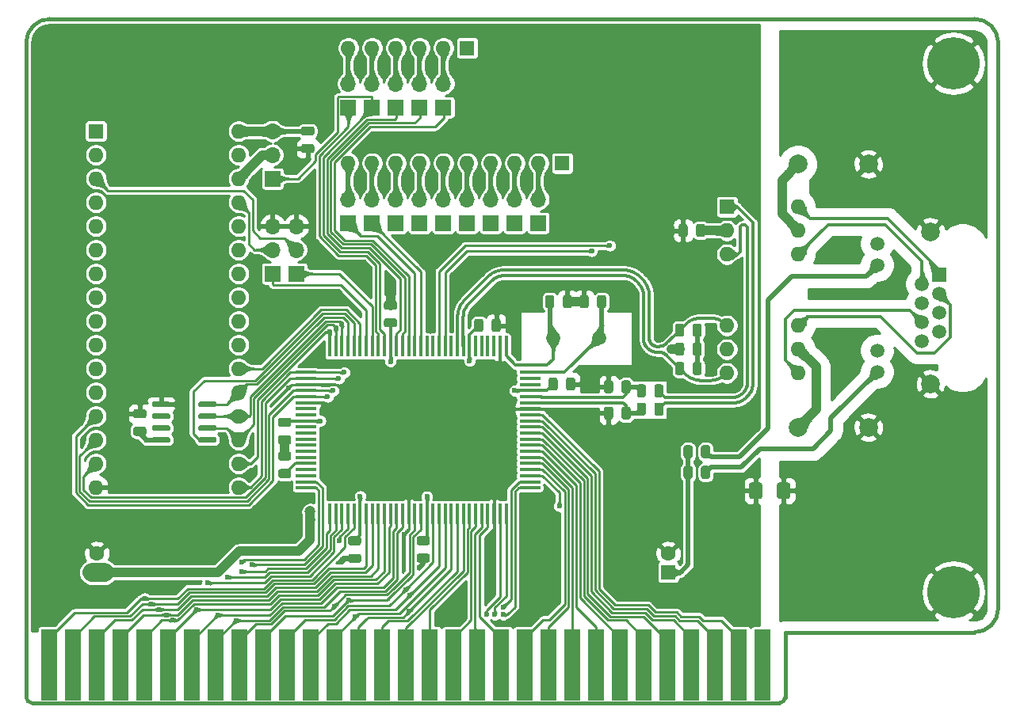
<source format=gbr>
%TF.GenerationSoftware,KiCad,Pcbnew,(5.1.6)-1*%
%TF.CreationDate,2020-12-22T22:51:50+03:00*%
%TF.ProjectId,RTL8019,52544c38-3031-4392-9e6b-696361645f70,rev?*%
%TF.SameCoordinates,Original*%
%TF.FileFunction,Copper,L1,Top*%
%TF.FilePolarity,Positive*%
%FSLAX46Y46*%
G04 Gerber Fmt 4.6, Leading zero omitted, Abs format (unit mm)*
G04 Created by KiCad (PCBNEW (5.1.6)-1) date 2020-12-22 22:51:50*
%MOMM*%
%LPD*%
G01*
G04 APERTURE LIST*
%TA.AperFunction,Profile*%
%ADD10C,0.381000*%
%TD*%
%TA.AperFunction,SMDPad,CuDef*%
%ADD11R,0.347980X2.199640*%
%TD*%
%TA.AperFunction,SMDPad,CuDef*%
%ADD12R,2.199640X0.347980*%
%TD*%
%TA.AperFunction,ComponentPad*%
%ADD13R,1.600000X1.600000*%
%TD*%
%TA.AperFunction,ComponentPad*%
%ADD14O,1.600000X1.600000*%
%TD*%
%TA.AperFunction,ComponentPad*%
%ADD15O,1.700000X1.700000*%
%TD*%
%TA.AperFunction,ComponentPad*%
%ADD16R,1.700000X1.700000*%
%TD*%
%TA.AperFunction,ComponentPad*%
%ADD17C,1.500000*%
%TD*%
%TA.AperFunction,ComponentPad*%
%ADD18C,2.000000*%
%TD*%
%TA.AperFunction,ComponentPad*%
%ADD19R,1.500000X1.500000*%
%TD*%
%TA.AperFunction,ConnectorPad*%
%ADD20R,1.778000X7.620000*%
%TD*%
%TA.AperFunction,ComponentPad*%
%ADD21C,1.600000*%
%TD*%
%TA.AperFunction,ComponentPad*%
%ADD22C,5.600000*%
%TD*%
%TA.AperFunction,ViaPad*%
%ADD23C,0.600000*%
%TD*%
%TA.AperFunction,ViaPad*%
%ADD24C,1.200000*%
%TD*%
%TA.AperFunction,Conductor*%
%ADD25C,1.016000*%
%TD*%
%TA.AperFunction,Conductor*%
%ADD26C,0.508000*%
%TD*%
%TA.AperFunction,Conductor*%
%ADD27C,0.254000*%
%TD*%
%TA.AperFunction,Conductor*%
%ADD28C,2.032000*%
%TD*%
%TA.AperFunction,Conductor*%
%ADD29C,0.350000*%
%TD*%
%TA.AperFunction,Conductor*%
%ADD30C,0.300000*%
%TD*%
%TA.AperFunction,Conductor*%
%ADD31C,0.025400*%
%TD*%
G04 APERTURE END LIST*
D10*
X133420000Y-123775000D02*
X133420000Y-53784500D01*
X214510000Y-116840000D02*
X214510000Y-123775000D01*
X135960000Y-51244500D02*
X234720000Y-51244500D01*
X237260000Y-53784500D02*
X237260000Y-114300000D01*
X214510000Y-116840000D02*
X234720000Y-116840000D01*
X237260000Y-53784500D02*
G75*
G03*
X234720000Y-51244500I-2540000J0D01*
G01*
X135960000Y-51244500D02*
G75*
G03*
X133420000Y-53784500I0J-2540000D01*
G01*
X234720000Y-116840000D02*
G75*
G03*
X237260000Y-114300000I0J2540000D01*
G01*
X133420000Y-123775000D02*
G75*
G03*
X134055000Y-124410000I635000J0D01*
G01*
X134055000Y-124410000D02*
X213875000Y-124410000D01*
X213875000Y-124410000D02*
G75*
G03*
X214510000Y-123775000I0J635000D01*
G01*
D11*
%TO.P,U1,64*%
%TO.N,N/C*%
X176232820Y-86258400D03*
D12*
%TO.P,U1,84*%
%TO.N,BD1*%
X163296600Y-90998040D03*
D11*
%TO.P,U1,62*%
%TO.N,LED_ACT*%
X177533300Y-86258400D03*
%TO.P,U1,68*%
%TO.N,BA19*%
X173636940Y-86258400D03*
%TO.P,U1,61*%
%TO.N,LED_LINK*%
X178183540Y-86258400D03*
D12*
%TO.P,U1,87*%
%TO.N,N/C*%
X163296600Y-92948760D03*
%TO.P,U1,81*%
%TO.N,BD3*%
X163296600Y-89047320D03*
D11*
%TO.P,U1,80*%
%TO.N,BD4*%
X165836600Y-86258400D03*
%TO.P,U1,72*%
%TO.N,BA16*%
X171035980Y-86258400D03*
%TO.P,U1,70*%
%TO.N,VCC*%
X172336460Y-86258400D03*
%TO.P,U1,77*%
%TO.N,BD7*%
X167787320Y-86258400D03*
%TO.P,U1,69*%
%TO.N,BA18*%
X172986700Y-86258400D03*
%TO.P,U1,67*%
%TO.N,BA20*%
X174287180Y-86258400D03*
D12*
%TO.P,U1,83*%
%TO.N,GND*%
X163296600Y-90347800D03*
D11*
%TO.P,U1,65*%
%TO.N,JP*%
X175582580Y-86258400D03*
D12*
%TO.P,U1,91*%
%TO.N,N/C*%
X163296600Y-95544640D03*
%TO.P,U1,95*%
X163296600Y-98145600D03*
%TO.P,U1,82*%
%TO.N,BD2*%
X163296600Y-89697560D03*
%TO.P,U1,98*%
%TO.N,N/C*%
X163296600Y-100096320D03*
D11*
%TO.P,U1,79*%
%TO.N,BD5*%
X166486840Y-86258400D03*
D12*
%TO.P,U1,93*%
%TO.N,N/C*%
X163296600Y-96845120D03*
D11*
%TO.P,U1,74*%
%TO.N,BA14*%
X169735500Y-86258400D03*
D12*
%TO.P,U1,97*%
%TO.N,N/C*%
X163296600Y-99446080D03*
%TO.P,U1,96*%
%TO.N,Net-(R1-Pad1)*%
X163296600Y-98795840D03*
%TO.P,U1,88*%
%TO.N,N/C*%
X163296600Y-93599000D03*
%TO.P,U1,85*%
%TO.N,BD0*%
X163296600Y-91648280D03*
D11*
%TO.P,U1,76*%
%TO.N,Net-(U1-Pad76)*%
X168435020Y-86258400D03*
%TO.P,U1,73*%
%TO.N,BA15*%
X170385740Y-86258400D03*
%TO.P,U1,66*%
%TO.N,BA21*%
X174937420Y-86258400D03*
%TO.P,U1,71*%
%TO.N,BA17*%
X171686220Y-86258400D03*
D12*
%TO.P,U1,100*%
%TO.N,IRQ6*%
X163296600Y-101396800D03*
%TO.P,U1,90*%
%TO.N,N/C*%
X163296600Y-94899480D03*
D11*
%TO.P,U1,78*%
%TO.N,BD6*%
X167137080Y-86258400D03*
D12*
%TO.P,U1,89*%
%TO.N,VCC*%
X163296600Y-94249240D03*
%TO.P,U1,99*%
%TO.N,IRQ7*%
X163296600Y-100746560D03*
D11*
%TO.P,U1,63*%
%TO.N,N/C*%
X176883060Y-86258400D03*
D12*
%TO.P,U1,94*%
X163296600Y-97495360D03*
%TO.P,U1,86*%
%TO.N,GND*%
X163296600Y-92298520D03*
%TO.P,U1,92*%
%TO.N,N/C*%
X163296600Y-96194880D03*
D11*
%TO.P,U1,75*%
%TO.N,ROM_CE*%
X169085260Y-86258400D03*
D12*
%TO.P,U1,31*%
%TO.N,RE*%
X187223400Y-101396800D03*
D11*
%TO.P,U1,1*%
%TO.N,IRQ5*%
X165836600Y-104185720D03*
D12*
%TO.P,U1,35*%
%TO.N,IO_RDY*%
X187223400Y-98795840D03*
D11*
%TO.P,U1,21*%
%TO.N,SA13*%
X178833780Y-104185720D03*
%TO.P,U1,3*%
%TO.N,IRQ3*%
X167137080Y-104185720D03*
%TO.P,U1,28*%
%TO.N,GND*%
X183382920Y-104185720D03*
%TO.P,U1,6*%
%TO.N,VCC*%
X169085260Y-104185720D03*
%TO.P,U1,25*%
%TO.N,SA17*%
X181434740Y-104185720D03*
%TO.P,U1,4*%
%TO.N,IRQ2*%
X167787320Y-104185720D03*
%TO.P,U1,51*%
%TO.N,Net-(C10-Pad2)*%
X184683400Y-86258400D03*
%TO.P,U1,56*%
%TO.N,N/C*%
X181434740Y-86258400D03*
%TO.P,U1,55*%
X182084980Y-86258400D03*
%TO.P,U1,19*%
%TO.N,SA11*%
X177533300Y-104185720D03*
D12*
%TO.P,U1,43*%
%TO.N,SD7*%
X187223400Y-93599000D03*
%TO.P,U1,37*%
%TO.N,SD1*%
X187223400Y-97495360D03*
D11*
%TO.P,U1,54*%
%TO.N,N/C*%
X182732680Y-86258400D03*
%TO.P,U1,53*%
X183382920Y-86258400D03*
D12*
%TO.P,U1,40*%
%TO.N,SD4*%
X187223400Y-95544640D03*
%TO.P,U1,34*%
%TO.N,AEN*%
X187223400Y-99446080D03*
D11*
%TO.P,U1,17*%
%TO.N,VCC*%
X176232820Y-104185720D03*
%TO.P,U1,5*%
%TO.N,SA0*%
X168435020Y-104185720D03*
%TO.P,U1,13*%
%TO.N,SA7*%
X173636940Y-104185720D03*
%TO.P,U1,12*%
%TO.N,SA6*%
X172986700Y-104185720D03*
D12*
%TO.P,U1,50*%
%TO.N,Net-(C11-Pad1)*%
X187223400Y-89047320D03*
%TO.P,U1,49*%
%TO.N,N/C*%
X187223400Y-89697560D03*
D11*
%TO.P,U1,29*%
%TO.N,IOR*%
X184033160Y-104185720D03*
D12*
%TO.P,U1,39*%
%TO.N,SD3*%
X187223400Y-96194880D03*
%TO.P,U1,48*%
%TO.N,N/C*%
X187223400Y-90347800D03*
%TO.P,U1,47*%
%TO.N,VCC*%
X187223400Y-90998040D03*
D11*
%TO.P,U1,26*%
%TO.N,SA18*%
X182084980Y-104185720D03*
%TO.P,U1,15*%
%TO.N,SA8*%
X174937420Y-104185720D03*
D12*
%TO.P,U1,45*%
%TO.N,TPOUT+*%
X187223400Y-92298520D03*
%TO.P,U1,42*%
%TO.N,SD6*%
X187223400Y-94249240D03*
D11*
%TO.P,U1,23*%
%TO.N,SA15*%
X180134260Y-104185720D03*
%TO.P,U1,2*%
%TO.N,IRQ4*%
X166486840Y-104185720D03*
D12*
%TO.P,U1,33*%
%TO.N,RST*%
X187223400Y-100096320D03*
D11*
%TO.P,U1,8*%
%TO.N,SA2*%
X170385740Y-104185720D03*
%TO.P,U1,9*%
%TO.N,SA3*%
X171035980Y-104185720D03*
D12*
%TO.P,U1,46*%
%TO.N,TPOUT-*%
X187223400Y-91648280D03*
%TO.P,U1,41*%
%TO.N,SD5*%
X187223400Y-94899480D03*
D11*
%TO.P,U1,10*%
%TO.N,SA4*%
X171686220Y-104185720D03*
%TO.P,U1,16*%
%TO.N,SA9*%
X175582580Y-104185720D03*
%TO.P,U1,60*%
%TO.N,N/C*%
X178833780Y-86258400D03*
%TO.P,U1,18*%
%TO.N,SA10*%
X176883060Y-104185720D03*
%TO.P,U1,52*%
%TO.N,GND*%
X184033160Y-86258400D03*
%TO.P,U1,59*%
%TO.N,TPIN+*%
X179484020Y-86258400D03*
%TO.P,U1,58*%
%TO.N,TPIN-*%
X180134260Y-86258400D03*
D12*
%TO.P,U1,44*%
%TO.N,GND*%
X187223400Y-92948760D03*
D11*
%TO.P,U1,30*%
%TO.N,IOW*%
X184683400Y-104185720D03*
%TO.P,U1,22*%
%TO.N,SA14*%
X179484020Y-104185720D03*
D12*
%TO.P,U1,38*%
%TO.N,SD2*%
X187223400Y-96845120D03*
%TO.P,U1,32*%
%TO.N,WE*%
X187223400Y-100746560D03*
D11*
%TO.P,U1,24*%
%TO.N,SA16*%
X180784500Y-104185720D03*
D12*
%TO.P,U1,36*%
%TO.N,SD0*%
X187223400Y-98145600D03*
D11*
%TO.P,U1,20*%
%TO.N,SA12*%
X178183540Y-104185720D03*
%TO.P,U1,11*%
%TO.N,SA5*%
X172336460Y-104185720D03*
%TO.P,U1,7*%
%TO.N,SA1*%
X169735500Y-104185720D03*
%TO.P,U1,27*%
%TO.N,SA19*%
X182732680Y-104185720D03*
%TO.P,U1,14*%
%TO.N,GND*%
X174287180Y-104185720D03*
%TO.P,U1,57*%
%TO.N,VCC*%
X180784500Y-86258400D03*
%TD*%
%TO.P,C13,2*%
%TO.N,GND*%
%TA.AperFunction,SMDPad,CuDef*%
G36*
G01*
X160579750Y-95773900D02*
X161492250Y-95773900D01*
G75*
G02*
X161736000Y-96017650I0J-243750D01*
G01*
X161736000Y-96505150D01*
G75*
G02*
X161492250Y-96748900I-243750J0D01*
G01*
X160579750Y-96748900D01*
G75*
G02*
X160336000Y-96505150I0J243750D01*
G01*
X160336000Y-96017650D01*
G75*
G02*
X160579750Y-95773900I243750J0D01*
G01*
G37*
%TD.AperFunction*%
%TO.P,C13,1*%
%TO.N,VCC*%
%TA.AperFunction,SMDPad,CuDef*%
G36*
G01*
X160579750Y-93898900D02*
X161492250Y-93898900D01*
G75*
G02*
X161736000Y-94142650I0J-243750D01*
G01*
X161736000Y-94630150D01*
G75*
G02*
X161492250Y-94873900I-243750J0D01*
G01*
X160579750Y-94873900D01*
G75*
G02*
X160336000Y-94630150I0J243750D01*
G01*
X160336000Y-94142650D01*
G75*
G02*
X160579750Y-93898900I243750J0D01*
G01*
G37*
%TD.AperFunction*%
%TD*%
D13*
%TO.P,RN2,1*%
%TO.N,VCC*%
X190690500Y-66675000D03*
D14*
%TO.P,RN2,2*%
%TO.N,Net-(J14-Pad2)*%
X188150500Y-66675000D03*
%TO.P,RN2,3*%
%TO.N,Net-(J13-Pad2)*%
X185610500Y-66675000D03*
%TO.P,RN2,4*%
%TO.N,Net-(J12-Pad2)*%
X183070500Y-66675000D03*
%TO.P,RN2,5*%
%TO.N,Net-(J11-Pad2)*%
X180530500Y-66675000D03*
%TO.P,RN2,6*%
%TO.N,Net-(J10-Pad2)*%
X177990500Y-66675000D03*
%TO.P,RN2,7*%
%TO.N,Net-(J9-Pad2)*%
X175450500Y-66675000D03*
%TO.P,RN2,8*%
%TO.N,Net-(J8-Pad2)*%
X172910500Y-66675000D03*
%TO.P,RN2,9*%
%TO.N,Net-(J7-Pad2)*%
X170370500Y-66675000D03*
%TO.P,RN2,10*%
%TO.N,Net-(J6-Pad2)*%
X167830500Y-66675000D03*
%TD*%
%TO.P,T1,9*%
%TO.N,/RX+*%
X215900000Y-84033360D03*
%TO.P,T1,6*%
%TO.N,TPIN-*%
X208280000Y-89113360D03*
%TO.P,T1,7*%
%TO.N,/RX-*%
X215900000Y-89113360D03*
%TO.P,T1,12*%
%TO.N,/TX+*%
X215900000Y-71333360D03*
%TO.P,T1,11*%
%TO.N,Net-(C5-Pad2)*%
X215900000Y-73873360D03*
%TO.P,T1,8*%
%TO.N,Net-(C4-Pad2)*%
X215900000Y-86573360D03*
%TO.P,T1,2*%
%TO.N,Net-(C8-Pad1)*%
X208280000Y-73873360D03*
%TO.P,T1,5*%
%TO.N,N/C*%
X208280000Y-86573360D03*
D13*
%TO.P,T1,1*%
%TO.N,/TPR+*%
X208280000Y-71333360D03*
D14*
%TO.P,T1,4*%
%TO.N,TPIN+*%
X208280000Y-84033360D03*
%TO.P,T1,3*%
%TO.N,/TPR-*%
X208280000Y-76413360D03*
%TO.P,T1,10*%
%TO.N,/TX-*%
X215900000Y-76413360D03*
%TD*%
%TO.P,C3,1*%
%TO.N,GND*%
%TA.AperFunction,SMDPad,CuDef*%
G36*
G01*
X210637700Y-102326600D02*
X210637700Y-101076600D01*
G75*
G02*
X210887700Y-100826600I250000J0D01*
G01*
X211812700Y-100826600D01*
G75*
G02*
X212062700Y-101076600I0J-250000D01*
G01*
X212062700Y-102326600D01*
G75*
G02*
X211812700Y-102576600I-250000J0D01*
G01*
X210887700Y-102576600D01*
G75*
G02*
X210637700Y-102326600I0J250000D01*
G01*
G37*
%TD.AperFunction*%
%TO.P,C3,2*%
%TO.N,Net-(C3-Pad2)*%
%TA.AperFunction,SMDPad,CuDef*%
G36*
G01*
X213612700Y-102326600D02*
X213612700Y-101076600D01*
G75*
G02*
X213862700Y-100826600I250000J0D01*
G01*
X214787700Y-100826600D01*
G75*
G02*
X215037700Y-101076600I0J-250000D01*
G01*
X215037700Y-102326600D01*
G75*
G02*
X214787700Y-102576600I-250000J0D01*
G01*
X213862700Y-102576600D01*
G75*
G02*
X213612700Y-102326600I0J250000D01*
G01*
G37*
%TD.AperFunction*%
%TD*%
D15*
%TO.P,JP3,3*%
%TO.N,GND*%
X162267900Y-73406000D03*
%TO.P,JP3,2*%
%TO.N,Net-(JP3-Pad2)*%
X162267900Y-75946000D03*
D16*
%TO.P,JP3,1*%
%TO.N,BA15*%
X162267900Y-78486000D03*
%TD*%
%TO.P,U2,8*%
%TO.N,VCC*%
%TA.AperFunction,SMDPad,CuDef*%
G36*
G01*
X148804500Y-96116000D02*
X148804500Y-96416000D01*
G75*
G02*
X148654500Y-96566000I-150000J0D01*
G01*
X147004500Y-96566000D01*
G75*
G02*
X146854500Y-96416000I0J150000D01*
G01*
X146854500Y-96116000D01*
G75*
G02*
X147004500Y-95966000I150000J0D01*
G01*
X148654500Y-95966000D01*
G75*
G02*
X148804500Y-96116000I0J-150000D01*
G01*
G37*
%TD.AperFunction*%
%TO.P,U2,7*%
%TO.N,N/C*%
%TA.AperFunction,SMDPad,CuDef*%
G36*
G01*
X148804500Y-94846000D02*
X148804500Y-95146000D01*
G75*
G02*
X148654500Y-95296000I-150000J0D01*
G01*
X147004500Y-95296000D01*
G75*
G02*
X146854500Y-95146000I0J150000D01*
G01*
X146854500Y-94846000D01*
G75*
G02*
X147004500Y-94696000I150000J0D01*
G01*
X148654500Y-94696000D01*
G75*
G02*
X148804500Y-94846000I0J-150000D01*
G01*
G37*
%TD.AperFunction*%
%TO.P,U2,6*%
%TA.AperFunction,SMDPad,CuDef*%
G36*
G01*
X148804500Y-93576000D02*
X148804500Y-93876000D01*
G75*
G02*
X148654500Y-94026000I-150000J0D01*
G01*
X147004500Y-94026000D01*
G75*
G02*
X146854500Y-93876000I0J150000D01*
G01*
X146854500Y-93576000D01*
G75*
G02*
X147004500Y-93426000I150000J0D01*
G01*
X148654500Y-93426000D01*
G75*
G02*
X148804500Y-93576000I0J-150000D01*
G01*
G37*
%TD.AperFunction*%
%TO.P,U2,5*%
%TO.N,GND*%
%TA.AperFunction,SMDPad,CuDef*%
G36*
G01*
X148804500Y-92306000D02*
X148804500Y-92606000D01*
G75*
G02*
X148654500Y-92756000I-150000J0D01*
G01*
X147004500Y-92756000D01*
G75*
G02*
X146854500Y-92606000I0J150000D01*
G01*
X146854500Y-92306000D01*
G75*
G02*
X147004500Y-92156000I150000J0D01*
G01*
X148654500Y-92156000D01*
G75*
G02*
X148804500Y-92306000I0J-150000D01*
G01*
G37*
%TD.AperFunction*%
%TO.P,U2,4*%
%TO.N,BD7*%
%TA.AperFunction,SMDPad,CuDef*%
G36*
G01*
X153754500Y-92306000D02*
X153754500Y-92606000D01*
G75*
G02*
X153604500Y-92756000I-150000J0D01*
G01*
X151954500Y-92756000D01*
G75*
G02*
X151804500Y-92606000I0J150000D01*
G01*
X151804500Y-92306000D01*
G75*
G02*
X151954500Y-92156000I150000J0D01*
G01*
X153604500Y-92156000D01*
G75*
G02*
X153754500Y-92306000I0J-150000D01*
G01*
G37*
%TD.AperFunction*%
%TO.P,U2,3*%
%TO.N,BD6*%
%TA.AperFunction,SMDPad,CuDef*%
G36*
G01*
X153754500Y-93576000D02*
X153754500Y-93876000D01*
G75*
G02*
X153604500Y-94026000I-150000J0D01*
G01*
X151954500Y-94026000D01*
G75*
G02*
X151804500Y-93876000I0J150000D01*
G01*
X151804500Y-93576000D01*
G75*
G02*
X151954500Y-93426000I150000J0D01*
G01*
X153604500Y-93426000D01*
G75*
G02*
X153754500Y-93576000I0J-150000D01*
G01*
G37*
%TD.AperFunction*%
%TO.P,U2,2*%
%TO.N,BD5*%
%TA.AperFunction,SMDPad,CuDef*%
G36*
G01*
X153754500Y-94846000D02*
X153754500Y-95146000D01*
G75*
G02*
X153604500Y-95296000I-150000J0D01*
G01*
X151954500Y-95296000D01*
G75*
G02*
X151804500Y-95146000I0J150000D01*
G01*
X151804500Y-94846000D01*
G75*
G02*
X151954500Y-94696000I150000J0D01*
G01*
X153604500Y-94696000D01*
G75*
G02*
X153754500Y-94846000I0J-150000D01*
G01*
G37*
%TD.AperFunction*%
%TO.P,U2,1*%
%TO.N,Net-(U1-Pad76)*%
%TA.AperFunction,SMDPad,CuDef*%
G36*
G01*
X153754500Y-96116000D02*
X153754500Y-96416000D01*
G75*
G02*
X153604500Y-96566000I-150000J0D01*
G01*
X151954500Y-96566000D01*
G75*
G02*
X151804500Y-96416000I0J150000D01*
G01*
X151804500Y-96116000D01*
G75*
G02*
X151954500Y-95966000I150000J0D01*
G01*
X153604500Y-95966000D01*
G75*
G02*
X153754500Y-96116000I0J-150000D01*
G01*
G37*
%TD.AperFunction*%
%TD*%
D17*
%TO.P,X1,12*%
%TO.N,Net-(R2-Pad1)*%
X224311400Y-89007600D03*
%TO.P,X1,11*%
%TO.N,LED_ACT*%
X224311400Y-86717600D03*
%TO.P,X1,10*%
%TO.N,Net-(R3-Pad1)*%
X224311400Y-77577600D03*
%TO.P,X1,9*%
%TO.N,LED_LINK*%
X224311400Y-75287600D03*
D18*
%TO.P,X1,SH*%
%TO.N,Net-(C3-Pad2)*%
X230021400Y-74017600D03*
X230021400Y-90277600D03*
D17*
%TO.P,X1,8*%
%TO.N,N/C*%
X229131400Y-85727600D03*
%TO.P,X1,6*%
%TO.N,/RX-*%
X229131400Y-83687600D03*
%TO.P,X1,4*%
%TO.N,N/C*%
X229131400Y-81647600D03*
%TO.P,X1,2*%
%TO.N,/TX-*%
X229131400Y-79607600D03*
%TO.P,X1,7*%
%TO.N,N/C*%
X230911400Y-84707600D03*
%TO.P,X1,5*%
X230911400Y-82667600D03*
%TO.P,X1,3*%
%TO.N,/RX+*%
X230911400Y-80627600D03*
D19*
%TO.P,X1,1*%
%TO.N,/TX+*%
X230911400Y-78587600D03*
%TD*%
D14*
%TO.P,U3,32*%
%TO.N,VCC*%
X156108400Y-63246000D03*
%TO.P,U3,16*%
%TO.N,GND*%
X140868400Y-101346000D03*
%TO.P,U3,31*%
%TO.N,WE*%
X156108400Y-65786000D03*
%TO.P,U3,15*%
%TO.N,BD2*%
X140868400Y-98806000D03*
%TO.P,U3,30*%
%TO.N,Net-(JP1-Pad2)*%
X156108400Y-68326000D03*
%TO.P,U3,14*%
%TO.N,BD1*%
X140868400Y-96266000D03*
%TO.P,U3,29*%
%TO.N,Net-(JP2-Pad2)*%
X156108400Y-70866000D03*
%TO.P,U3,13*%
%TO.N,BD0*%
X140868400Y-93726000D03*
%TO.P,U3,28*%
%TO.N,SA13*%
X156108400Y-73406000D03*
%TO.P,U3,12*%
%TO.N,SA0*%
X140868400Y-91186000D03*
%TO.P,U3,27*%
%TO.N,SA8*%
X156108400Y-75946000D03*
%TO.P,U3,11*%
%TO.N,SA1*%
X140868400Y-88646000D03*
%TO.P,U3,26*%
%TO.N,SA9*%
X156108400Y-78486000D03*
%TO.P,U3,10*%
%TO.N,SA2*%
X140868400Y-86106000D03*
%TO.P,U3,25*%
%TO.N,SA11*%
X156108400Y-81026000D03*
%TO.P,U3,9*%
%TO.N,SA3*%
X140868400Y-83566000D03*
%TO.P,U3,24*%
%TO.N,RE*%
X156108400Y-83566000D03*
%TO.P,U3,8*%
%TO.N,SA4*%
X140868400Y-81026000D03*
%TO.P,U3,23*%
%TO.N,SA10*%
X156108400Y-86106000D03*
%TO.P,U3,7*%
%TO.N,SA5*%
X140868400Y-78486000D03*
%TO.P,U3,22*%
%TO.N,ROM_CE*%
X156108400Y-88646000D03*
%TO.P,U3,6*%
%TO.N,SA6*%
X140868400Y-75946000D03*
%TO.P,U3,21*%
%TO.N,BD7*%
X156108400Y-91186000D03*
%TO.P,U3,5*%
%TO.N,SA7*%
X140868400Y-73406000D03*
%TO.P,U3,20*%
%TO.N,BD6*%
X156108400Y-93726000D03*
%TO.P,U3,4*%
%TO.N,SA12*%
X140868400Y-70866000D03*
%TO.P,U3,19*%
%TO.N,BD5*%
X156108400Y-96266000D03*
%TO.P,U3,3*%
%TO.N,Net-(JP3-Pad2)*%
X140868400Y-68326000D03*
%TO.P,U3,18*%
%TO.N,BD4*%
X156108400Y-98806000D03*
%TO.P,U3,2*%
%TO.N,BA16*%
X140868400Y-65786000D03*
%TO.P,U3,17*%
%TO.N,BD3*%
X156108400Y-101346000D03*
D13*
%TO.P,U3,1*%
%TO.N,BA18*%
X140868400Y-63246000D03*
%TD*%
D20*
%TO.P,X0,62*%
%TO.N,SA0*%
X135890000Y-120345200D03*
%TO.P,X0,61*%
%TO.N,SA1*%
X138430000Y-120345200D03*
%TO.P,X0,60*%
%TO.N,SA2*%
X140970000Y-120345200D03*
%TO.P,X0,59*%
%TO.N,SA3*%
X143510000Y-120345200D03*
%TO.P,X0,58*%
%TO.N,SA4*%
X146050000Y-120345200D03*
%TO.P,X0,57*%
%TO.N,SA5*%
X148590000Y-120345200D03*
%TO.P,X0,56*%
%TO.N,SA6*%
X151130000Y-120345200D03*
%TO.P,X0,55*%
%TO.N,SA7*%
X153670000Y-120345200D03*
%TO.P,X0,54*%
%TO.N,SA8*%
X156210000Y-120345200D03*
%TO.P,X0,53*%
%TO.N,SA9*%
X158750000Y-120345200D03*
%TO.P,X0,52*%
%TO.N,SA10*%
X161290000Y-120345200D03*
%TO.P,X0,51*%
%TO.N,SA11*%
X163830000Y-120345200D03*
%TO.P,X0,50*%
%TO.N,SA12*%
X166370000Y-120345200D03*
%TO.P,X0,49*%
%TO.N,SA13*%
X168910000Y-120345200D03*
%TO.P,X0,48*%
%TO.N,SA14*%
X171450000Y-120345200D03*
%TO.P,X0,47*%
%TO.N,SA15*%
X173990000Y-120345200D03*
%TO.P,X0,46*%
%TO.N,SA16*%
X176530000Y-120345200D03*
%TO.P,X0,45*%
%TO.N,SA17*%
X179070000Y-120345200D03*
%TO.P,X0,44*%
%TO.N,SA18*%
X181610000Y-120345200D03*
%TO.P,X0,43*%
%TO.N,SA19*%
X184150000Y-120345200D03*
%TO.P,X0,42*%
%TO.N,AEN*%
X186690000Y-120345200D03*
%TO.P,X0,41*%
%TO.N,IO_RDY*%
X189230000Y-120345200D03*
%TO.P,X0,40*%
%TO.N,SD0*%
X191770000Y-120345200D03*
%TO.P,X0,39*%
%TO.N,SD1*%
X194310000Y-120345200D03*
%TO.P,X0,38*%
%TO.N,SD2*%
X196850000Y-120345200D03*
%TO.P,X0,37*%
%TO.N,SD3*%
X199390000Y-120345200D03*
%TO.P,X0,36*%
%TO.N,SD4*%
X201930000Y-120345200D03*
%TO.P,X0,35*%
%TO.N,SD5*%
X204470000Y-120345200D03*
%TO.P,X0,34*%
%TO.N,SD6*%
X207010000Y-120345200D03*
%TO.P,X0,33*%
%TO.N,SD7*%
X209550000Y-120345200D03*
%TO.P,X0,32*%
%TO.N,N/C*%
X212090000Y-120345200D03*
%TD*%
D13*
%TO.P,C1,1*%
%TO.N,VCC*%
X140970000Y-110439200D03*
D21*
%TO.P,C1,2*%
%TO.N,GND*%
X140970000Y-108439200D03*
%TD*%
D13*
%TO.P,C2,1*%
%TO.N,VCC*%
X202003660Y-110435140D03*
D21*
%TO.P,C2,2*%
%TO.N,GND*%
X202003660Y-108435140D03*
%TD*%
D22*
%TO.P,H2,1*%
%TO.N,Net-(C3-Pad2)*%
X232486200Y-112527200D03*
%TD*%
%TO.P,H1,1*%
%TO.N,Net-(C3-Pad2)*%
X232486200Y-56012200D03*
%TD*%
%TO.P,R2,1*%
%TO.N,Net-(R2-Pad1)*%
%TA.AperFunction,SMDPad,CuDef*%
G36*
G01*
X206485640Y-99287470D02*
X206485640Y-100199970D01*
G75*
G02*
X206241890Y-100443720I-243750J0D01*
G01*
X205754390Y-100443720D01*
G75*
G02*
X205510640Y-100199970I0J243750D01*
G01*
X205510640Y-99287470D01*
G75*
G02*
X205754390Y-99043720I243750J0D01*
G01*
X206241890Y-99043720D01*
G75*
G02*
X206485640Y-99287470I0J-243750D01*
G01*
G37*
%TD.AperFunction*%
%TO.P,R2,2*%
%TO.N,VCC*%
%TA.AperFunction,SMDPad,CuDef*%
G36*
G01*
X204610640Y-99287470D02*
X204610640Y-100199970D01*
G75*
G02*
X204366890Y-100443720I-243750J0D01*
G01*
X203879390Y-100443720D01*
G75*
G02*
X203635640Y-100199970I0J243750D01*
G01*
X203635640Y-99287470D01*
G75*
G02*
X203879390Y-99043720I243750J0D01*
G01*
X204366890Y-99043720D01*
G75*
G02*
X204610640Y-99287470I0J-243750D01*
G01*
G37*
%TD.AperFunction*%
%TD*%
%TO.P,R6,2*%
%TO.N,TPOUT-*%
%TA.AperFunction,SMDPad,CuDef*%
G36*
G01*
X199628340Y-90566343D02*
X199628340Y-91478843D01*
G75*
G02*
X199384590Y-91722593I-243750J0D01*
G01*
X198897090Y-91722593D01*
G75*
G02*
X198653340Y-91478843I0J243750D01*
G01*
X198653340Y-90566343D01*
G75*
G02*
X198897090Y-90322593I243750J0D01*
G01*
X199384590Y-90322593D01*
G75*
G02*
X199628340Y-90566343I0J-243750D01*
G01*
G37*
%TD.AperFunction*%
%TO.P,R6,1*%
%TO.N,/TPR-*%
%TA.AperFunction,SMDPad,CuDef*%
G36*
G01*
X201503340Y-90566343D02*
X201503340Y-91478843D01*
G75*
G02*
X201259590Y-91722593I-243750J0D01*
G01*
X200772090Y-91722593D01*
G75*
G02*
X200528340Y-91478843I0J243750D01*
G01*
X200528340Y-90566343D01*
G75*
G02*
X200772090Y-90322593I243750J0D01*
G01*
X201259590Y-90322593D01*
G75*
G02*
X201503340Y-90566343I0J-243750D01*
G01*
G37*
%TD.AperFunction*%
%TD*%
D15*
%TO.P,JP2,3*%
%TO.N,GND*%
X159727900Y-73406000D03*
%TO.P,JP2,2*%
%TO.N,Net-(JP2-Pad2)*%
X159727900Y-75946000D03*
D16*
%TO.P,JP2,1*%
%TO.N,BA14*%
X159727900Y-78486000D03*
%TD*%
D15*
%TO.P,JP1,3*%
%TO.N,VCC*%
X159727900Y-63246000D03*
%TO.P,JP1,2*%
%TO.N,Net-(JP1-Pad2)*%
X159727900Y-65786000D03*
D16*
%TO.P,JP1,1*%
%TO.N,BA17*%
X159727900Y-68326000D03*
%TD*%
%TO.P,J7,1*%
%TO.N,JP*%
X170370500Y-73088500D03*
D15*
%TO.P,J7,2*%
%TO.N,Net-(J7-Pad2)*%
X170370500Y-70548500D03*
%TD*%
D16*
%TO.P,J6,1*%
%TO.N,BA21*%
X167830500Y-73088500D03*
D15*
%TO.P,J6,2*%
%TO.N,Net-(J6-Pad2)*%
X167830500Y-70548500D03*
%TD*%
%TO.P,J5,2*%
%TO.N,Net-(J5-Pad2)*%
X177990500Y-58166000D03*
D16*
%TO.P,J5,1*%
%TO.N,BA20*%
X177990500Y-60706000D03*
%TD*%
D15*
%TO.P,J4,2*%
%TO.N,Net-(J4-Pad2)*%
X175450500Y-58166000D03*
D16*
%TO.P,J4,1*%
%TO.N,BA19*%
X175450500Y-60706000D03*
%TD*%
D15*
%TO.P,J3,2*%
%TO.N,Net-(J3-Pad2)*%
X172910500Y-58166000D03*
D16*
%TO.P,J3,1*%
%TO.N,BA18*%
X172910500Y-60706000D03*
%TD*%
D15*
%TO.P,J2,2*%
%TO.N,Net-(J2-Pad2)*%
X170370500Y-58166000D03*
D16*
%TO.P,J2,1*%
%TO.N,BA17*%
X170370500Y-60706000D03*
%TD*%
D15*
%TO.P,J1,2*%
%TO.N,Net-(J1-Pad2)*%
X167830500Y-58166000D03*
D16*
%TO.P,J1,1*%
%TO.N,BA16*%
X167830500Y-60706000D03*
%TD*%
%TO.P,J10,1*%
%TO.N,BD6*%
X177990500Y-73088500D03*
D15*
%TO.P,J10,2*%
%TO.N,Net-(J10-Pad2)*%
X177990500Y-70548500D03*
%TD*%
D16*
%TO.P,J9,1*%
%TO.N,BD5*%
X175450500Y-73088500D03*
D15*
%TO.P,J9,2*%
%TO.N,Net-(J9-Pad2)*%
X175450500Y-70548500D03*
%TD*%
D16*
%TO.P,J8,1*%
%TO.N,BD4*%
X172910500Y-73088500D03*
D15*
%TO.P,J8,2*%
%TO.N,Net-(J8-Pad2)*%
X172910500Y-70548500D03*
%TD*%
D16*
%TO.P,J14,1*%
%TO.N,BD3*%
X188137800Y-73075800D03*
D15*
%TO.P,J14,2*%
%TO.N,Net-(J14-Pad2)*%
X188137800Y-70535800D03*
%TD*%
D16*
%TO.P,J13,1*%
%TO.N,BD2*%
X185597800Y-73075800D03*
D15*
%TO.P,J13,2*%
%TO.N,Net-(J13-Pad2)*%
X185597800Y-70535800D03*
%TD*%
D16*
%TO.P,J12,1*%
%TO.N,BD1*%
X183057800Y-73075800D03*
D15*
%TO.P,J12,2*%
%TO.N,Net-(J12-Pad2)*%
X183057800Y-70535800D03*
%TD*%
D16*
%TO.P,J11,1*%
%TO.N,BD0*%
X180517800Y-73075800D03*
D15*
%TO.P,J11,2*%
%TO.N,Net-(J11-Pad2)*%
X180517800Y-70535800D03*
%TD*%
D17*
%TO.P,Y1,1*%
%TO.N,Net-(C10-Pad2)*%
X189712600Y-85394800D03*
%TO.P,Y1,2*%
%TO.N,Net-(C11-Pad1)*%
X194592600Y-85394800D03*
%TD*%
D14*
%TO.P,RN1,6*%
%TO.N,Net-(J1-Pad2)*%
X167830500Y-54356000D03*
%TO.P,RN1,5*%
%TO.N,Net-(J2-Pad2)*%
X170370500Y-54356000D03*
%TO.P,RN1,4*%
%TO.N,Net-(J3-Pad2)*%
X172910500Y-54356000D03*
%TO.P,RN1,3*%
%TO.N,Net-(J4-Pad2)*%
X175450500Y-54356000D03*
%TO.P,RN1,2*%
%TO.N,Net-(J5-Pad2)*%
X177990500Y-54356000D03*
D13*
%TO.P,RN1,1*%
%TO.N,VCC*%
X180530500Y-54356000D03*
%TD*%
%TO.P,R3,1*%
%TO.N,Net-(R3-Pad1)*%
%TA.AperFunction,SMDPad,CuDef*%
G36*
G01*
X206484040Y-97074670D02*
X206484040Y-97987170D01*
G75*
G02*
X206240290Y-98230920I-243750J0D01*
G01*
X205752790Y-98230920D01*
G75*
G02*
X205509040Y-97987170I0J243750D01*
G01*
X205509040Y-97074670D01*
G75*
G02*
X205752790Y-96830920I243750J0D01*
G01*
X206240290Y-96830920D01*
G75*
G02*
X206484040Y-97074670I0J-243750D01*
G01*
G37*
%TD.AperFunction*%
%TO.P,R3,2*%
%TO.N,VCC*%
%TA.AperFunction,SMDPad,CuDef*%
G36*
G01*
X204609040Y-97074670D02*
X204609040Y-97987170D01*
G75*
G02*
X204365290Y-98230920I-243750J0D01*
G01*
X203877790Y-98230920D01*
G75*
G02*
X203634040Y-97987170I0J243750D01*
G01*
X203634040Y-97074670D01*
G75*
G02*
X203877790Y-96830920I243750J0D01*
G01*
X204365290Y-96830920D01*
G75*
G02*
X204609040Y-97074670I0J-243750D01*
G01*
G37*
%TD.AperFunction*%
%TD*%
%TO.P,R4,1*%
%TO.N,Net-(C6-Pad1)*%
%TA.AperFunction,SMDPad,CuDef*%
G36*
G01*
X205592500Y-88174510D02*
X205592500Y-89087010D01*
G75*
G02*
X205348750Y-89330760I-243750J0D01*
G01*
X204861250Y-89330760D01*
G75*
G02*
X204617500Y-89087010I0J243750D01*
G01*
X204617500Y-88174510D01*
G75*
G02*
X204861250Y-87930760I243750J0D01*
G01*
X205348750Y-87930760D01*
G75*
G02*
X205592500Y-88174510I0J-243750D01*
G01*
G37*
%TD.AperFunction*%
%TO.P,R4,2*%
%TO.N,TPIN-*%
%TA.AperFunction,SMDPad,CuDef*%
G36*
G01*
X203717500Y-88174510D02*
X203717500Y-89087010D01*
G75*
G02*
X203473750Y-89330760I-243750J0D01*
G01*
X202986250Y-89330760D01*
G75*
G02*
X202742500Y-89087010I0J243750D01*
G01*
X202742500Y-88174510D01*
G75*
G02*
X202986250Y-87930760I243750J0D01*
G01*
X203473750Y-87930760D01*
G75*
G02*
X203717500Y-88174510I0J-243750D01*
G01*
G37*
%TD.AperFunction*%
%TD*%
%TO.P,R5,1*%
%TO.N,TPIN+*%
%TA.AperFunction,SMDPad,CuDef*%
G36*
G01*
X202742500Y-84997610D02*
X202742500Y-84085110D01*
G75*
G02*
X202986250Y-83841360I243750J0D01*
G01*
X203473750Y-83841360D01*
G75*
G02*
X203717500Y-84085110I0J-243750D01*
G01*
X203717500Y-84997610D01*
G75*
G02*
X203473750Y-85241360I-243750J0D01*
G01*
X202986250Y-85241360D01*
G75*
G02*
X202742500Y-84997610I0J243750D01*
G01*
G37*
%TD.AperFunction*%
%TO.P,R5,2*%
%TO.N,Net-(C6-Pad1)*%
%TA.AperFunction,SMDPad,CuDef*%
G36*
G01*
X204617500Y-84997610D02*
X204617500Y-84085110D01*
G75*
G02*
X204861250Y-83841360I243750J0D01*
G01*
X205348750Y-83841360D01*
G75*
G02*
X205592500Y-84085110I0J-243750D01*
G01*
X205592500Y-84997610D01*
G75*
G02*
X205348750Y-85241360I-243750J0D01*
G01*
X204861250Y-85241360D01*
G75*
G02*
X204617500Y-84997610I0J243750D01*
G01*
G37*
%TD.AperFunction*%
%TD*%
%TO.P,R7,2*%
%TO.N,TPOUT+*%
%TA.AperFunction,SMDPad,CuDef*%
G36*
G01*
X199628340Y-92521296D02*
X199628340Y-93433796D01*
G75*
G02*
X199384590Y-93677546I-243750J0D01*
G01*
X198897090Y-93677546D01*
G75*
G02*
X198653340Y-93433796I0J243750D01*
G01*
X198653340Y-92521296D01*
G75*
G02*
X198897090Y-92277546I243750J0D01*
G01*
X199384590Y-92277546D01*
G75*
G02*
X199628340Y-92521296I0J-243750D01*
G01*
G37*
%TD.AperFunction*%
%TO.P,R7,1*%
%TO.N,/TPR+*%
%TA.AperFunction,SMDPad,CuDef*%
G36*
G01*
X201503340Y-92521296D02*
X201503340Y-93433796D01*
G75*
G02*
X201259590Y-93677546I-243750J0D01*
G01*
X200772090Y-93677546D01*
G75*
G02*
X200528340Y-93433796I0J243750D01*
G01*
X200528340Y-92521296D01*
G75*
G02*
X200772090Y-92277546I243750J0D01*
G01*
X201259590Y-92277546D01*
G75*
G02*
X201503340Y-92521296I0J-243750D01*
G01*
G37*
%TD.AperFunction*%
%TD*%
%TO.P,R1,2*%
%TO.N,GND*%
%TA.AperFunction,SMDPad,CuDef*%
G36*
G01*
X161492250Y-98480700D02*
X160579750Y-98480700D01*
G75*
G02*
X160336000Y-98236950I0J243750D01*
G01*
X160336000Y-97749450D01*
G75*
G02*
X160579750Y-97505700I243750J0D01*
G01*
X161492250Y-97505700D01*
G75*
G02*
X161736000Y-97749450I0J-243750D01*
G01*
X161736000Y-98236950D01*
G75*
G02*
X161492250Y-98480700I-243750J0D01*
G01*
G37*
%TD.AperFunction*%
%TO.P,R1,1*%
%TO.N,Net-(R1-Pad1)*%
%TA.AperFunction,SMDPad,CuDef*%
G36*
G01*
X161492250Y-100355700D02*
X160579750Y-100355700D01*
G75*
G02*
X160336000Y-100111950I0J243750D01*
G01*
X160336000Y-99624450D01*
G75*
G02*
X160579750Y-99380700I243750J0D01*
G01*
X161492250Y-99380700D01*
G75*
G02*
X161736000Y-99624450I0J-243750D01*
G01*
X161736000Y-100111950D01*
G75*
G02*
X161492250Y-100355700I-243750J0D01*
G01*
G37*
%TD.AperFunction*%
%TD*%
%TO.P,C8,1*%
%TO.N,Net-(C8-Pad1)*%
%TA.AperFunction,SMDPad,CuDef*%
G36*
G01*
X205950640Y-73409490D02*
X205950640Y-74321990D01*
G75*
G02*
X205706890Y-74565740I-243750J0D01*
G01*
X205219390Y-74565740D01*
G75*
G02*
X204975640Y-74321990I0J243750D01*
G01*
X204975640Y-73409490D01*
G75*
G02*
X205219390Y-73165740I243750J0D01*
G01*
X205706890Y-73165740D01*
G75*
G02*
X205950640Y-73409490I0J-243750D01*
G01*
G37*
%TD.AperFunction*%
%TO.P,C8,2*%
%TO.N,GND*%
%TA.AperFunction,SMDPad,CuDef*%
G36*
G01*
X204075640Y-73409490D02*
X204075640Y-74321990D01*
G75*
G02*
X203831890Y-74565740I-243750J0D01*
G01*
X203344390Y-74565740D01*
G75*
G02*
X203100640Y-74321990I0J243750D01*
G01*
X203100640Y-73409490D01*
G75*
G02*
X203344390Y-73165740I243750J0D01*
G01*
X203831890Y-73165740D01*
G75*
G02*
X204075640Y-73409490I0J-243750D01*
G01*
G37*
%TD.AperFunction*%
%TD*%
D18*
%TO.P,C5,2*%
%TO.N,Net-(C5-Pad2)*%
X215879680Y-66766440D03*
%TO.P,C5,1*%
%TO.N,Net-(C3-Pad2)*%
X223379680Y-66766440D03*
%TD*%
%TO.P,C4,2*%
%TO.N,Net-(C4-Pad2)*%
X215887300Y-94932500D03*
%TO.P,C4,1*%
%TO.N,Net-(C3-Pad2)*%
X223387300Y-94932500D03*
%TD*%
%TO.P,C6,1*%
%TO.N,Net-(C6-Pad1)*%
%TA.AperFunction,SMDPad,CuDef*%
G36*
G01*
X205587900Y-86117110D02*
X205587900Y-87029610D01*
G75*
G02*
X205344150Y-87273360I-243750J0D01*
G01*
X204856650Y-87273360D01*
G75*
G02*
X204612900Y-87029610I0J243750D01*
G01*
X204612900Y-86117110D01*
G75*
G02*
X204856650Y-85873360I243750J0D01*
G01*
X205344150Y-85873360D01*
G75*
G02*
X205587900Y-86117110I0J-243750D01*
G01*
G37*
%TD.AperFunction*%
%TO.P,C6,2*%
%TO.N,GND*%
%TA.AperFunction,SMDPad,CuDef*%
G36*
G01*
X203712900Y-86117110D02*
X203712900Y-87029610D01*
G75*
G02*
X203469150Y-87273360I-243750J0D01*
G01*
X202981650Y-87273360D01*
G75*
G02*
X202737900Y-87029610I0J243750D01*
G01*
X202737900Y-86117110D01*
G75*
G02*
X202981650Y-85873360I243750J0D01*
G01*
X203469150Y-85873360D01*
G75*
G02*
X203712900Y-86117110I0J-243750D01*
G01*
G37*
%TD.AperFunction*%
%TD*%
%TO.P,C7,2*%
%TO.N,TPOUT-*%
%TA.AperFunction,SMDPad,CuDef*%
G36*
G01*
X197017820Y-91045350D02*
X197017820Y-90132850D01*
G75*
G02*
X197261570Y-89889100I243750J0D01*
G01*
X197749070Y-89889100D01*
G75*
G02*
X197992820Y-90132850I0J-243750D01*
G01*
X197992820Y-91045350D01*
G75*
G02*
X197749070Y-91289100I-243750J0D01*
G01*
X197261570Y-91289100D01*
G75*
G02*
X197017820Y-91045350I0J243750D01*
G01*
G37*
%TD.AperFunction*%
%TO.P,C7,1*%
%TO.N,GND*%
%TA.AperFunction,SMDPad,CuDef*%
G36*
G01*
X195142820Y-91045350D02*
X195142820Y-90132850D01*
G75*
G02*
X195386570Y-89889100I243750J0D01*
G01*
X195874070Y-89889100D01*
G75*
G02*
X196117820Y-90132850I0J-243750D01*
G01*
X196117820Y-91045350D01*
G75*
G02*
X195874070Y-91289100I-243750J0D01*
G01*
X195386570Y-91289100D01*
G75*
G02*
X195142820Y-91045350I0J243750D01*
G01*
G37*
%TD.AperFunction*%
%TD*%
%TO.P,C9,2*%
%TO.N,GND*%
%TA.AperFunction,SMDPad,CuDef*%
G36*
G01*
X196118300Y-92952250D02*
X196118300Y-93864750D01*
G75*
G02*
X195874550Y-94108500I-243750J0D01*
G01*
X195387050Y-94108500D01*
G75*
G02*
X195143300Y-93864750I0J243750D01*
G01*
X195143300Y-92952250D01*
G75*
G02*
X195387050Y-92708500I243750J0D01*
G01*
X195874550Y-92708500D01*
G75*
G02*
X196118300Y-92952250I0J-243750D01*
G01*
G37*
%TD.AperFunction*%
%TO.P,C9,1*%
%TO.N,TPOUT+*%
%TA.AperFunction,SMDPad,CuDef*%
G36*
G01*
X197993300Y-92952250D02*
X197993300Y-93864750D01*
G75*
G02*
X197749550Y-94108500I-243750J0D01*
G01*
X197262050Y-94108500D01*
G75*
G02*
X197018300Y-93864750I0J243750D01*
G01*
X197018300Y-92952250D01*
G75*
G02*
X197262050Y-92708500I243750J0D01*
G01*
X197749550Y-92708500D01*
G75*
G02*
X197993300Y-92952250I0J-243750D01*
G01*
G37*
%TD.AperFunction*%
%TD*%
%TO.P,C16,1*%
%TO.N,VCC*%
%TA.AperFunction,SMDPad,CuDef*%
G36*
G01*
X172795250Y-84229000D02*
X171882750Y-84229000D01*
G75*
G02*
X171639000Y-83985250I0J243750D01*
G01*
X171639000Y-83497750D01*
G75*
G02*
X171882750Y-83254000I243750J0D01*
G01*
X172795250Y-83254000D01*
G75*
G02*
X173039000Y-83497750I0J-243750D01*
G01*
X173039000Y-83985250D01*
G75*
G02*
X172795250Y-84229000I-243750J0D01*
G01*
G37*
%TD.AperFunction*%
%TO.P,C16,2*%
%TO.N,GND*%
%TA.AperFunction,SMDPad,CuDef*%
G36*
G01*
X172795250Y-82354000D02*
X171882750Y-82354000D01*
G75*
G02*
X171639000Y-82110250I0J243750D01*
G01*
X171639000Y-81622750D01*
G75*
G02*
X171882750Y-81379000I243750J0D01*
G01*
X172795250Y-81379000D01*
G75*
G02*
X173039000Y-81622750I0J-243750D01*
G01*
X173039000Y-82110250D01*
G75*
G02*
X172795250Y-82354000I-243750J0D01*
G01*
G37*
%TD.AperFunction*%
%TD*%
%TO.P,C18,2*%
%TO.N,GND*%
%TA.AperFunction,SMDPad,CuDef*%
G36*
G01*
X183151960Y-84479450D02*
X183151960Y-83566950D01*
G75*
G02*
X183395710Y-83323200I243750J0D01*
G01*
X183883210Y-83323200D01*
G75*
G02*
X184126960Y-83566950I0J-243750D01*
G01*
X184126960Y-84479450D01*
G75*
G02*
X183883210Y-84723200I-243750J0D01*
G01*
X183395710Y-84723200D01*
G75*
G02*
X183151960Y-84479450I0J243750D01*
G01*
G37*
%TD.AperFunction*%
%TO.P,C18,1*%
%TO.N,VCC*%
%TA.AperFunction,SMDPad,CuDef*%
G36*
G01*
X181276960Y-84479450D02*
X181276960Y-83566950D01*
G75*
G02*
X181520710Y-83323200I243750J0D01*
G01*
X182008210Y-83323200D01*
G75*
G02*
X182251960Y-83566950I0J-243750D01*
G01*
X182251960Y-84479450D01*
G75*
G02*
X182008210Y-84723200I-243750J0D01*
G01*
X181520710Y-84723200D01*
G75*
G02*
X181276960Y-84479450I0J243750D01*
G01*
G37*
%TD.AperFunction*%
%TD*%
%TO.P,C19,1*%
%TO.N,VCC*%
%TA.AperFunction,SMDPad,CuDef*%
G36*
G01*
X189217000Y-90753250D02*
X189217000Y-89840750D01*
G75*
G02*
X189460750Y-89597000I243750J0D01*
G01*
X189948250Y-89597000D01*
G75*
G02*
X190192000Y-89840750I0J-243750D01*
G01*
X190192000Y-90753250D01*
G75*
G02*
X189948250Y-90997000I-243750J0D01*
G01*
X189460750Y-90997000D01*
G75*
G02*
X189217000Y-90753250I0J243750D01*
G01*
G37*
%TD.AperFunction*%
%TO.P,C19,2*%
%TO.N,GND*%
%TA.AperFunction,SMDPad,CuDef*%
G36*
G01*
X191092000Y-90753250D02*
X191092000Y-89840750D01*
G75*
G02*
X191335750Y-89597000I243750J0D01*
G01*
X191823250Y-89597000D01*
G75*
G02*
X192067000Y-89840750I0J-243750D01*
G01*
X192067000Y-90753250D01*
G75*
G02*
X191823250Y-90997000I-243750J0D01*
G01*
X191335750Y-90997000D01*
G75*
G02*
X191092000Y-90753250I0J243750D01*
G01*
G37*
%TD.AperFunction*%
%TD*%
%TO.P,C15,1*%
%TO.N,VCC*%
%TA.AperFunction,SMDPad,CuDef*%
G36*
G01*
X168047350Y-106575800D02*
X168959850Y-106575800D01*
G75*
G02*
X169203600Y-106819550I0J-243750D01*
G01*
X169203600Y-107307050D01*
G75*
G02*
X168959850Y-107550800I-243750J0D01*
G01*
X168047350Y-107550800D01*
G75*
G02*
X167803600Y-107307050I0J243750D01*
G01*
X167803600Y-106819550D01*
G75*
G02*
X168047350Y-106575800I243750J0D01*
G01*
G37*
%TD.AperFunction*%
%TO.P,C15,2*%
%TO.N,GND*%
%TA.AperFunction,SMDPad,CuDef*%
G36*
G01*
X168047350Y-108450800D02*
X168959850Y-108450800D01*
G75*
G02*
X169203600Y-108694550I0J-243750D01*
G01*
X169203600Y-109182050D01*
G75*
G02*
X168959850Y-109425800I-243750J0D01*
G01*
X168047350Y-109425800D01*
G75*
G02*
X167803600Y-109182050I0J243750D01*
G01*
X167803600Y-108694550D01*
G75*
G02*
X168047350Y-108450800I243750J0D01*
G01*
G37*
%TD.AperFunction*%
%TD*%
%TO.P,C17,1*%
%TO.N,VCC*%
%TA.AperFunction,SMDPad,CuDef*%
G36*
G01*
X175380330Y-106550160D02*
X176292830Y-106550160D01*
G75*
G02*
X176536580Y-106793910I0J-243750D01*
G01*
X176536580Y-107281410D01*
G75*
G02*
X176292830Y-107525160I-243750J0D01*
G01*
X175380330Y-107525160D01*
G75*
G02*
X175136580Y-107281410I0J243750D01*
G01*
X175136580Y-106793910D01*
G75*
G02*
X175380330Y-106550160I243750J0D01*
G01*
G37*
%TD.AperFunction*%
%TO.P,C17,2*%
%TO.N,GND*%
%TA.AperFunction,SMDPad,CuDef*%
G36*
G01*
X175380330Y-108425160D02*
X176292830Y-108425160D01*
G75*
G02*
X176536580Y-108668910I0J-243750D01*
G01*
X176536580Y-109156410D01*
G75*
G02*
X176292830Y-109400160I-243750J0D01*
G01*
X175380330Y-109400160D01*
G75*
G02*
X175136580Y-109156410I0J243750D01*
G01*
X175136580Y-108668910D01*
G75*
G02*
X175380330Y-108425160I243750J0D01*
G01*
G37*
%TD.AperFunction*%
%TD*%
%TO.P,C14,2*%
%TO.N,GND*%
%TA.AperFunction,SMDPad,CuDef*%
G36*
G01*
X163043550Y-64623100D02*
X163956050Y-64623100D01*
G75*
G02*
X164199800Y-64866850I0J-243750D01*
G01*
X164199800Y-65354350D01*
G75*
G02*
X163956050Y-65598100I-243750J0D01*
G01*
X163043550Y-65598100D01*
G75*
G02*
X162799800Y-65354350I0J243750D01*
G01*
X162799800Y-64866850D01*
G75*
G02*
X163043550Y-64623100I243750J0D01*
G01*
G37*
%TD.AperFunction*%
%TO.P,C14,1*%
%TO.N,VCC*%
%TA.AperFunction,SMDPad,CuDef*%
G36*
G01*
X163043550Y-62748100D02*
X163956050Y-62748100D01*
G75*
G02*
X164199800Y-62991850I0J-243750D01*
G01*
X164199800Y-63479350D01*
G75*
G02*
X163956050Y-63723100I-243750J0D01*
G01*
X163043550Y-63723100D01*
G75*
G02*
X162799800Y-63479350I0J243750D01*
G01*
X162799800Y-62991850D01*
G75*
G02*
X163043550Y-62748100I243750J0D01*
G01*
G37*
%TD.AperFunction*%
%TD*%
%TO.P,C12,2*%
%TO.N,GND*%
%TA.AperFunction,SMDPad,CuDef*%
G36*
G01*
X146010950Y-93959500D02*
X145098450Y-93959500D01*
G75*
G02*
X144854700Y-93715750I0J243750D01*
G01*
X144854700Y-93228250D01*
G75*
G02*
X145098450Y-92984500I243750J0D01*
G01*
X146010950Y-92984500D01*
G75*
G02*
X146254700Y-93228250I0J-243750D01*
G01*
X146254700Y-93715750D01*
G75*
G02*
X146010950Y-93959500I-243750J0D01*
G01*
G37*
%TD.AperFunction*%
%TO.P,C12,1*%
%TO.N,VCC*%
%TA.AperFunction,SMDPad,CuDef*%
G36*
G01*
X146010950Y-95834500D02*
X145098450Y-95834500D01*
G75*
G02*
X144854700Y-95590750I0J243750D01*
G01*
X144854700Y-95103250D01*
G75*
G02*
X145098450Y-94859500I243750J0D01*
G01*
X146010950Y-94859500D01*
G75*
G02*
X146254700Y-95103250I0J-243750D01*
G01*
X146254700Y-95590750D01*
G75*
G02*
X146010950Y-95834500I-243750J0D01*
G01*
G37*
%TD.AperFunction*%
%TD*%
%TO.P,C11,1*%
%TO.N,Net-(C11-Pad1)*%
%TA.AperFunction,SMDPad,CuDef*%
G36*
G01*
X195379400Y-81026950D02*
X195379400Y-81939450D01*
G75*
G02*
X195135650Y-82183200I-243750J0D01*
G01*
X194648150Y-82183200D01*
G75*
G02*
X194404400Y-81939450I0J243750D01*
G01*
X194404400Y-81026950D01*
G75*
G02*
X194648150Y-80783200I243750J0D01*
G01*
X195135650Y-80783200D01*
G75*
G02*
X195379400Y-81026950I0J-243750D01*
G01*
G37*
%TD.AperFunction*%
%TO.P,C11,2*%
%TO.N,GND*%
%TA.AperFunction,SMDPad,CuDef*%
G36*
G01*
X193504400Y-81026950D02*
X193504400Y-81939450D01*
G75*
G02*
X193260650Y-82183200I-243750J0D01*
G01*
X192773150Y-82183200D01*
G75*
G02*
X192529400Y-81939450I0J243750D01*
G01*
X192529400Y-81026950D01*
G75*
G02*
X192773150Y-80783200I243750J0D01*
G01*
X193260650Y-80783200D01*
G75*
G02*
X193504400Y-81026950I0J-243750D01*
G01*
G37*
%TD.AperFunction*%
%TD*%
%TO.P,C10,1*%
%TO.N,GND*%
%TA.AperFunction,SMDPad,CuDef*%
G36*
G01*
X191721800Y-81026950D02*
X191721800Y-81939450D01*
G75*
G02*
X191478050Y-82183200I-243750J0D01*
G01*
X190990550Y-82183200D01*
G75*
G02*
X190746800Y-81939450I0J243750D01*
G01*
X190746800Y-81026950D01*
G75*
G02*
X190990550Y-80783200I243750J0D01*
G01*
X191478050Y-80783200D01*
G75*
G02*
X191721800Y-81026950I0J-243750D01*
G01*
G37*
%TD.AperFunction*%
%TO.P,C10,2*%
%TO.N,Net-(C10-Pad2)*%
%TA.AperFunction,SMDPad,CuDef*%
G36*
G01*
X189846800Y-81026950D02*
X189846800Y-81939450D01*
G75*
G02*
X189603050Y-82183200I-243750J0D01*
G01*
X189115550Y-82183200D01*
G75*
G02*
X188871800Y-81939450I0J243750D01*
G01*
X188871800Y-81026950D01*
G75*
G02*
X189115550Y-80783200I243750J0D01*
G01*
X189603050Y-80783200D01*
G75*
G02*
X189846800Y-81026950I0J-243750D01*
G01*
G37*
%TD.AperFunction*%
%TD*%
D23*
%TO.N,GND*%
X202336400Y-86570820D03*
D24*
X210591400Y-114617500D03*
D23*
X161036000Y-97129600D03*
X167213280Y-109080300D03*
X175409860Y-109964220D03*
X183235600Y-106387900D03*
X169547540Y-78117700D03*
X192125600Y-81483200D03*
X163499800Y-66408300D03*
D24*
X135890000Y-114706400D03*
D23*
X183642000Y-82423000D03*
X191221360Y-79979520D03*
X193014600Y-79979520D03*
X195618100Y-88953340D03*
X194289680Y-90568780D03*
X194274440Y-93405960D03*
X195618100Y-95023940D03*
X211335620Y-99870260D03*
X211335620Y-103558340D03*
X209661760Y-101671120D03*
X211307680Y-71737220D03*
X211277200Y-92212160D03*
X145778220Y-111869220D03*
X203586080Y-72235060D03*
X203586080Y-75526900D03*
X202084940Y-73868280D03*
X172339000Y-80772000D03*
X161546540Y-102494080D03*
X161546540Y-106260900D03*
X188214000Y-113030000D03*
X203708000Y-90784680D03*
X145953480Y-92108020D03*
X152496520Y-100967540D03*
X206537560Y-86553040D03*
X173763940Y-106387900D03*
X179832000Y-112522000D03*
X185039000Y-84010500D03*
X161431909Y-90692909D03*
X158750000Y-86614000D03*
X188214000Y-102870000D03*
X134729499Y-54056000D03*
X134729499Y-62306000D03*
X134729499Y-70556000D03*
X134729499Y-78806000D03*
X134729499Y-87056000D03*
X134729499Y-95306000D03*
X134729499Y-103556000D03*
X134729499Y-111806000D03*
X139229499Y-57806000D03*
X144780000Y-104648000D03*
X142229499Y-52556000D03*
X142229499Y-112556000D03*
X142979499Y-65306000D03*
X143729499Y-72806000D03*
X144479499Y-80306000D03*
X145979499Y-59306000D03*
X145979499Y-87056000D03*
X146729499Y-108806000D03*
X148229499Y-68306000D03*
X148229499Y-97556000D03*
X148979499Y-54056000D03*
X148979499Y-75806000D03*
X150479499Y-82556000D03*
X150479499Y-90806000D03*
X151229499Y-62306000D03*
X153479499Y-71306000D03*
X154229499Y-57056000D03*
X157979499Y-52556000D03*
X158729499Y-104306000D03*
X159479499Y-81056000D03*
X160229499Y-59306000D03*
X160979499Y-70556000D03*
X163979499Y-54806000D03*
X164729499Y-76556000D03*
X164729499Y-87056000D03*
X170729499Y-64556000D03*
X171479499Y-52556000D03*
X175979499Y-76556000D03*
X176729499Y-84056000D03*
X178979499Y-64556000D03*
X181979499Y-59306000D03*
X182880000Y-112522000D03*
X183479499Y-52556000D03*
X183479499Y-77306000D03*
X188214000Y-108204000D03*
X187979499Y-56306000D03*
X189479499Y-63056000D03*
X190229499Y-70556000D03*
X190229499Y-93056000D03*
X191729499Y-77306000D03*
X192479499Y-52556000D03*
X209804000Y-66802000D03*
X194729499Y-66806000D03*
X195479499Y-108806000D03*
X196979499Y-72806000D03*
X197729499Y-102056000D03*
X196850000Y-55880000D03*
X198374000Y-61468000D03*
X199979499Y-112556000D03*
X200729499Y-77306000D03*
X201479499Y-95306000D03*
X202229499Y-105806000D03*
X201549000Y-67056000D03*
X206502000Y-55880000D03*
X203729499Y-82556000D03*
X205979499Y-101306000D03*
X205979499Y-110306000D03*
X201676000Y-53340000D03*
X209042000Y-90678000D03*
X204724000Y-61468000D03*
X208229499Y-78806000D03*
X209729499Y-96056000D03*
X166370000Y-81026000D03*
X179070000Y-81280000D03*
X181102000Y-82550000D03*
X184150000Y-79756000D03*
X197866000Y-80264000D03*
X201168000Y-85090000D03*
X201168000Y-88138000D03*
X195072000Y-98552000D03*
%TO.N,VCC*%
X176237900Y-102318820D03*
X169085260Y-102295960D03*
D24*
X163763960Y-103952040D03*
D23*
X146246850Y-96259650D03*
X156662120Y-108186220D03*
X164846000Y-94234000D03*
X172339000Y-87884000D03*
X180784500Y-87820500D03*
X185607960Y-90998040D03*
%TO.N,LED_ACT*%
X195755260Y-75481180D03*
%TO.N,LED_LINK*%
X193840100Y-76060300D03*
%TO.N,SA0*%
X146094916Y-113239084D03*
%TO.N,SA1*%
X146787915Y-113816085D03*
%TO.N,SA2*%
X147626164Y-114400236D03*
%TO.N,SA3*%
X148369963Y-114977237D03*
%TO.N,SA4*%
X149062962Y-115554238D03*
%TO.N,SA5*%
X151598202Y-114415998D03*
%TO.N,SA6*%
X153867001Y-114992999D03*
%TO.N,SA7*%
X155830000Y-115570000D03*
%TO.N,SA8*%
X166370000Y-114046000D03*
%TO.N,SA9*%
X167838381Y-113431581D03*
%TO.N,SA10*%
X173932001Y-112275199D03*
%TO.N,SA11*%
X174421800Y-112852200D03*
%TO.N,SA12*%
X168592500Y-115201700D03*
%TO.N,SA13*%
X174327399Y-114623001D03*
%TO.N,IRQ3*%
X152806400Y-111556800D03*
%TO.N,IRQ4*%
X154940000Y-110947200D03*
%TO.N,IRQ5*%
X156464000Y-110337600D03*
%TO.N,IOR*%
X182575200Y-114960400D03*
%TO.N,IOW*%
X183489600Y-114960400D03*
%TO.N,RE*%
X184353200Y-114960400D03*
%TO.N,WE*%
X184353200Y-114147600D03*
%TO.N,IRQ2*%
X166878000Y-107086400D03*
%TO.N,RST*%
X190373000Y-103336940D03*
%TO.N,BD0*%
X165627000Y-91649600D03*
%TO.N,BD1*%
X166213500Y-90999600D03*
%TO.N,BD2*%
X166815000Y-89699600D03*
%TO.N,BD3*%
X167401500Y-89049600D03*
%TO.N,BD4*%
X165835000Y-84710600D03*
%TO.N,BD5*%
X166485000Y-84277200D03*
%TO.N,BD6*%
X167135000Y-83861244D03*
%TO.N,IRQ7*%
X157530800Y-109626400D03*
%TO.N,IRQ6*%
X156464000Y-109369860D03*
%TO.N,Net-(C3-Pad2)*%
X226814380Y-77622400D03*
X219247720Y-76288900D03*
X221040960Y-75752960D03*
X214330280Y-99870260D03*
X214330280Y-103545640D03*
X215915240Y-101693980D03*
X216859499Y-54206000D03*
X216859499Y-60506000D03*
X216859499Y-105506000D03*
X216859499Y-111806000D03*
X218659499Y-63736000D03*
X219559499Y-69136000D03*
X220118940Y-85991700D03*
X220459499Y-56906000D03*
X220459499Y-102806000D03*
X220459499Y-109106000D03*
X222259499Y-61406000D03*
X222259499Y-113606000D03*
X224059499Y-54206000D03*
X224059499Y-99206000D03*
X224059499Y-105506000D03*
X225859499Y-58706000D03*
X225859499Y-70406000D03*
X225859499Y-110006000D03*
X227659499Y-101906000D03*
X228559499Y-62306000D03*
X229459499Y-67706000D03*
X229459499Y-97406000D03*
X229459499Y-106406000D03*
X232159499Y-93806000D03*
X233059499Y-60506000D03*
X233059499Y-100106000D03*
X233959499Y-65906000D03*
X234859499Y-104606000D03*
X232159499Y-71306000D03*
X217805000Y-80645000D03*
%TD*%
D25*
%TO.N,GND*%
X202336400Y-86570820D02*
X203222860Y-86570820D01*
X203222860Y-86570820D02*
X203225400Y-86573360D01*
X172339000Y-81866500D02*
X172339000Y-81534000D01*
X172339000Y-81534000D02*
X172339000Y-80772000D01*
X172339000Y-80772000D02*
X172339000Y-80772000D01*
D26*
X167515300Y-108938300D02*
X167132000Y-109321600D01*
X168503600Y-108938300D02*
X167515300Y-108938300D01*
D27*
X183385000Y-104645000D02*
X183385000Y-106175000D01*
X182880000Y-106680000D02*
X182880000Y-107797600D01*
X183385000Y-106175000D02*
X182880000Y-106680000D01*
X174285000Y-103670000D02*
X174294800Y-103660200D01*
X174285000Y-104645000D02*
X174285000Y-103670000D01*
X174294800Y-103660200D02*
X174294800Y-102717600D01*
D25*
X172339000Y-80772000D02*
X172339000Y-80772000D01*
D27*
X173649640Y-106255360D02*
X173649640Y-106456480D01*
X173649640Y-106456480D02*
X173649640Y-107307380D01*
D26*
X175836580Y-109537500D02*
X175409860Y-109964220D01*
X175836580Y-108912660D02*
X175836580Y-109537500D01*
D27*
X174285000Y-105866840D02*
X174285000Y-104645000D01*
X173763940Y-106387900D02*
X174285000Y-105866840D01*
D25*
X161036000Y-97129600D02*
X161036000Y-96261400D01*
X161036000Y-97129600D02*
X161036000Y-97993200D01*
X191234300Y-81483200D02*
X193016900Y-81483200D01*
D27*
X164135000Y-92295000D02*
X162431356Y-92295000D01*
X164135000Y-90345000D02*
X162633692Y-90345000D01*
X187223400Y-92948760D02*
X188706760Y-92948760D01*
X188706760Y-92948760D02*
X189420500Y-93662500D01*
X161777018Y-90347800D02*
X161431909Y-90692909D01*
X163296600Y-90347800D02*
X161777018Y-90347800D01*
X163296600Y-90347800D02*
X166674800Y-90347800D01*
X166674800Y-90347800D02*
X167132000Y-90805000D01*
D25*
%TO.N,VCC*%
X190725600Y-66652600D02*
X190703200Y-66675000D01*
X141782800Y-110439200D02*
X142265400Y-110439200D01*
D28*
X140462000Y-110439200D02*
X141757400Y-110439200D01*
D26*
X148102550Y-96323150D02*
X148108900Y-96316800D01*
X146253200Y-96266000D02*
X146246850Y-96259650D01*
X147829500Y-96266000D02*
X146253200Y-96266000D01*
X145554700Y-95567500D02*
X146246850Y-96259650D01*
X145554700Y-95347000D02*
X145554700Y-95567500D01*
D25*
X156108400Y-63246000D02*
X159727900Y-63246000D01*
D26*
X204121540Y-99742120D02*
X204123140Y-99743720D01*
X204121540Y-97530920D02*
X204121540Y-99742120D01*
X163489400Y-63246000D02*
X163499800Y-63235600D01*
D27*
X169085260Y-104644740D02*
X169085000Y-104645000D01*
D29*
X176235000Y-106639240D02*
X175836580Y-107037660D01*
X176235000Y-104645000D02*
X176235000Y-106639240D01*
X169085000Y-102296220D02*
X169085260Y-102295960D01*
X169085000Y-104645000D02*
X169085000Y-103185220D01*
X169085000Y-106481900D02*
X168503600Y-107063300D01*
X169085000Y-104645000D02*
X169085000Y-106481900D01*
D25*
X153908676Y-110439200D02*
X140970000Y-110439200D01*
D26*
X204132180Y-100552760D02*
X204132180Y-108259880D01*
X204123140Y-100543720D02*
X204132180Y-100552760D01*
X204123140Y-99743720D02*
X204123140Y-100543720D01*
X204132180Y-108259880D02*
X204132180Y-105008680D01*
X203311660Y-110435140D02*
X202003660Y-110435140D01*
X204132180Y-109614620D02*
X203311660Y-110435140D01*
X204132180Y-108259880D02*
X204132180Y-109614620D01*
X159727900Y-63246000D02*
X163489400Y-63246000D01*
D25*
X156161656Y-108186220D02*
X156662120Y-108186220D01*
X153908676Y-110439200D02*
X156161656Y-108186220D01*
D29*
X176232820Y-102323900D02*
X176237900Y-102318820D01*
X176232820Y-104185720D02*
X176232820Y-102323900D01*
X180784500Y-85003160D02*
X180784500Y-86258400D01*
X181764460Y-84023200D02*
X180784500Y-85003160D01*
D25*
X163763960Y-103952040D02*
X163763960Y-106936540D01*
X163763960Y-106936540D02*
X162514280Y-108186220D01*
X162514280Y-108186220D02*
X156662120Y-108186220D01*
D27*
X161173160Y-94249240D02*
X161036000Y-94386400D01*
D29*
X163296600Y-94249240D02*
X161173160Y-94249240D01*
D30*
X172336460Y-83744040D02*
X172339000Y-83741500D01*
X172336460Y-86258400D02*
X172336460Y-83744040D01*
D29*
X164830760Y-94249240D02*
X164846000Y-94234000D01*
X163296600Y-94249240D02*
X164830760Y-94249240D01*
X169085260Y-102295960D02*
X169085260Y-104185720D01*
X172336460Y-87881460D02*
X172339000Y-87884000D01*
X172336460Y-86258400D02*
X172336460Y-87881460D01*
X180784500Y-86258400D02*
X180784500Y-87820500D01*
X180784500Y-87820500D02*
X180784500Y-87947500D01*
X187223400Y-90998040D02*
X185607960Y-90998040D01*
X185607960Y-90998040D02*
X185607960Y-90998040D01*
X189003460Y-90998040D02*
X187223400Y-90998040D01*
X189704500Y-90297000D02*
X189003460Y-90998040D01*
D26*
%TO.N,TPOUT+*%
X198709886Y-93408500D02*
X199140840Y-92977546D01*
X197505800Y-93408500D02*
X198709886Y-93408500D01*
D30*
X197197300Y-92300000D02*
X195499780Y-92300000D01*
X197505800Y-92608500D02*
X197197300Y-92300000D01*
X197505800Y-93408500D02*
X197505800Y-92608500D01*
X195499780Y-92300000D02*
X196074337Y-92300000D01*
X197195820Y-92298520D02*
X197197300Y-92300000D01*
X187223400Y-92298520D02*
X197195820Y-92298520D01*
D27*
%TO.N,TPOUT-*%
X199140840Y-91022594D02*
X199140840Y-91022593D01*
D26*
X198707347Y-90589100D02*
X199140840Y-91022593D01*
X197505320Y-90589100D02*
X198707347Y-90589100D01*
D30*
X197194420Y-91700000D02*
X195924520Y-91700000D01*
X197505320Y-91389100D02*
X197194420Y-91700000D01*
X197505320Y-90589100D02*
X197505320Y-91389100D01*
X195924520Y-91700000D02*
X196322869Y-91700000D01*
X197194420Y-91700000D02*
X188474000Y-91700000D01*
X188422280Y-91648280D02*
X187223400Y-91648280D01*
X188474000Y-91700000D02*
X188422280Y-91648280D01*
D27*
%TO.N,LED_ACT*%
X177533300Y-78244700D02*
X177533300Y-86258400D01*
X180296820Y-75481180D02*
X177533300Y-78244700D01*
X195755260Y-75481180D02*
X180296820Y-75481180D01*
%TO.N,LED_LINK*%
X193840100Y-76060300D02*
X180488958Y-76060300D01*
X178183540Y-78365718D02*
X180488958Y-76060300D01*
X178183540Y-86258400D02*
X178183540Y-78365718D01*
%TO.N,SA0*%
X168435000Y-104645000D02*
X168435000Y-103851472D01*
X135890000Y-117730000D02*
X135890000Y-120650000D01*
X168435000Y-105695434D02*
X168435000Y-104645000D01*
X167462200Y-106668234D02*
X168435000Y-105695434D01*
X163962672Y-111246616D02*
X167462200Y-107747088D01*
X159771384Y-111246616D02*
X163962672Y-111246616D01*
X167462200Y-107747088D02*
X167462200Y-106668234D01*
X150698850Y-112175964D02*
X158842036Y-112175964D01*
X158842036Y-112175964D02*
X159771384Y-111246616D01*
X149600116Y-113239084D02*
X147064876Y-113239084D01*
X150698850Y-112175964D02*
X150663236Y-112175964D01*
X150663236Y-112175964D02*
X149600116Y-113239084D01*
X147064876Y-113239084D02*
X146094916Y-113239084D01*
X145670652Y-113239084D02*
X144185856Y-114723880D01*
X146094916Y-113239084D02*
X145670652Y-113239084D01*
X135890000Y-117424200D02*
X135890000Y-120345200D01*
X138590320Y-114723880D02*
X135890000Y-117424200D01*
X144185856Y-114723880D02*
X138590320Y-114723880D01*
%TO.N,SA1*%
X138430000Y-117730000D02*
X138430000Y-120650000D01*
X150866197Y-112579973D02*
X149630085Y-113816085D01*
X159009960Y-112579972D02*
X150866197Y-112579973D01*
X169735000Y-109792000D02*
X169515569Y-110011431D01*
X169735000Y-104645000D02*
X169735000Y-109792000D01*
X165769213Y-110011431D02*
X164130018Y-111650626D01*
X164130018Y-111650626D02*
X159939306Y-111650626D01*
X169515569Y-110011431D02*
X165769213Y-110011431D01*
X159939306Y-111650626D02*
X159009960Y-112579972D01*
X149630085Y-113816085D02*
X146787915Y-113816085D01*
X138430000Y-117424200D02*
X138430000Y-120345200D01*
X140726310Y-115127890D02*
X138430000Y-117424200D01*
X144533914Y-115127890D02*
X140726310Y-115127890D01*
X145845719Y-113816085D02*
X144533914Y-115127890D01*
X146787915Y-113816085D02*
X145845719Y-113816085D01*
%TO.N,SA2*%
X140970000Y-117730000D02*
X140970000Y-120650000D01*
X151033544Y-112983982D02*
X149617290Y-114400236D01*
X170385000Y-104645000D02*
X170385000Y-109713356D01*
X149617290Y-114400236D02*
X147626164Y-114400236D01*
X159177306Y-112983982D02*
X151033544Y-112983982D01*
X170385000Y-109713356D02*
X169682916Y-110415440D01*
X169682916Y-110415440D02*
X165936560Y-110415440D01*
X164297366Y-112054634D02*
X160106653Y-112054635D01*
X165936560Y-110415440D02*
X164297366Y-112054634D01*
X160106653Y-112054635D02*
X159177306Y-112983982D01*
X147626164Y-114400236D02*
X145832924Y-114400236D01*
X145832924Y-114400236D02*
X144701260Y-115531900D01*
X140970000Y-117424200D02*
X140970000Y-120345200D01*
X142862300Y-115531900D02*
X140970000Y-117424200D01*
X144701260Y-115531900D02*
X142862300Y-115531900D01*
%TO.N,SA3*%
X143510000Y-117730000D02*
X143510000Y-120650000D01*
X143510000Y-117687598D02*
X143510000Y-120345200D01*
X171035000Y-110011500D02*
X170227050Y-110819450D01*
X171035000Y-104645000D02*
X171035000Y-110011500D01*
X170227050Y-110819450D02*
X166104482Y-110819450D01*
X166104482Y-110819450D02*
X164465288Y-112458644D01*
X164465288Y-112458644D02*
X160274000Y-112458644D01*
X160274000Y-112458644D02*
X159344654Y-113387990D01*
X159344654Y-113387990D02*
X151200891Y-113387991D01*
X143510000Y-117424200D02*
X143510000Y-120345200D01*
X145956963Y-114977237D02*
X145956963Y-114977237D01*
X149611645Y-114977237D02*
X148369963Y-114977237D01*
X151200891Y-113387991D02*
X149611645Y-114977237D01*
X145956963Y-114977237D02*
X143510000Y-117424200D01*
X148369963Y-114977237D02*
X145956963Y-114977237D01*
%TO.N,SA4*%
X146050000Y-120650000D02*
X146050000Y-117730000D01*
X160274000Y-113030576D02*
X159512576Y-113792000D01*
X160274000Y-113030000D02*
X160274000Y-113030576D01*
X171685000Y-110318500D02*
X170780040Y-111223460D01*
X171685000Y-104645000D02*
X171685000Y-110318500D01*
X160389047Y-112914953D02*
X160274000Y-113030000D01*
X166271829Y-111223459D02*
X164580334Y-112914954D01*
X170780040Y-111223460D02*
X166271829Y-111223459D01*
X164199048Y-112914954D02*
X164199047Y-112914953D01*
X164580334Y-112914954D02*
X164199048Y-112914954D01*
X164389691Y-112914953D02*
X164199047Y-112914953D01*
X164199047Y-112914953D02*
X160389047Y-112914953D01*
X151368238Y-113792000D02*
X149606000Y-115554238D01*
X159512576Y-113792000D02*
X151368238Y-113792000D01*
X146050000Y-117424200D02*
X146050000Y-120345200D01*
X147919962Y-115554238D02*
X147919962Y-115554238D01*
X149606000Y-115554238D02*
X149062962Y-115554238D01*
X147919962Y-115554238D02*
X146050000Y-117424200D01*
X149062962Y-115554238D02*
X147919962Y-115554238D01*
%TO.N,SA5*%
X148590000Y-120650000D02*
X148590000Y-117730000D01*
X148590000Y-117424200D02*
X148590000Y-120345200D01*
X151598202Y-114415998D02*
X151598202Y-114415998D01*
X151598202Y-114415998D02*
X148590000Y-117424200D01*
X159459934Y-114415998D02*
X151598202Y-114415998D01*
X160556969Y-113318963D02*
X159459934Y-114415998D01*
X164747682Y-113318962D02*
X160556969Y-113318963D01*
X166439175Y-111627469D02*
X164747682Y-113318962D01*
X170947387Y-111627469D02*
X166439175Y-111627469D01*
X172335000Y-104645000D02*
X172335000Y-105438528D01*
X172335000Y-105438528D02*
X172161200Y-105612328D01*
X172161200Y-110413656D02*
X170947387Y-111627469D01*
X172161200Y-105612328D02*
X172161200Y-110413656D01*
%TO.N,SA6*%
X151130000Y-117730000D02*
X151130000Y-120650000D01*
X160724316Y-113722972D02*
X159448644Y-114998644D01*
X159448644Y-114998644D02*
X159442999Y-114992999D01*
X164915028Y-113722972D02*
X160724316Y-113722972D01*
X172985000Y-104645000D02*
X172985000Y-105698644D01*
X172985000Y-105698644D02*
X172653389Y-106030255D01*
X172653389Y-106030255D02*
X172653389Y-111001543D01*
X159442999Y-114992999D02*
X153867001Y-114992999D01*
X172653389Y-111001543D02*
X171623452Y-112031480D01*
X171623452Y-112031480D02*
X166606520Y-112031480D01*
X153867001Y-114992999D02*
X151130000Y-117730000D01*
X166606520Y-112031480D02*
X164915028Y-113722972D01*
X153867001Y-114992999D02*
X153867001Y-114992999D01*
%TO.N,SA7*%
X155830000Y-115570000D02*
X153670000Y-117730000D01*
X160891663Y-114126981D02*
X159448644Y-115570000D01*
X159448644Y-115570000D02*
X155830000Y-115570000D01*
X165273020Y-114126980D02*
X160891663Y-114126981D01*
X173635000Y-105620000D02*
X173057399Y-106197601D01*
X153670000Y-117730000D02*
X153670000Y-120650000D01*
X173057399Y-106197601D02*
X173057399Y-111168889D01*
X173635000Y-104645000D02*
X173635000Y-105620000D01*
X155830000Y-115570000D02*
X155830000Y-115570000D01*
X173057399Y-111168889D02*
X171790798Y-112435490D01*
X166964510Y-112435490D02*
X165273020Y-114126980D01*
X171790798Y-112435490D02*
X166964510Y-112435490D01*
%TO.N,SA8*%
X156210000Y-117730000D02*
X156210000Y-120650000D01*
X157965990Y-115974010D02*
X156210000Y-117730000D01*
X159615990Y-115974010D02*
X157965990Y-115974010D01*
X161059010Y-114530990D02*
X159615990Y-115974010D01*
X165885010Y-114530990D02*
X161059010Y-114530990D01*
X166370000Y-114046000D02*
X165885010Y-114530990D01*
X167576500Y-112839500D02*
X166370000Y-114046000D01*
X171958144Y-112839500D02*
X167576500Y-112839500D01*
X174935000Y-104645000D02*
X174935000Y-105888478D01*
X173461409Y-111336235D02*
X172962642Y-111835002D01*
X174365771Y-110431873D02*
X172693402Y-112104242D01*
X174365771Y-106457707D02*
X174365771Y-110431873D01*
X174935000Y-105888478D02*
X174365771Y-106457707D01*
X172962642Y-111835002D02*
X172693402Y-112104242D01*
X172693402Y-112104242D02*
X171958144Y-112839500D01*
%TO.N,SA9*%
X158750000Y-117730000D02*
X158750000Y-120650000D01*
X167838381Y-113431581D02*
X166157162Y-115112800D01*
X171937419Y-113431581D02*
X172631100Y-112737900D01*
X167838381Y-113431581D02*
X171937419Y-113431581D01*
X172631100Y-112737900D02*
X172085000Y-113284000D01*
X158750000Y-117424200D02*
X158750000Y-120345200D01*
X161061400Y-115112800D02*
X158750000Y-117424200D01*
X166157162Y-115112800D02*
X161061400Y-115112800D01*
X174769780Y-110599220D02*
X174284640Y-111084360D01*
X174769780Y-106667994D02*
X174769780Y-110599220D01*
X175585000Y-105852774D02*
X174769780Y-106667994D01*
X174625000Y-110744000D02*
X174284640Y-111084360D01*
X174284640Y-111084360D02*
X172631100Y-112737900D01*
X175582580Y-105850354D02*
X175585000Y-105852774D01*
X175582580Y-104185720D02*
X175582580Y-105850354D01*
%TO.N,SA10*%
X161290000Y-117730000D02*
X161290000Y-120650000D01*
X172134184Y-114008582D02*
X167832736Y-114008582D01*
X176885000Y-109322200D02*
X173932001Y-112275199D01*
X176885000Y-104645000D02*
X176885000Y-109322200D01*
X161290000Y-117424200D02*
X161290000Y-120345200D01*
X163197390Y-115516810D02*
X161290000Y-117424200D01*
X166324508Y-115516810D02*
X163197390Y-115516810D01*
X167832736Y-114008582D02*
X166324508Y-115516810D01*
X172198618Y-114008582D02*
X167832736Y-114008582D01*
X173932001Y-112275199D02*
X172198618Y-114008582D01*
%TO.N,SA11*%
X177535000Y-109739000D02*
X174421800Y-112852200D01*
X177535000Y-104645000D02*
X177535000Y-109739000D01*
X172861408Y-114412592D02*
X170800592Y-114412592D01*
X174421800Y-112852200D02*
X172861408Y-114412592D01*
X170800592Y-114412592D02*
X172607408Y-114412592D01*
X163830000Y-117730000D02*
X163830000Y-120650000D01*
X165639180Y-115920820D02*
X163830000Y-117730000D01*
X166491854Y-115920820D02*
X165639180Y-115920820D01*
X170800592Y-114412592D02*
X168000082Y-114412592D01*
X168000082Y-114412592D02*
X166491854Y-115920820D01*
%TO.N,SA12*%
X166370000Y-117730000D02*
X166370000Y-120650000D01*
X173301646Y-114826316D02*
X168967884Y-114826316D01*
X166370000Y-117424200D02*
X166370000Y-120345200D01*
X168967884Y-114826316D02*
X168592500Y-115201700D01*
X168592500Y-115201700D02*
X166370000Y-117424200D01*
X178185000Y-109942962D02*
X177972981Y-110154981D01*
X178185000Y-104645000D02*
X178185000Y-109942962D01*
X178062010Y-110065952D02*
X177972981Y-110154981D01*
X177972981Y-110154981D02*
X173301646Y-114826316D01*
%TO.N,SA13*%
X168910000Y-117730000D02*
X168910000Y-120650000D01*
X168910000Y-117424200D02*
X168910000Y-120345200D01*
X168910000Y-116281200D02*
X169773600Y-115417600D01*
X168910000Y-120345200D02*
X168910000Y-116281200D01*
X169773600Y-115417600D02*
X169960874Y-115230326D01*
X178835000Y-110115400D02*
X174327399Y-114623001D01*
X178835000Y-104645000D02*
X178835000Y-110115400D01*
X173720074Y-115230326D02*
X173059674Y-115230326D01*
X174327399Y-114623001D02*
X173720074Y-115230326D01*
X169960874Y-115230326D02*
X173059674Y-115230326D01*
X173059674Y-115230326D02*
X173468992Y-115230326D01*
%TO.N,SA14*%
X171450000Y-117730000D02*
X171450000Y-120650000D01*
X171450000Y-117424200D02*
X171450000Y-120345200D01*
X179485000Y-104645000D02*
X179485000Y-109389200D01*
X179485000Y-110319362D02*
X179485000Y-109389200D01*
X174170026Y-115634336D02*
X179485000Y-110319362D01*
X172096864Y-115634336D02*
X174170026Y-115634336D01*
X171450000Y-116281200D02*
X172096864Y-115634336D01*
X171450000Y-120345200D02*
X171450000Y-116281200D01*
%TO.N,SA15*%
X173990000Y-117730000D02*
X173990000Y-120650000D01*
X173990000Y-120345200D02*
X173990000Y-117424200D01*
X173990000Y-116385718D02*
X173990000Y-120345200D01*
X180135000Y-104645000D02*
X180135000Y-110240718D01*
X180135000Y-110240718D02*
X173990000Y-116385718D01*
%TO.N,SA16*%
X176530000Y-117730000D02*
X176530000Y-120650000D01*
X176530000Y-117424200D02*
X176530000Y-120345200D01*
X180539010Y-105865990D02*
X180539009Y-110408065D01*
X180785000Y-104645000D02*
X180785000Y-105620000D01*
X180785000Y-105620000D02*
X180539010Y-105865990D01*
X176530000Y-114417074D02*
X176530000Y-120345200D01*
X180539009Y-110408065D02*
X176530000Y-114417074D01*
%TO.N,SA17*%
X179070000Y-117730000D02*
X179070000Y-120650000D01*
X181435000Y-105541356D02*
X180943019Y-106033337D01*
X181435000Y-104645000D02*
X181435000Y-105541356D01*
X179070000Y-117424200D02*
X179070000Y-120345200D01*
X180943019Y-115551181D02*
X179070000Y-117424200D01*
X180943019Y-106033337D02*
X180943019Y-115551181D01*
%TO.N,SA18*%
X182085000Y-120175000D02*
X181610000Y-120650000D01*
X182085000Y-119870200D02*
X181610000Y-120345200D01*
X181610000Y-117424200D02*
X181610000Y-120345200D01*
X182085000Y-105620000D02*
X181347028Y-106357972D01*
X182085000Y-104645000D02*
X182085000Y-105620000D01*
X181347028Y-106357972D02*
X181347028Y-116437492D01*
X181610000Y-116700464D02*
X181610000Y-120345200D01*
X181347028Y-116437492D02*
X181610000Y-116700464D01*
%TO.N,SA19*%
X184150000Y-117424200D02*
X184150000Y-120345200D01*
X181866391Y-115140591D02*
X184150000Y-117424200D01*
X181866391Y-106488609D02*
X181866391Y-115140591D01*
X182735000Y-105620000D02*
X181866391Y-106488609D01*
X182735000Y-104645000D02*
X182735000Y-105620000D01*
%TO.N,AEN*%
X186690000Y-117730000D02*
X186690000Y-120650000D01*
X189306200Y-115519200D02*
X190961980Y-113863420D01*
X188595000Y-115519200D02*
X189306200Y-115519200D01*
X186690000Y-117424200D02*
X188595000Y-115519200D01*
X186690000Y-120345200D02*
X186690000Y-117424200D01*
X190961980Y-101830840D02*
X190961980Y-113863420D01*
X188577220Y-99446080D02*
X190961980Y-101830840D01*
X187223400Y-99446080D02*
X188577220Y-99446080D01*
%TO.N,IO_RDY*%
X189052200Y-120167400D02*
X189230000Y-120345200D01*
X189230000Y-117424200D02*
X189230000Y-120345200D01*
X189230000Y-116281200D02*
X191365990Y-114145210D01*
X189230000Y-120345200D02*
X189230000Y-116281200D01*
X191365990Y-101584610D02*
X191365990Y-114145210D01*
X188577220Y-98795840D02*
X191365990Y-101584610D01*
X187223400Y-98795840D02*
X188577220Y-98795840D01*
%TO.N,SD0*%
X191770000Y-101338380D02*
X191770000Y-120345200D01*
X188577220Y-98145600D02*
X191770000Y-101338380D01*
X187223400Y-98145600D02*
X188577220Y-98145600D01*
%TO.N,SD1*%
X194310000Y-117730000D02*
X194310000Y-120650000D01*
X194310000Y-117424200D02*
X194310000Y-120345200D01*
X194310000Y-116281200D02*
X192174010Y-114145210D01*
X194310000Y-120345200D02*
X194310000Y-116281200D01*
X192174010Y-101092150D02*
X192174010Y-114145210D01*
X188577220Y-97495360D02*
X192174010Y-101092150D01*
X187223400Y-97495360D02*
X188577220Y-97495360D01*
%TO.N,SD2*%
X196850000Y-117730000D02*
X196850000Y-120650000D01*
X196850000Y-117424200D02*
X192578020Y-113152220D01*
X196850000Y-120345200D02*
X196850000Y-117424200D01*
X192578020Y-100845920D02*
X192578020Y-113152220D01*
X188577220Y-96845120D02*
X192578020Y-100845920D01*
X187223400Y-96845120D02*
X188577220Y-96845120D01*
%TO.N,SD3*%
X199390000Y-117730000D02*
X199390000Y-120650000D01*
X197510400Y-115544600D02*
X195541756Y-115544600D01*
X195541756Y-115544600D02*
X192982030Y-112984874D01*
X199390000Y-117424200D02*
X197510400Y-115544600D01*
X199390000Y-120345200D02*
X199390000Y-117424200D01*
X192982030Y-100599690D02*
X192982030Y-112984874D01*
X188577220Y-96194880D02*
X192982030Y-100599690D01*
X187223400Y-96194880D02*
X188577220Y-96194880D01*
%TO.N,SD4*%
X201930000Y-117730000D02*
X201930000Y-120650000D01*
X199365990Y-115165990D02*
X199465700Y-115265700D01*
X199465700Y-115265700D02*
X201930000Y-117730000D01*
X195836390Y-115140590D02*
X193386040Y-112690240D01*
X199340590Y-115140590D02*
X195836390Y-115140590D01*
X199465700Y-115265700D02*
X199340590Y-115140590D01*
X193386040Y-100353460D02*
X193386040Y-112690240D01*
X188577220Y-95544640D02*
X193386040Y-100353460D01*
X187223400Y-95544640D02*
X188577220Y-95544640D01*
%TO.N,SD5*%
X204470000Y-117730000D02*
X204470000Y-120650000D01*
X204470000Y-117424200D02*
X204470000Y-120345200D01*
X202552300Y-115506500D02*
X204470000Y-117424200D01*
X200277856Y-115506500D02*
X202552300Y-115506500D01*
X199507937Y-114736581D02*
X200277856Y-115506500D01*
X196016580Y-114736580D02*
X199507937Y-114736581D01*
X193790050Y-112510050D02*
X196016580Y-114736580D01*
X193790050Y-100112310D02*
X193790050Y-112510050D01*
X188577220Y-94899480D02*
X193790050Y-100112310D01*
X187223400Y-94899480D02*
X188577220Y-94899480D01*
D29*
%TO.N,SD6*%
X186385000Y-94245000D02*
X187937980Y-94245000D01*
D27*
X207010000Y-117730000D02*
X207010000Y-120650000D01*
X194194060Y-112342704D02*
X196183926Y-114332570D01*
X200445202Y-115102490D02*
X202719647Y-115102491D01*
X196183926Y-114332570D02*
X199675284Y-114332572D01*
X199675284Y-114332572D02*
X200445202Y-115102490D01*
X202719647Y-115102491D02*
X203180878Y-115563722D01*
X207010000Y-117424200D02*
X207010000Y-120345200D01*
X205149522Y-115563722D02*
X207010000Y-117424200D01*
X203180878Y-115563722D02*
X205149522Y-115563722D01*
X194194060Y-99866080D02*
X194194060Y-103452560D01*
X188577220Y-94249240D02*
X194194060Y-99866080D01*
X187223400Y-94249240D02*
X188577220Y-94249240D01*
X194194060Y-103452560D02*
X194194060Y-112342704D01*
X194194060Y-102560532D02*
X194194060Y-103452560D01*
%TO.N,SD7*%
X194598070Y-112175358D02*
X196351272Y-113928560D01*
X200612549Y-114698481D02*
X202886994Y-114698482D01*
X196351272Y-113928560D02*
X199842631Y-113928563D01*
X199842631Y-113928563D02*
X200612549Y-114698481D01*
X203348224Y-115159712D02*
X205316869Y-115159713D01*
X202886994Y-114698482D02*
X203348224Y-115159712D01*
X205316869Y-115159713D02*
X205720878Y-115563722D01*
X209550000Y-117424200D02*
X209550000Y-120345200D01*
X207689522Y-115563722D02*
X209550000Y-117424200D01*
X205720878Y-115563722D02*
X207689522Y-115563722D01*
X194598070Y-99619850D02*
X194598070Y-103089930D01*
X188577220Y-93599000D02*
X194598070Y-99619850D01*
X187223400Y-93599000D02*
X188577220Y-93599000D01*
X194598070Y-103089930D02*
X194598070Y-112175358D01*
X194598070Y-102314542D02*
X194598070Y-103089930D01*
%TO.N,IRQ3*%
X167135000Y-105833780D02*
X166300999Y-106667781D01*
X167135000Y-104645000D02*
X167135000Y-105833780D01*
X166300999Y-106667781D02*
X166300999Y-108273001D01*
X166300999Y-108273001D02*
X163731394Y-110842606D01*
X163731394Y-110842606D02*
X159604037Y-110842607D01*
X159604037Y-110842607D02*
X158889844Y-111556800D01*
X158889844Y-111556800D02*
X152806400Y-111556800D01*
%TO.N,IRQ4*%
X166485000Y-104645000D02*
X166485000Y-105438528D01*
X158928088Y-110947200D02*
X154940000Y-110947200D01*
X166485000Y-105912424D02*
X165896989Y-106500435D01*
X166485000Y-104645000D02*
X166485000Y-105912424D01*
X165896989Y-106500435D02*
X165896989Y-107979519D01*
X163437910Y-110438598D02*
X159436690Y-110438598D01*
X165896989Y-107979519D02*
X163437910Y-110438598D01*
X159436690Y-110438598D02*
X158928088Y-110947200D01*
%TO.N,IRQ5*%
X158966332Y-110337600D02*
X156464000Y-110337600D01*
X165835000Y-105945000D02*
X165492979Y-106287021D01*
X165835000Y-104645000D02*
X165835000Y-105945000D01*
X165492979Y-106287021D02*
X165492979Y-107811021D01*
X165492979Y-107811021D02*
X163269412Y-110034588D01*
X163269412Y-110034588D02*
X159269343Y-110034589D01*
X159269343Y-110034589D02*
X158966332Y-110337600D01*
%TO.N,IOR*%
X182575200Y-114536136D02*
X182575200Y-114960400D01*
X182575200Y-114500282D02*
X182575200Y-114536136D01*
X184035000Y-113040482D02*
X182575200Y-114500282D01*
X184035000Y-104645000D02*
X184035000Y-113040482D01*
%TO.N,IOW*%
X183489600Y-114536136D02*
X183489600Y-114960400D01*
X183489600Y-114157238D02*
X183489600Y-114536136D01*
X184685000Y-112961838D02*
X183489600Y-114157238D01*
X184685000Y-104645000D02*
X184685000Y-112961838D01*
%TO.N,RE*%
X184777464Y-114960400D02*
X184353200Y-114960400D01*
X185108001Y-114629863D02*
X184923472Y-114814392D01*
X184923472Y-114814392D02*
X184777464Y-114960400D01*
X186385000Y-101395000D02*
X187178528Y-101395000D01*
X186022344Y-101396800D02*
X187223400Y-101396800D01*
X185616020Y-101803124D02*
X186022344Y-101396800D01*
X185616020Y-114121844D02*
X185616020Y-101803124D01*
X184923472Y-114814392D02*
X185616020Y-114121844D01*
%TO.N,WE*%
X186385000Y-100745000D02*
X187178528Y-100745000D01*
X185212010Y-113288790D02*
X184353200Y-114147600D01*
X185212010Y-101635778D02*
X185212010Y-102442990D01*
X186101228Y-100746560D02*
X185212010Y-101635778D01*
X187223400Y-100746560D02*
X186101228Y-100746560D01*
X185212010Y-102442990D02*
X185212010Y-113288790D01*
X185212010Y-102242990D02*
X185212010Y-102442990D01*
%TO.N,IRQ2*%
X167785000Y-104645000D02*
X167785000Y-105774078D01*
X166878000Y-106662136D02*
X166878000Y-107086400D01*
X167766058Y-105774078D02*
X166878000Y-106662136D01*
X167785000Y-105774078D02*
X167766058Y-105774078D01*
X166878000Y-107086400D02*
X166878000Y-107086400D01*
%TO.N,RST*%
X186385000Y-100095000D02*
X187178528Y-100095000D01*
X190373000Y-101892100D02*
X190373000Y-103336940D01*
X188577220Y-100096320D02*
X190373000Y-101892100D01*
X187223400Y-100096320D02*
X188577220Y-100096320D01*
D26*
%TO.N,Net-(J1-Pad2)*%
X167830500Y-54356000D02*
X167830500Y-58166000D01*
D25*
%TO.N,Net-(JP1-Pad2)*%
X159727900Y-65786000D02*
X158648400Y-65786000D01*
X158648400Y-65786000D02*
X156108400Y-68326000D01*
D27*
%TO.N,BD0*%
X162763200Y-91643200D02*
X162763200Y-91643200D01*
X164133200Y-91643200D02*
X164135000Y-91645000D01*
D29*
X164135000Y-91645000D02*
X162736000Y-91645000D01*
D27*
X165627000Y-91649600D02*
X165716000Y-91649600D01*
X165625680Y-91648280D02*
X165627000Y-91649600D01*
X163296600Y-91648280D02*
X165625680Y-91648280D01*
X161942780Y-91648280D02*
X159766000Y-93825060D01*
X163296600Y-91648280D02*
X161942780Y-91648280D01*
X157170987Y-103231021D02*
X159766000Y-100636008D01*
X140016747Y-103231021D02*
X157170987Y-103231021D01*
X138714182Y-101928456D02*
X140016747Y-103231021D01*
X159766000Y-100636008D02*
X159766000Y-99822000D01*
X140868400Y-93726000D02*
X138714181Y-95880219D01*
X138714181Y-95880219D02*
X138714182Y-101928456D01*
X159766000Y-93825060D02*
X159766000Y-99822000D01*
%TO.N,Net-(JP2-Pad2)*%
X156108400Y-70866000D02*
X157213300Y-71970900D01*
X157213300Y-71970900D02*
X157213300Y-75323700D01*
X157213300Y-75323700D02*
X157835600Y-75946000D01*
X157835600Y-75946000D02*
X159727900Y-75946000D01*
%TO.N,BD1*%
X164135000Y-90995000D02*
X162555048Y-90995000D01*
X166211940Y-90998040D02*
X166213500Y-90999600D01*
X163296600Y-90998040D02*
X166211940Y-90998040D01*
X161942780Y-90998040D02*
X159361990Y-93578830D01*
X163296600Y-90998040D02*
X161942780Y-90998040D01*
X159361990Y-100468662D02*
X159361990Y-99671990D01*
X157003642Y-102827010D02*
X159361990Y-100468662D01*
X140184093Y-102827011D02*
X157003642Y-102827010D01*
X139118191Y-101761109D02*
X140184093Y-102827011D01*
X139118190Y-98016210D02*
X139118191Y-101761109D01*
X140868400Y-96266000D02*
X139118190Y-98016210D01*
X159361990Y-93578830D02*
X159361990Y-99671990D01*
%TO.N,Net-(JP3-Pad2)*%
X142138400Y-69596000D02*
X156654500Y-69596000D01*
X140868400Y-68326000D02*
X142138400Y-69596000D01*
X156654500Y-69596000D02*
X157617310Y-70558810D01*
X157617310Y-70558810D02*
X157617310Y-73860810D01*
X157617310Y-73860810D02*
X158432500Y-74676000D01*
X160997900Y-74676000D02*
X162267900Y-75946000D01*
X158432500Y-74676000D02*
X160997900Y-74676000D01*
%TO.N,BD2*%
X166815000Y-89699600D02*
X163324040Y-89699600D01*
X163324040Y-89699600D02*
X163296600Y-89672160D01*
X161573296Y-89697560D02*
X158957980Y-92312876D01*
X163296600Y-89697560D02*
X161573296Y-89697560D01*
X158957980Y-100301316D02*
X158957980Y-99521980D01*
X140351439Y-102423001D02*
X156836295Y-102423001D01*
X139522200Y-100152200D02*
X139522200Y-101593762D01*
X139522200Y-101593762D02*
X140351439Y-102423001D01*
X156836295Y-102423001D02*
X158957980Y-100301316D01*
X140868400Y-98806000D02*
X139522200Y-100152200D01*
X158957980Y-92312876D02*
X158957980Y-99521980D01*
%TO.N,BD3*%
X167401500Y-89049600D02*
X163903692Y-89049600D01*
X161652180Y-89047320D02*
X158553970Y-92145530D01*
X163296600Y-89047320D02*
X161652180Y-89047320D01*
X156108400Y-101346000D02*
X157341940Y-101346000D01*
X157341940Y-101346000D02*
X158553970Y-100133970D01*
X158553970Y-92145530D02*
X158553970Y-100133970D01*
%TO.N,BD4*%
X165835000Y-84710600D02*
X165410736Y-84710600D01*
X165835000Y-86256800D02*
X165836600Y-86258400D01*
X165835000Y-84710600D02*
X165835000Y-86256800D01*
X165417544Y-84710600D02*
X165835000Y-84710600D01*
X158149961Y-91978183D02*
X165417544Y-84710600D01*
X156108400Y-98806000D02*
X157387960Y-98806000D01*
X158149961Y-98043999D02*
X158149961Y-91978183D01*
X157387960Y-98806000D02*
X158149961Y-98043999D01*
%TO.N,BD5*%
X166485000Y-84277200D02*
X166180200Y-83972400D01*
X166180200Y-83972400D02*
X165577580Y-83972400D01*
X154838400Y-94996000D02*
X156108400Y-96266000D01*
X152779500Y-94996000D02*
X154838400Y-94996000D01*
X166486840Y-84279040D02*
X166485000Y-84277200D01*
X166486840Y-86258400D02*
X166486840Y-84279040D01*
X165006726Y-84543254D02*
X165577580Y-83972400D01*
X165006726Y-84550062D02*
X165006726Y-84543254D01*
X157745952Y-91810836D02*
X165006726Y-84550062D01*
X157745952Y-94628448D02*
X156108400Y-96266000D01*
X157745952Y-91810836D02*
X157745952Y-94628448D01*
%TO.N,BD6*%
X157226000Y-93726000D02*
X156108400Y-93726000D01*
X157341943Y-93610057D02*
X157226000Y-93726000D01*
X167135000Y-83861244D02*
X166842146Y-83568390D01*
X152779500Y-93726000D02*
X156108400Y-93726000D01*
X167137080Y-83863324D02*
X167135000Y-83861244D01*
X167137080Y-86258400D02*
X167137080Y-83863324D01*
X164465000Y-84513624D02*
X164465000Y-84520432D01*
X165410233Y-83568391D02*
X164465000Y-84513624D01*
X166842146Y-83568390D02*
X165410233Y-83568391D01*
X164465000Y-84520432D02*
X157341943Y-91643491D01*
X157341943Y-91643491D02*
X157341943Y-93610057D01*
%TO.N,BA16*%
X171035980Y-84904580D02*
X171035980Y-86258400D01*
X170789750Y-84658350D02*
X171035980Y-84904580D01*
X170789749Y-77577132D02*
X170789750Y-84658350D01*
X169758654Y-76546037D02*
X170789749Y-77577132D01*
X166804010Y-76546035D02*
X169758654Y-76546037D01*
X164753962Y-74495984D02*
X166804010Y-76546035D01*
X167830500Y-62795614D02*
X164753962Y-65872152D01*
X164753962Y-65872152D02*
X164753962Y-74495984D01*
X167830500Y-60706000D02*
X167830500Y-62795614D01*
%TO.N,BA17*%
X170347499Y-60340999D02*
X170370500Y-60364000D01*
X171686220Y-86258400D02*
X171686220Y-84945220D01*
X171686220Y-84945220D02*
X171196000Y-84455000D01*
X171196000Y-84455000D02*
X171196000Y-77412027D01*
X166971357Y-76142027D02*
X165157972Y-74328638D01*
X169926001Y-76142028D02*
X166971357Y-76142027D01*
X171196000Y-77412027D02*
X169926001Y-76142028D01*
X170370500Y-60826970D02*
X170370500Y-60706000D01*
X165157973Y-66039497D02*
X170370500Y-60826970D01*
X165157972Y-74328638D02*
X165157973Y-66039497D01*
X162436062Y-68326000D02*
X159727900Y-68326000D01*
X164338000Y-65716758D02*
X164338000Y-66424062D01*
X164338000Y-66424062D02*
X162436062Y-68326000D01*
X166703499Y-59634399D02*
X166703499Y-63351259D01*
X166758899Y-59578999D02*
X166703499Y-59634399D01*
X170347499Y-59578999D02*
X166758899Y-59578999D01*
X166703499Y-63351259D02*
X164338000Y-65716758D01*
X170370500Y-59602000D02*
X170347499Y-59578999D01*
X170370500Y-60706000D02*
X170370500Y-59602000D01*
%TO.N,BA18*%
X172974000Y-60706000D02*
X172974000Y-61810000D01*
X172974000Y-61810000D02*
X172808000Y-61976000D01*
X172986700Y-86258400D02*
X172986700Y-84880372D01*
X172986700Y-84880372D02*
X173355000Y-84512072D01*
X173355000Y-84512072D02*
X173316010Y-84551062D01*
X173355000Y-84512072D02*
X173355000Y-78994000D01*
X173355000Y-78994000D02*
X170099019Y-75738019D01*
X167138704Y-75738018D02*
X165561981Y-74161293D01*
X170099019Y-75738019D02*
X167138704Y-75738018D01*
X169792826Y-61976000D02*
X170434000Y-61976000D01*
X165561981Y-74161293D02*
X165561982Y-66206844D01*
X165561982Y-66206844D02*
X169792826Y-61976000D01*
X172808000Y-61976000D02*
X170434000Y-61976000D01*
%TO.N,BA19*%
X175514000Y-61810000D02*
X175514000Y-60706000D01*
X174943990Y-62380010D02*
X175514000Y-61810000D01*
X173636940Y-84904580D02*
X173863000Y-84678520D01*
X173636940Y-86258400D02*
X173636940Y-84904580D01*
X173863000Y-84678520D02*
X173863000Y-78930356D01*
X165965990Y-73993948D02*
X165965991Y-66374191D01*
X165965991Y-66374191D02*
X169960172Y-62380010D01*
X167306051Y-75334009D02*
X165965990Y-73993948D01*
X170266654Y-75334010D02*
X167306051Y-75334009D01*
X173863000Y-78930356D02*
X170266654Y-75334010D01*
X169960172Y-62380010D02*
X174943990Y-62380010D01*
%TO.N,BA20*%
X178054000Y-61810000D02*
X178054000Y-60706000D01*
X177079980Y-62784020D02*
X178054000Y-61810000D01*
X174287180Y-86258400D02*
X174287180Y-78783180D01*
X174287180Y-78783180D02*
X170434000Y-74930000D01*
X167473398Y-74930000D02*
X166370000Y-73826602D01*
X170434000Y-74930000D02*
X167473398Y-74930000D01*
X166370000Y-66541538D02*
X170127518Y-62784020D01*
X166370000Y-73826602D02*
X166370000Y-66541538D01*
X170127518Y-62784020D02*
X177079980Y-62784020D01*
%TO.N,BA21*%
X174937420Y-86258400D02*
X174937420Y-78417420D01*
X167830500Y-73088500D02*
X169164000Y-74422000D01*
X170942000Y-74422000D02*
X174937420Y-78417420D01*
X169164000Y-74422000D02*
X170942000Y-74422000D01*
%TO.N,JP*%
X175582580Y-78300580D02*
X170370500Y-73088500D01*
X175582580Y-86258400D02*
X175582580Y-78300580D01*
%TO.N,BA15*%
X170385740Y-86258400D02*
X170385740Y-81993740D01*
X170385740Y-81993740D02*
X166878000Y-78486000D01*
X164846000Y-78486000D02*
X162267900Y-78486000D01*
X166878000Y-78486000D02*
X164846000Y-78486000D01*
X166370000Y-78486000D02*
X164846000Y-78486000D01*
%TO.N,BA14*%
X159727900Y-79590000D02*
X159727900Y-78486000D01*
X159830328Y-79692428D02*
X159727900Y-79590000D01*
X167005072Y-79692428D02*
X159830328Y-79692428D01*
X169735500Y-82422856D02*
X169735500Y-86258400D01*
X167005072Y-79692428D02*
X169735500Y-82422856D01*
D30*
%TO.N,TPIN+*%
X203786237Y-83985123D02*
X203230000Y-84541360D01*
X206480001Y-83233361D02*
X205537999Y-83233361D01*
X206598460Y-83236268D02*
X206480001Y-83233361D01*
X206716635Y-83244985D02*
X206598460Y-83236268D01*
X206834239Y-83259490D02*
X206716635Y-83244985D01*
X206950990Y-83279748D02*
X206834239Y-83259490D01*
X207066606Y-83305711D02*
X206950990Y-83279748D01*
X207180809Y-83337315D02*
X207066606Y-83305711D01*
X207293324Y-83374485D02*
X207180809Y-83337315D01*
X207403880Y-83417131D02*
X207293324Y-83374485D01*
X207512209Y-83465150D02*
X207403880Y-83417131D01*
X207618052Y-83518427D02*
X207512209Y-83465150D01*
X207721154Y-83576833D02*
X207618052Y-83518427D01*
X207821265Y-83640228D02*
X207721154Y-83576833D01*
X207918145Y-83708459D02*
X207821265Y-83640228D01*
X208011561Y-83781361D02*
X207918145Y-83708459D01*
X208101286Y-83858759D02*
X208011561Y-83781361D01*
X208187107Y-83940467D02*
X208101286Y-83858759D01*
X208187107Y-83940467D02*
X208280000Y-84033360D01*
X203830892Y-83940467D02*
X203786237Y-83985123D01*
X203916712Y-83858759D02*
X203830892Y-83940467D01*
X204006437Y-83781361D02*
X203916712Y-83858759D01*
X204099853Y-83708459D02*
X204006437Y-83781361D01*
X204196733Y-83640228D02*
X204099853Y-83708459D01*
X204296845Y-83576833D02*
X204196733Y-83640228D01*
X204399946Y-83518427D02*
X204296845Y-83576833D01*
X204505789Y-83465150D02*
X204399946Y-83518427D01*
X204614119Y-83417131D02*
X204505789Y-83465150D01*
X204724674Y-83374485D02*
X204614119Y-83417131D01*
X204837189Y-83337315D02*
X204724674Y-83374485D01*
X204951392Y-83305711D02*
X204837189Y-83337315D01*
X205067009Y-83279748D02*
X204951392Y-83305711D01*
X205183760Y-83259490D02*
X205067009Y-83279748D01*
X205301364Y-83244985D02*
X205183760Y-83259490D01*
X205419539Y-83236268D02*
X205301364Y-83244985D01*
X205537999Y-83233361D02*
X205419539Y-83236268D01*
X202673763Y-85097597D02*
X202666925Y-85097597D01*
X203230000Y-84541360D02*
X202673763Y-85097597D01*
X201841867Y-85922654D02*
X202666925Y-85097597D01*
X201841867Y-85922654D02*
X201798956Y-85963507D01*
X201798956Y-85963507D02*
X201754093Y-86002206D01*
X201754093Y-86002206D02*
X201707386Y-86038657D01*
X201707386Y-86038657D02*
X201658946Y-86072773D01*
X201658946Y-86072773D02*
X201608890Y-86104470D01*
X201608890Y-86104470D02*
X201557339Y-86133673D01*
X201557339Y-86133673D02*
X201504418Y-86160312D01*
X201504418Y-86160312D02*
X201450253Y-86184321D01*
X201450253Y-86184321D02*
X201394975Y-86205644D01*
X201394975Y-86205644D02*
X201338718Y-86224229D01*
X201338718Y-86224229D02*
X201281616Y-86240032D01*
X201281616Y-86240032D02*
X201223808Y-86253013D01*
X201223808Y-86253013D02*
X201165433Y-86263142D01*
X201165433Y-86263142D02*
X201106631Y-86270394D01*
X201106631Y-86270394D02*
X201047543Y-86274753D01*
X201047543Y-86274753D02*
X200988314Y-86276208D01*
X200234826Y-86028720D02*
X200264863Y-86057317D01*
X200264863Y-86057317D02*
X200296267Y-86084406D01*
X200296267Y-86084406D02*
X200328962Y-86109922D01*
X200328962Y-86109922D02*
X200362870Y-86133803D01*
X200362870Y-86133803D02*
X200397909Y-86155991D01*
X200397909Y-86155991D02*
X200433995Y-86176433D01*
X200433995Y-86176433D02*
X200471040Y-86195080D01*
X200471040Y-86195080D02*
X200508955Y-86211887D01*
X200508955Y-86211887D02*
X200547650Y-86226813D01*
X200547650Y-86226813D02*
X200587030Y-86239823D01*
X200587030Y-86239823D02*
X200627001Y-86250884D01*
X200627001Y-86250884D02*
X200667467Y-86259971D01*
X200667467Y-86259971D02*
X200708330Y-86267062D01*
X200708330Y-86267062D02*
X200749491Y-86272138D01*
X200749491Y-86272138D02*
X200790853Y-86275189D01*
X200790853Y-86275189D02*
X200832314Y-86276208D01*
X200832314Y-86276208D02*
X200988314Y-86276208D01*
X199974480Y-85418374D02*
X199975497Y-85459834D01*
X199975497Y-85459834D02*
X199978548Y-85501195D01*
X199978548Y-85501195D02*
X199983625Y-85542357D01*
X199983625Y-85542357D02*
X199990715Y-85583220D01*
X199990715Y-85583220D02*
X199999802Y-85623685D01*
X199999802Y-85623685D02*
X200010864Y-85663657D01*
X200010864Y-85663657D02*
X200023873Y-85703037D01*
X200023873Y-85703037D02*
X200038799Y-85741731D01*
X200038799Y-85741731D02*
X200055606Y-85779646D01*
X200055606Y-85779646D02*
X200074253Y-85816691D01*
X200074253Y-85816691D02*
X200094695Y-85852777D01*
X200094695Y-85852777D02*
X200116883Y-85887816D01*
X200116883Y-85887816D02*
X200140764Y-85921724D01*
X200140764Y-85921724D02*
X200166280Y-85954419D01*
X200166280Y-85954419D02*
X200193369Y-85985823D01*
X200193369Y-85985823D02*
X200221967Y-86015861D01*
X200221967Y-86015861D02*
X200234826Y-86028720D01*
X199267373Y-79125287D02*
X199349080Y-79211107D01*
X199349080Y-79211107D02*
X199426478Y-79300832D01*
X199426478Y-79300832D02*
X199499380Y-79394248D01*
X199499380Y-79394248D02*
X199567611Y-79491128D01*
X199567611Y-79491128D02*
X199631006Y-79591240D01*
X199631006Y-79591240D02*
X199689412Y-79694341D01*
X199689412Y-79694341D02*
X199742689Y-79800184D01*
X199742689Y-79800184D02*
X199790708Y-79908514D01*
X199790708Y-79908514D02*
X199833354Y-80019069D01*
X199833354Y-80019069D02*
X199870524Y-80131584D01*
X199870524Y-80131584D02*
X199902128Y-80245787D01*
X199902128Y-80245787D02*
X199928091Y-80361404D01*
X199928091Y-80361404D02*
X199948349Y-80478155D01*
X199948349Y-80478155D02*
X199962854Y-80595759D01*
X199962854Y-80595759D02*
X199971571Y-80713934D01*
X199971571Y-80713934D02*
X199974480Y-80832394D01*
X197239186Y-78097100D02*
X197357645Y-78100008D01*
X197357645Y-78100008D02*
X197475820Y-78108725D01*
X197475820Y-78108725D02*
X197593424Y-78123230D01*
X197593424Y-78123230D02*
X197710175Y-78143488D01*
X197710175Y-78143488D02*
X197825791Y-78169450D01*
X197825791Y-78169450D02*
X197939994Y-78201055D01*
X197939994Y-78201055D02*
X198052509Y-78238225D01*
X198052509Y-78238225D02*
X198163064Y-78280870D01*
X198163064Y-78280870D02*
X198271394Y-78328890D01*
X198271394Y-78328890D02*
X198377237Y-78382167D01*
X198377237Y-78382167D02*
X198480339Y-78440573D01*
X198480339Y-78440573D02*
X198580450Y-78503968D01*
X198580450Y-78503968D02*
X198677330Y-78572198D01*
X198677330Y-78572198D02*
X198770745Y-78645100D01*
X198770745Y-78645100D02*
X198860471Y-78722498D01*
X198860471Y-78722498D02*
X198946292Y-78804206D01*
X198946292Y-78804206D02*
X199267373Y-79125287D01*
X182762367Y-78804206D02*
X182848186Y-78722498D01*
X182848186Y-78722498D02*
X182937912Y-78645100D01*
X182937912Y-78645100D02*
X183031328Y-78572198D01*
X183031328Y-78572198D02*
X183128208Y-78503967D01*
X183128208Y-78503967D02*
X183228319Y-78440572D01*
X183228319Y-78440572D02*
X183331421Y-78382166D01*
X183331421Y-78382166D02*
X183437264Y-78328889D01*
X183437264Y-78328889D02*
X183545594Y-78280870D01*
X183545594Y-78280870D02*
X183656149Y-78238224D01*
X183656149Y-78238224D02*
X183768664Y-78201054D01*
X183768664Y-78201054D02*
X183882867Y-78169450D01*
X183882867Y-78169450D02*
X183998484Y-78143487D01*
X183998484Y-78143487D02*
X184115235Y-78123229D01*
X184115235Y-78123229D02*
X184232839Y-78108724D01*
X184232839Y-78108724D02*
X184351014Y-78100007D01*
X184351014Y-78100007D02*
X184469474Y-78097100D01*
X184469474Y-78097100D02*
X197239186Y-78097100D01*
X179510000Y-83056574D02*
X179512907Y-82938114D01*
X179512907Y-82938114D02*
X179521624Y-82819939D01*
X179521624Y-82819939D02*
X179536129Y-82702335D01*
X179536129Y-82702335D02*
X179556387Y-82585584D01*
X179556387Y-82585584D02*
X179582350Y-82469967D01*
X179582350Y-82469967D02*
X179613954Y-82355764D01*
X179613954Y-82355764D02*
X179651124Y-82243249D01*
X179651124Y-82243249D02*
X179693770Y-82132694D01*
X179693770Y-82132694D02*
X179741789Y-82024364D01*
X179741789Y-82024364D02*
X179795066Y-81918521D01*
X179795066Y-81918521D02*
X179853472Y-81815420D01*
X179853472Y-81815420D02*
X179916867Y-81715308D01*
X179916867Y-81715308D02*
X179985098Y-81618428D01*
X179985098Y-81618428D02*
X180058000Y-81525012D01*
X180058000Y-81525012D02*
X180135398Y-81435287D01*
X180135398Y-81435287D02*
X180217106Y-81349467D01*
X180217106Y-81349467D02*
X182762367Y-78804206D01*
X199971571Y-85415465D02*
X199974480Y-85418374D01*
X179512907Y-86229513D02*
X179484020Y-86258400D01*
X179512907Y-82938114D02*
X179512907Y-86229513D01*
X199971571Y-80713934D02*
X199971571Y-85415465D01*
%TO.N,TPIN-*%
X203786237Y-89186997D02*
X203230000Y-88630760D01*
X206480001Y-89913359D02*
X205512599Y-89913359D01*
X206598460Y-89910450D02*
X206480001Y-89913359D01*
X206716635Y-89901733D02*
X206598460Y-89910450D01*
X206834239Y-89887228D02*
X206716635Y-89901733D01*
X206950990Y-89866970D02*
X206834239Y-89887228D01*
X207066606Y-89841007D02*
X206950990Y-89866970D01*
X207180809Y-89809403D02*
X207066606Y-89841007D01*
X207293324Y-89772233D02*
X207180809Y-89809403D01*
X207403880Y-89729587D02*
X207293324Y-89772233D01*
X207512209Y-89681568D02*
X207403880Y-89729587D01*
X207618052Y-89628291D02*
X207512209Y-89681568D01*
X207721154Y-89569885D02*
X207618052Y-89628291D01*
X207821265Y-89506490D02*
X207721154Y-89569885D01*
X207918145Y-89438259D02*
X207821265Y-89506490D01*
X208011561Y-89365357D02*
X207918145Y-89438259D01*
X208101286Y-89287959D02*
X208011561Y-89365357D01*
X208187107Y-89206252D02*
X208101286Y-89287959D01*
X208187107Y-89206252D02*
X208280000Y-89113360D01*
X205394139Y-89910450D02*
X205512599Y-89913359D01*
X205275964Y-89901733D02*
X205394139Y-89910450D01*
X205158360Y-89887228D02*
X205275964Y-89901733D01*
X205041609Y-89866970D02*
X205158360Y-89887228D01*
X204925992Y-89841008D02*
X205041609Y-89866970D01*
X204811789Y-89809403D02*
X204925992Y-89841008D01*
X204699274Y-89772234D02*
X204811789Y-89809403D01*
X204588719Y-89729588D02*
X204699274Y-89772234D01*
X204480389Y-89681568D02*
X204588719Y-89729588D01*
X204374546Y-89628291D02*
X204480389Y-89681568D01*
X204271444Y-89569885D02*
X204374546Y-89628291D01*
X204171333Y-89506490D02*
X204271444Y-89569885D01*
X204074453Y-89438260D02*
X204171333Y-89506490D01*
X203981037Y-89365358D02*
X204074453Y-89438260D01*
X203891311Y-89287959D02*
X203981037Y-89365358D01*
X203805492Y-89206252D02*
X203891311Y-89287959D01*
X203805492Y-89206252D02*
X203786237Y-89186997D01*
X202673763Y-88074523D02*
X203230000Y-88630760D01*
X180640329Y-81774775D02*
X183187675Y-79227430D01*
X180579048Y-81839139D02*
X180640329Y-81774775D01*
X180520999Y-81906434D02*
X180579048Y-81839139D01*
X180466323Y-81976496D02*
X180520999Y-81906434D01*
X180415150Y-82049156D02*
X180466323Y-81976496D01*
X180367603Y-82124239D02*
X180415150Y-82049156D01*
X180323799Y-82201566D02*
X180367603Y-82124239D01*
X180283841Y-82280948D02*
X180323799Y-82201566D01*
X180247827Y-82362195D02*
X180283841Y-82280948D01*
X180215842Y-82445112D02*
X180247827Y-82362195D01*
X180187965Y-82529498D02*
X180215842Y-82445112D01*
X180164262Y-82615151D02*
X180187965Y-82529498D01*
X180144790Y-82701863D02*
X180164262Y-82615151D01*
X180129596Y-82789426D02*
X180144790Y-82701863D01*
X180118717Y-82877630D02*
X180129596Y-82789426D01*
X180112180Y-82966261D02*
X180118717Y-82877630D01*
X180110000Y-83055106D02*
X180112180Y-82966261D01*
X184468006Y-78697100D02*
X197240654Y-78697100D01*
X184379161Y-78699280D02*
X184468006Y-78697100D01*
X184290530Y-78705818D02*
X184379161Y-78699280D01*
X184202326Y-78716697D02*
X184290530Y-78705818D01*
X184114763Y-78731891D02*
X184202326Y-78716697D01*
X184028051Y-78751363D02*
X184114763Y-78731891D01*
X183942398Y-78775066D02*
X184028051Y-78751363D01*
X183858012Y-78802943D02*
X183942398Y-78775066D01*
X183775095Y-78834928D02*
X183858012Y-78802943D01*
X183693848Y-78870942D02*
X183775095Y-78834928D01*
X183614466Y-78910900D02*
X183693848Y-78870942D01*
X183537139Y-78954704D02*
X183614466Y-78910900D01*
X183462056Y-79002251D02*
X183537139Y-78954704D01*
X183389396Y-79053424D02*
X183462056Y-79002251D01*
X183319334Y-79108100D02*
X183389396Y-79053424D01*
X183252039Y-79166149D02*
X183319334Y-79108100D01*
X183187675Y-79227430D02*
X183252039Y-79166149D01*
X198520984Y-79227430D02*
X198844149Y-79550595D01*
X198456618Y-79166149D02*
X198520984Y-79227430D01*
X198389324Y-79108100D02*
X198456618Y-79166149D01*
X198319262Y-79053424D02*
X198389324Y-79108100D01*
X198246602Y-79002251D02*
X198319262Y-79053424D01*
X198171519Y-78954705D02*
X198246602Y-79002251D01*
X198094193Y-78910900D02*
X198171519Y-78954705D01*
X198014810Y-78870942D02*
X198094193Y-78910900D01*
X197933563Y-78834928D02*
X198014810Y-78870942D01*
X197850646Y-78802943D02*
X197933563Y-78834928D01*
X197766260Y-78775066D02*
X197850646Y-78802943D01*
X197680608Y-78751363D02*
X197766260Y-78775066D01*
X197593896Y-78731891D02*
X197680608Y-78751363D01*
X197506333Y-78716697D02*
X197593896Y-78731891D01*
X197418129Y-78705818D02*
X197506333Y-78716697D01*
X197329498Y-78699281D02*
X197418129Y-78705818D01*
X197240654Y-78697100D02*
X197329498Y-78699281D01*
X199372298Y-80742081D02*
X199374480Y-80830926D01*
X199365760Y-80653450D02*
X199372298Y-80742081D01*
X199354881Y-80565246D02*
X199365760Y-80653450D01*
X199339688Y-80477683D02*
X199354881Y-80565246D01*
X199320216Y-80390971D02*
X199339688Y-80477683D01*
X199296512Y-80305318D02*
X199320216Y-80390971D01*
X199268635Y-80220932D02*
X199296512Y-80305318D01*
X199236651Y-80138015D02*
X199268635Y-80220932D01*
X199200636Y-80056768D02*
X199236651Y-80138015D01*
X199160678Y-79977386D02*
X199200636Y-80056768D01*
X199116874Y-79900059D02*
X199160678Y-79977386D01*
X199069327Y-79824976D02*
X199116874Y-79900059D01*
X199018154Y-79752316D02*
X199069327Y-79824976D01*
X198963478Y-79682254D02*
X199018154Y-79752316D01*
X198905429Y-79614960D02*
X198963478Y-79682254D01*
X198844149Y-79550595D02*
X198905429Y-79614960D01*
X199728033Y-86370459D02*
X199882937Y-86525363D01*
X199687179Y-86327548D02*
X199728033Y-86370459D01*
X199648480Y-86282685D02*
X199687179Y-86327548D01*
X199612029Y-86235978D02*
X199648480Y-86282685D01*
X199577914Y-86187538D02*
X199612029Y-86235978D01*
X199546216Y-86137482D02*
X199577914Y-86187538D01*
X199517013Y-86085931D02*
X199546216Y-86137482D01*
X199490375Y-86033010D02*
X199517013Y-86085931D01*
X199466365Y-85978845D02*
X199490375Y-86033010D01*
X199445042Y-85923567D02*
X199466365Y-85978845D01*
X199426457Y-85867310D02*
X199445042Y-85923567D01*
X199410655Y-85810208D02*
X199426457Y-85867310D01*
X199397674Y-85752400D02*
X199410655Y-85810208D01*
X199387545Y-85694025D02*
X199397674Y-85752400D01*
X199380292Y-85635223D02*
X199387545Y-85694025D01*
X199375934Y-85576135D02*
X199380292Y-85635223D01*
X199374480Y-85516906D02*
X199375934Y-85576135D01*
X200736491Y-86878917D02*
X200976399Y-86878917D01*
X200677261Y-86877462D02*
X200736491Y-86878917D01*
X200618173Y-86873104D02*
X200677261Y-86877462D01*
X200559371Y-86865851D02*
X200618173Y-86873104D01*
X200500995Y-86855722D02*
X200559371Y-86865851D01*
X200443187Y-86842741D02*
X200500995Y-86855722D01*
X200386086Y-86826938D02*
X200443187Y-86842741D01*
X200329828Y-86808354D02*
X200386086Y-86826938D01*
X200274550Y-86787031D02*
X200329828Y-86808354D01*
X200220385Y-86763021D02*
X200274550Y-86787031D01*
X200167464Y-86736382D02*
X200220385Y-86763021D01*
X200115913Y-86707179D02*
X200167464Y-86736382D01*
X200065857Y-86675482D02*
X200115913Y-86707179D01*
X200017417Y-86641366D02*
X200065857Y-86675482D01*
X199970710Y-86604915D02*
X200017417Y-86641366D01*
X199925847Y-86566216D02*
X199970710Y-86604915D01*
X199882937Y-86525363D02*
X199925847Y-86566216D01*
X201829952Y-87232470D02*
X202672005Y-88074523D01*
X201787041Y-87191616D02*
X201829952Y-87232470D01*
X201742178Y-87152917D02*
X201787041Y-87191616D01*
X201695471Y-87116466D02*
X201742178Y-87152917D01*
X201647031Y-87082351D02*
X201695471Y-87116466D01*
X201596975Y-87050653D02*
X201647031Y-87082351D01*
X201545424Y-87021450D02*
X201596975Y-87050653D01*
X201492503Y-86994812D02*
X201545424Y-87021450D01*
X201438338Y-86970802D02*
X201492503Y-86994812D01*
X201383060Y-86949479D02*
X201438338Y-86970802D01*
X201326803Y-86930894D02*
X201383060Y-86949479D01*
X201269701Y-86915092D02*
X201326803Y-86930894D01*
X201211893Y-86902111D02*
X201269701Y-86915092D01*
X201153518Y-86891982D02*
X201211893Y-86902111D01*
X201094716Y-86884729D02*
X201153518Y-86891982D01*
X201035628Y-86880371D02*
X201094716Y-86884729D01*
X200976399Y-86878917D02*
X201035628Y-86880371D01*
X202672005Y-88074523D02*
X202673763Y-88074523D01*
X180112180Y-86236320D02*
X180134260Y-86258400D01*
X199372298Y-85514724D02*
X199374480Y-85516906D01*
X180110000Y-86234140D02*
X180134260Y-86258400D01*
X180110000Y-83055106D02*
X180110000Y-86234140D01*
X199372298Y-80742081D02*
X199372298Y-85514724D01*
D27*
%TO.N,BD7*%
X154838400Y-92456000D02*
X156108400Y-91186000D01*
X152779500Y-92456000D02*
X154838400Y-92456000D01*
X167787320Y-83659602D02*
X167787320Y-86258400D01*
X167292100Y-83164382D02*
X167787320Y-83659602D01*
X165242888Y-83164382D02*
X167292100Y-83164382D01*
X156974391Y-90320009D02*
X156108400Y-91186000D01*
X158087261Y-90320009D02*
X156974391Y-90320009D01*
X165242888Y-83164382D02*
X158087261Y-90320009D01*
%TO.N,Net-(U1-Pad76)*%
X151282400Y-95615300D02*
X151983900Y-96316800D01*
X151983900Y-96316800D02*
X153058900Y-96316800D01*
X151282400Y-91066116D02*
X151282400Y-95615300D01*
X168435000Y-83735926D02*
X167459447Y-82760373D01*
X168435000Y-86258380D02*
X168435020Y-86258400D01*
X168435000Y-83735926D02*
X168435000Y-86258380D01*
X167459446Y-82760372D02*
X165075541Y-82760373D01*
X167459447Y-82760373D02*
X167459446Y-82760372D01*
X151282400Y-91066116D02*
X152432516Y-89916000D01*
X157919914Y-89916000D02*
X158842957Y-88992957D01*
X152432516Y-89916000D02*
X157919914Y-89916000D01*
X158842957Y-88992957D02*
X158080957Y-89754957D01*
X165075541Y-82760373D02*
X158842957Y-88992957D01*
%TO.N,ROM_CE*%
X169085260Y-83814830D02*
X167626791Y-82356363D01*
X169085260Y-86258400D02*
X169085260Y-83814830D01*
X156108400Y-88646000D02*
X158618558Y-88646000D01*
X158618558Y-88646000D02*
X164908195Y-82356363D01*
X164908195Y-82356363D02*
X166055637Y-82356363D01*
X167626791Y-82356363D02*
X166055637Y-82356363D01*
%TO.N,IRQ7*%
X164418772Y-100746560D02*
X163296600Y-100746560D01*
X165074600Y-101402388D02*
X164418772Y-100746560D01*
X165074600Y-107649684D02*
X165074600Y-101402388D01*
X163097884Y-109626400D02*
X165074600Y-107649684D01*
X157530800Y-109626400D02*
X163097884Y-109626400D01*
%TO.N,IRQ6*%
X164388800Y-101396800D02*
X163296600Y-101396800D01*
X164670591Y-101678591D02*
X164388800Y-101396800D01*
X164670591Y-107478141D02*
X164670591Y-101678591D01*
X163099333Y-109049399D02*
X164670591Y-107478141D01*
X156784461Y-109049399D02*
X163099333Y-109049399D01*
X156464000Y-109369860D02*
X156784461Y-109049399D01*
%TO.N,Net-(R1-Pad1)*%
X162108360Y-98795840D02*
X161036000Y-99868200D01*
X163296600Y-98795840D02*
X162108360Y-98795840D01*
D25*
%TO.N,Net-(C4-Pad2)*%
X217791879Y-93027921D02*
X215887300Y-94932500D01*
X217791879Y-88465239D02*
X217791879Y-93027921D01*
X215900000Y-86573360D02*
X217791879Y-88465239D01*
%TO.N,Net-(C5-Pad2)*%
X215900000Y-73873360D02*
X214149940Y-72123300D01*
X214149940Y-68496180D02*
X215879680Y-66766440D01*
X214149940Y-72123300D02*
X214149940Y-68496180D01*
D26*
%TO.N,Net-(C6-Pad1)*%
X205105000Y-86568760D02*
X205100400Y-86573360D01*
X205105000Y-84541360D02*
X205105000Y-86568760D01*
X205105000Y-86577960D02*
X205100400Y-86573360D01*
X205105000Y-88630760D02*
X205105000Y-86577960D01*
D25*
%TO.N,Net-(C8-Pad1)*%
X208272380Y-73865740D02*
X208280000Y-73873360D01*
X205463140Y-73865740D02*
X208272380Y-73865740D01*
D27*
%TO.N,Net-(C10-Pad2)*%
X189514000Y-85323200D02*
X189712600Y-85521800D01*
D26*
X189359300Y-85168500D02*
X189712600Y-85521800D01*
X189359300Y-81610200D02*
X189359300Y-85168500D01*
D29*
X184683400Y-86258400D02*
X184683400Y-87274400D01*
X189712600Y-87657940D02*
X189084560Y-88285980D01*
X189084560Y-88285980D02*
X185694980Y-88285980D01*
X189712600Y-85394800D02*
X189712600Y-87657940D01*
X184683400Y-87274400D02*
X185694980Y-88285980D01*
D27*
%TO.N,Net-(C11-Pad1)*%
X194737200Y-85377200D02*
X194592600Y-85521800D01*
D26*
X194891900Y-85222500D02*
X194592600Y-85521800D01*
X194891900Y-81610200D02*
X194891900Y-85222500D01*
D29*
X190940080Y-89047320D02*
X194592600Y-85394800D01*
X187223400Y-89047320D02*
X190940080Y-89047320D01*
D26*
%TO.N,Net-(J2-Pad2)*%
X170370500Y-54356000D02*
X170370500Y-58166000D01*
%TO.N,Net-(J3-Pad2)*%
X172910500Y-54356000D02*
X172910500Y-58166000D01*
%TO.N,Net-(J4-Pad2)*%
X175450500Y-54356000D02*
X175450500Y-58166000D01*
%TO.N,Net-(J5-Pad2)*%
X177990500Y-54356000D02*
X177990500Y-58166000D01*
%TO.N,Net-(J6-Pad2)*%
X167830500Y-66675000D02*
X167830500Y-70548500D01*
%TO.N,Net-(J7-Pad2)*%
X170370500Y-66675000D02*
X170370500Y-70548500D01*
%TO.N,Net-(J8-Pad2)*%
X172910500Y-66675000D02*
X172910500Y-70548500D01*
%TO.N,Net-(J9-Pad2)*%
X175450500Y-66675000D02*
X175450500Y-70548500D01*
%TO.N,Net-(J10-Pad2)*%
X177990500Y-66675000D02*
X177990500Y-70548500D01*
%TO.N,Net-(J11-Pad2)*%
X180530500Y-70523100D02*
X180517800Y-70535800D01*
X180530500Y-66675000D02*
X180530500Y-70523100D01*
%TO.N,Net-(J12-Pad2)*%
X183070500Y-70523100D02*
X183057800Y-70535800D01*
X183070500Y-66675000D02*
X183070500Y-70523100D01*
%TO.N,Net-(J13-Pad2)*%
X185610500Y-70523100D02*
X185597800Y-70535800D01*
X185610500Y-66675000D02*
X185610500Y-70523100D01*
%TO.N,Net-(J14-Pad2)*%
X188150500Y-70523100D02*
X188137800Y-70535800D01*
X188150500Y-66675000D02*
X188150500Y-70523100D01*
%TO.N,Net-(R2-Pad1)*%
X219379800Y-93939200D02*
X219379800Y-95295720D01*
X209812063Y-99187483D02*
X211801366Y-97198180D01*
X217477340Y-97198180D02*
X211801366Y-97198180D01*
X224311400Y-89007600D02*
X219379800Y-93939200D01*
X219379800Y-95295720D02*
X217477340Y-97198180D01*
X206554377Y-99187483D02*
X209812063Y-99187483D01*
X205998140Y-99743720D02*
X206554377Y-99187483D01*
%TO.N,Net-(R3-Pad1)*%
X205996540Y-97530920D02*
X206552777Y-98087157D01*
X212643246Y-95037068D02*
X209593157Y-98087157D01*
X206552777Y-98087157D02*
X209593157Y-98087157D01*
X212643246Y-81333814D02*
X212643246Y-95037068D01*
X224311400Y-77577600D02*
X223149000Y-78740000D01*
X215237060Y-78740000D02*
X212643246Y-81333814D01*
X223149000Y-78740000D02*
X215237060Y-78740000D01*
D29*
%TO.N,/RX+*%
X215900000Y-84033360D02*
X216865750Y-83067610D01*
X216865750Y-83067610D02*
X224658408Y-83067610D01*
X224658408Y-83067610D02*
X228543399Y-86952601D01*
X228543399Y-86952601D02*
X230479401Y-86952601D01*
X230479401Y-86952601D02*
X232136401Y-85295601D01*
X232136401Y-85295601D02*
X232136401Y-81852601D01*
X232136401Y-81852601D02*
X230911400Y-80627600D01*
%TO.N,/RX-*%
X215422800Y-82417600D02*
X214495380Y-83345020D01*
X214495380Y-87708740D02*
X215900000Y-89113360D01*
X214495380Y-83345020D02*
X214495380Y-87708740D01*
X227861400Y-82417600D02*
X229131400Y-83687600D01*
X215422800Y-82417600D02*
X227861400Y-82417600D01*
%TO.N,/TX+*%
X230911400Y-78058280D02*
X230911400Y-78587600D01*
X215900000Y-71333360D02*
X217170000Y-72603360D01*
X217170000Y-72603360D02*
X225456480Y-72603360D01*
X225456480Y-72603360D02*
X230911400Y-78058280D01*
%TO.N,/TX-*%
X215900000Y-76413360D02*
X219059990Y-73253370D01*
X225187238Y-73253370D02*
X229131400Y-77197532D01*
X229131400Y-77197532D02*
X229131400Y-79607600D01*
X219059990Y-73253370D02*
X225187238Y-73253370D01*
D30*
%TO.N,/TPR-*%
X201015840Y-91022594D02*
X201015840Y-91022593D01*
X209890360Y-73263760D02*
X210184108Y-73263760D01*
X210184108Y-73263760D02*
X210444904Y-73524556D01*
X209411370Y-76413360D02*
X209684620Y-76140110D01*
X208280000Y-76413360D02*
X209411370Y-76413360D01*
X209684620Y-76140110D02*
X209684620Y-73469500D01*
X209684620Y-73469500D02*
X209890360Y-73263760D01*
X201015840Y-91022594D02*
X201693316Y-91700070D01*
X210091350Y-91124623D02*
X210132203Y-91081712D01*
X210132203Y-91081712D02*
X210170902Y-91036849D01*
X210170902Y-91036849D02*
X210207353Y-90990142D01*
X210207353Y-90990142D02*
X210241469Y-90941702D01*
X210241469Y-90941702D02*
X210273166Y-90891646D01*
X210273166Y-90891646D02*
X210302369Y-90840095D01*
X210302369Y-90840095D02*
X210329008Y-90787174D01*
X210329008Y-90787174D02*
X210353017Y-90733009D01*
X210353017Y-90733009D02*
X210374340Y-90677731D01*
X210374340Y-90677731D02*
X210392925Y-90621474D01*
X210392925Y-90621474D02*
X210408728Y-90564372D01*
X210408728Y-90564372D02*
X210421709Y-90506564D01*
X210421709Y-90506564D02*
X210431838Y-90448189D01*
X210431838Y-90448189D02*
X210439090Y-90389387D01*
X210439090Y-90389387D02*
X210443449Y-90330299D01*
X210443449Y-90330299D02*
X210444904Y-90271070D01*
X210444904Y-90271070D02*
X210444904Y-73524556D01*
X209015904Y-91700070D02*
X201693316Y-91700070D01*
X209015904Y-91700070D02*
X209075133Y-91698615D01*
X209075133Y-91698615D02*
X209134221Y-91694257D01*
X209134221Y-91694257D02*
X209193023Y-91687004D01*
X209193023Y-91687004D02*
X209251398Y-91676875D01*
X209251398Y-91676875D02*
X209309206Y-91663894D01*
X209309206Y-91663894D02*
X209366308Y-91648091D01*
X209366308Y-91648091D02*
X209422565Y-91629506D01*
X209422565Y-91629506D02*
X209477843Y-91608183D01*
X209477843Y-91608183D02*
X209532008Y-91584174D01*
X209532008Y-91584174D02*
X209584929Y-91557535D01*
X209584929Y-91557535D02*
X209636480Y-91528332D01*
X209636480Y-91528332D02*
X209686536Y-91496635D01*
X209686536Y-91496635D02*
X209734976Y-91462519D01*
X209734976Y-91462519D02*
X209781683Y-91426068D01*
X209781683Y-91426068D02*
X209826546Y-91387369D01*
X209826546Y-91387369D02*
X209869457Y-91346516D01*
X209869457Y-91346516D02*
X210091350Y-91124623D01*
%TO.N,/TPR+*%
X209380000Y-71333360D02*
X208280000Y-71333360D01*
X201015840Y-92977546D02*
X201693316Y-92300070D01*
X210259410Y-91805095D02*
X210199335Y-91862289D01*
X210199335Y-91862289D02*
X210136527Y-91916468D01*
X210136527Y-91916468D02*
X210071136Y-91967499D01*
X210071136Y-91967499D02*
X210003320Y-92015261D01*
X210003320Y-92015261D02*
X209933242Y-92059637D01*
X209933242Y-92059637D02*
X209861071Y-92100522D01*
X209861071Y-92100522D02*
X209786981Y-92137816D01*
X209786981Y-92137816D02*
X209711151Y-92171429D01*
X209711151Y-92171429D02*
X209633762Y-92201281D01*
X209633762Y-92201281D02*
X209555002Y-92227300D01*
X209555002Y-92227300D02*
X209475059Y-92249423D01*
X209475059Y-92249423D02*
X209394128Y-92267597D01*
X209394128Y-92267597D02*
X209312402Y-92281778D01*
X209312402Y-92281778D02*
X209230079Y-92291932D01*
X209230079Y-92291932D02*
X209147357Y-92298034D01*
X209147357Y-92298034D02*
X209064436Y-92300070D01*
X209064436Y-92300070D02*
X201693316Y-92300070D01*
X211044904Y-90319602D02*
X211042867Y-90402523D01*
X211042867Y-90402523D02*
X211036765Y-90485245D01*
X211036765Y-90485245D02*
X211026611Y-90567568D01*
X211026611Y-90567568D02*
X211012431Y-90649294D01*
X211012431Y-90649294D02*
X210994257Y-90730226D01*
X210994257Y-90730226D02*
X210972134Y-90810168D01*
X210972134Y-90810168D02*
X210946115Y-90888928D01*
X210946115Y-90888928D02*
X210916263Y-90966317D01*
X210916263Y-90966317D02*
X210882649Y-91042148D01*
X210882649Y-91042148D02*
X210845355Y-91116238D01*
X210845355Y-91116238D02*
X210804471Y-91188409D01*
X210804471Y-91188409D02*
X210760094Y-91258486D01*
X210760094Y-91258486D02*
X210712333Y-91326303D01*
X210712333Y-91326303D02*
X210661301Y-91391693D01*
X210661301Y-91391693D02*
X210607122Y-91454501D01*
X210607122Y-91454501D02*
X210549928Y-91514576D01*
X210549928Y-91514576D02*
X210259410Y-91805095D01*
X211044904Y-90319602D02*
X211044904Y-72998264D01*
X211044904Y-72998264D02*
X209380000Y-71333360D01*
%TD*%
D27*
%TO.N,Net-(C3-Pad2)*%
G36*
X227577523Y-87828031D02*
G01*
X227618292Y-87877708D01*
X227816547Y-88040412D01*
X228042735Y-88161312D01*
X228201275Y-88209404D01*
X228288162Y-88235761D01*
X228297138Y-88236645D01*
X228479445Y-88254601D01*
X228479453Y-88254601D01*
X228543399Y-88260899D01*
X228607345Y-88254601D01*
X230415455Y-88254601D01*
X230479401Y-88260899D01*
X230543347Y-88254601D01*
X230543355Y-88254601D01*
X230699400Y-88239232D01*
X230699400Y-88768648D01*
X230703932Y-88791431D01*
X230591829Y-88736896D01*
X230280292Y-88655216D01*
X229958805Y-88635882D01*
X229639725Y-88679639D01*
X229335312Y-88784805D01*
X229161356Y-88877786D01*
X229065592Y-89142187D01*
X230021400Y-90097995D01*
X230035543Y-90083853D01*
X230215148Y-90263458D01*
X230201005Y-90277600D01*
X231156813Y-91233408D01*
X231421214Y-91137644D01*
X231562104Y-90848029D01*
X231634352Y-90572468D01*
X231697102Y-90635218D01*
X232147839Y-90936391D01*
X232648671Y-91143842D01*
X233180352Y-91249600D01*
X233722448Y-91249600D01*
X234254129Y-91143842D01*
X234754961Y-90936391D01*
X235205698Y-90635218D01*
X235589018Y-90251898D01*
X235890191Y-89801161D01*
X235942501Y-89674874D01*
X235942501Y-114235554D01*
X235913020Y-114536222D01*
X235844415Y-114763452D01*
X235732982Y-114973027D01*
X235582968Y-115156963D01*
X235400081Y-115308259D01*
X235191288Y-115421154D01*
X234964550Y-115491341D01*
X234668091Y-115522500D01*
X234169644Y-115522500D01*
X234396730Y-115401839D01*
X234410892Y-115392377D01*
X234723076Y-114943681D01*
X232486200Y-112706805D01*
X230249324Y-114943681D01*
X230561508Y-115392377D01*
X230803513Y-115522500D01*
X214574716Y-115522500D01*
X214510000Y-115516126D01*
X214445284Y-115522500D01*
X214251725Y-115541564D01*
X214003375Y-115616900D01*
X213969381Y-115635070D01*
X213968783Y-112518684D01*
X229034590Y-112518684D01*
X229099251Y-113192223D01*
X229294070Y-113840206D01*
X229611561Y-114437730D01*
X229621023Y-114451892D01*
X230069719Y-114764076D01*
X232306595Y-112527200D01*
X232665805Y-112527200D01*
X234902681Y-114764076D01*
X235351377Y-114451892D01*
X235671812Y-113855941D01*
X235869826Y-113208927D01*
X235937810Y-112535716D01*
X235873149Y-111862177D01*
X235678330Y-111214194D01*
X235360839Y-110616670D01*
X235351377Y-110602508D01*
X234902681Y-110290324D01*
X232665805Y-112527200D01*
X232306595Y-112527200D01*
X230069719Y-110290324D01*
X229621023Y-110602508D01*
X229300588Y-111198459D01*
X229102574Y-111845473D01*
X229034590Y-112518684D01*
X213968783Y-112518684D01*
X213968321Y-110110719D01*
X230249324Y-110110719D01*
X232486200Y-112347595D01*
X234723076Y-110110719D01*
X234410892Y-109662023D01*
X233814941Y-109341588D01*
X233167927Y-109143574D01*
X232494716Y-109075590D01*
X231821177Y-109140251D01*
X231173194Y-109335070D01*
X230575670Y-109652561D01*
X230561508Y-109662023D01*
X230249324Y-110110719D01*
X213968321Y-110110719D01*
X213966997Y-103212122D01*
X214039450Y-103211600D01*
X214198200Y-103052850D01*
X214198200Y-101828600D01*
X214452200Y-101828600D01*
X214452200Y-103052850D01*
X214610950Y-103211600D01*
X215037700Y-103214672D01*
X215162182Y-103202412D01*
X215281880Y-103166102D01*
X215392194Y-103107137D01*
X215488885Y-103027785D01*
X215568237Y-102931094D01*
X215627202Y-102820780D01*
X215663512Y-102701082D01*
X215675772Y-102576600D01*
X215672700Y-101987350D01*
X215513950Y-101828600D01*
X214452200Y-101828600D01*
X214198200Y-101828600D01*
X214178200Y-101828600D01*
X214178200Y-101574600D01*
X214198200Y-101574600D01*
X214198200Y-100350350D01*
X214452200Y-100350350D01*
X214452200Y-101574600D01*
X215513950Y-101574600D01*
X215672700Y-101415850D01*
X215675772Y-100826600D01*
X215663512Y-100702118D01*
X215627202Y-100582420D01*
X215568237Y-100472106D01*
X215488885Y-100375415D01*
X215392194Y-100296063D01*
X215281880Y-100237098D01*
X215162182Y-100200788D01*
X215037700Y-100188528D01*
X214610950Y-100191600D01*
X214452200Y-100350350D01*
X214198200Y-100350350D01*
X214039450Y-100191600D01*
X213966417Y-100191074D01*
X213966107Y-98579180D01*
X217409507Y-98579180D01*
X217477340Y-98585861D01*
X217545173Y-98579180D01*
X217545183Y-98579180D01*
X217748063Y-98559198D01*
X218008383Y-98480231D01*
X218248295Y-98351995D01*
X218458579Y-98179419D01*
X218501828Y-98126720D01*
X220308345Y-96320204D01*
X220361039Y-96276959D01*
X220532598Y-96067913D01*
X222431492Y-96067913D01*
X222527256Y-96332314D01*
X222816871Y-96473204D01*
X223128408Y-96554884D01*
X223449895Y-96574218D01*
X223768975Y-96530461D01*
X224073388Y-96425295D01*
X224247344Y-96332314D01*
X224343108Y-96067913D01*
X223387300Y-95112105D01*
X222431492Y-96067913D01*
X220532598Y-96067913D01*
X220533615Y-96066675D01*
X220661851Y-95826763D01*
X220740818Y-95566443D01*
X220760800Y-95363563D01*
X220760800Y-95363556D01*
X220767481Y-95295720D01*
X220760800Y-95227884D01*
X220760800Y-94995095D01*
X221745582Y-94995095D01*
X221789339Y-95314175D01*
X221894505Y-95618588D01*
X221987486Y-95792544D01*
X222251887Y-95888308D01*
X223207695Y-94932500D01*
X223566905Y-94932500D01*
X224522713Y-95888308D01*
X224787114Y-95792544D01*
X224928004Y-95502929D01*
X225009684Y-95191392D01*
X225029018Y-94869905D01*
X224985261Y-94550825D01*
X224880095Y-94246412D01*
X224787114Y-94072456D01*
X224522713Y-93976692D01*
X223566905Y-94932500D01*
X223207695Y-94932500D01*
X222251887Y-93976692D01*
X221987486Y-94072456D01*
X221846596Y-94362071D01*
X221764916Y-94673608D01*
X221745582Y-94995095D01*
X220760800Y-94995095D01*
X220760800Y-94511228D01*
X221474941Y-93797087D01*
X222431492Y-93797087D01*
X223387300Y-94752895D01*
X224343108Y-93797087D01*
X224247344Y-93532686D01*
X223957729Y-93391796D01*
X223646192Y-93310116D01*
X223324705Y-93290782D01*
X223005625Y-93334539D01*
X222701212Y-93439705D01*
X222527256Y-93532686D01*
X222431492Y-93797087D01*
X221474941Y-93797087D01*
X223859015Y-91413013D01*
X229065592Y-91413013D01*
X229161356Y-91677414D01*
X229450971Y-91818304D01*
X229762508Y-91899984D01*
X230083995Y-91919318D01*
X230403075Y-91875561D01*
X230707488Y-91770395D01*
X230881444Y-91677414D01*
X230977208Y-91413013D01*
X230021400Y-90457205D01*
X229065592Y-91413013D01*
X223859015Y-91413013D01*
X224387428Y-90884600D01*
X224496268Y-90884600D01*
X224858901Y-90812468D01*
X225200493Y-90670976D01*
X225507918Y-90465561D01*
X225633284Y-90340195D01*
X228379682Y-90340195D01*
X228423439Y-90659275D01*
X228528605Y-90963688D01*
X228621586Y-91137644D01*
X228885987Y-91233408D01*
X229841795Y-90277600D01*
X228885987Y-89321792D01*
X228621586Y-89417556D01*
X228480696Y-89707171D01*
X228399016Y-90018708D01*
X228379682Y-90340195D01*
X225633284Y-90340195D01*
X225769361Y-90204118D01*
X225974776Y-89896693D01*
X226116268Y-89555101D01*
X226188400Y-89192468D01*
X226188400Y-88822732D01*
X226116268Y-88460099D01*
X225974776Y-88118507D01*
X225803784Y-87862600D01*
X225974776Y-87606693D01*
X226116268Y-87265101D01*
X226188400Y-86902468D01*
X226188400Y-86532732D01*
X226165103Y-86415611D01*
X227577523Y-87828031D01*
G37*
X227577523Y-87828031D02*
X227618292Y-87877708D01*
X227816547Y-88040412D01*
X228042735Y-88161312D01*
X228201275Y-88209404D01*
X228288162Y-88235761D01*
X228297138Y-88236645D01*
X228479445Y-88254601D01*
X228479453Y-88254601D01*
X228543399Y-88260899D01*
X228607345Y-88254601D01*
X230415455Y-88254601D01*
X230479401Y-88260899D01*
X230543347Y-88254601D01*
X230543355Y-88254601D01*
X230699400Y-88239232D01*
X230699400Y-88768648D01*
X230703932Y-88791431D01*
X230591829Y-88736896D01*
X230280292Y-88655216D01*
X229958805Y-88635882D01*
X229639725Y-88679639D01*
X229335312Y-88784805D01*
X229161356Y-88877786D01*
X229065592Y-89142187D01*
X230021400Y-90097995D01*
X230035543Y-90083853D01*
X230215148Y-90263458D01*
X230201005Y-90277600D01*
X231156813Y-91233408D01*
X231421214Y-91137644D01*
X231562104Y-90848029D01*
X231634352Y-90572468D01*
X231697102Y-90635218D01*
X232147839Y-90936391D01*
X232648671Y-91143842D01*
X233180352Y-91249600D01*
X233722448Y-91249600D01*
X234254129Y-91143842D01*
X234754961Y-90936391D01*
X235205698Y-90635218D01*
X235589018Y-90251898D01*
X235890191Y-89801161D01*
X235942501Y-89674874D01*
X235942501Y-114235554D01*
X235913020Y-114536222D01*
X235844415Y-114763452D01*
X235732982Y-114973027D01*
X235582968Y-115156963D01*
X235400081Y-115308259D01*
X235191288Y-115421154D01*
X234964550Y-115491341D01*
X234668091Y-115522500D01*
X234169644Y-115522500D01*
X234396730Y-115401839D01*
X234410892Y-115392377D01*
X234723076Y-114943681D01*
X232486200Y-112706805D01*
X230249324Y-114943681D01*
X230561508Y-115392377D01*
X230803513Y-115522500D01*
X214574716Y-115522500D01*
X214510000Y-115516126D01*
X214445284Y-115522500D01*
X214251725Y-115541564D01*
X214003375Y-115616900D01*
X213969381Y-115635070D01*
X213968783Y-112518684D01*
X229034590Y-112518684D01*
X229099251Y-113192223D01*
X229294070Y-113840206D01*
X229611561Y-114437730D01*
X229621023Y-114451892D01*
X230069719Y-114764076D01*
X232306595Y-112527200D01*
X232665805Y-112527200D01*
X234902681Y-114764076D01*
X235351377Y-114451892D01*
X235671812Y-113855941D01*
X235869826Y-113208927D01*
X235937810Y-112535716D01*
X235873149Y-111862177D01*
X235678330Y-111214194D01*
X235360839Y-110616670D01*
X235351377Y-110602508D01*
X234902681Y-110290324D01*
X232665805Y-112527200D01*
X232306595Y-112527200D01*
X230069719Y-110290324D01*
X229621023Y-110602508D01*
X229300588Y-111198459D01*
X229102574Y-111845473D01*
X229034590Y-112518684D01*
X213968783Y-112518684D01*
X213968321Y-110110719D01*
X230249324Y-110110719D01*
X232486200Y-112347595D01*
X234723076Y-110110719D01*
X234410892Y-109662023D01*
X233814941Y-109341588D01*
X233167927Y-109143574D01*
X232494716Y-109075590D01*
X231821177Y-109140251D01*
X231173194Y-109335070D01*
X230575670Y-109652561D01*
X230561508Y-109662023D01*
X230249324Y-110110719D01*
X213968321Y-110110719D01*
X213966997Y-103212122D01*
X214039450Y-103211600D01*
X214198200Y-103052850D01*
X214198200Y-101828600D01*
X214452200Y-101828600D01*
X214452200Y-103052850D01*
X214610950Y-103211600D01*
X215037700Y-103214672D01*
X215162182Y-103202412D01*
X215281880Y-103166102D01*
X215392194Y-103107137D01*
X215488885Y-103027785D01*
X215568237Y-102931094D01*
X215627202Y-102820780D01*
X215663512Y-102701082D01*
X215675772Y-102576600D01*
X215672700Y-101987350D01*
X215513950Y-101828600D01*
X214452200Y-101828600D01*
X214198200Y-101828600D01*
X214178200Y-101828600D01*
X214178200Y-101574600D01*
X214198200Y-101574600D01*
X214198200Y-100350350D01*
X214452200Y-100350350D01*
X214452200Y-101574600D01*
X215513950Y-101574600D01*
X215672700Y-101415850D01*
X215675772Y-100826600D01*
X215663512Y-100702118D01*
X215627202Y-100582420D01*
X215568237Y-100472106D01*
X215488885Y-100375415D01*
X215392194Y-100296063D01*
X215281880Y-100237098D01*
X215162182Y-100200788D01*
X215037700Y-100188528D01*
X214610950Y-100191600D01*
X214452200Y-100350350D01*
X214198200Y-100350350D01*
X214039450Y-100191600D01*
X213966417Y-100191074D01*
X213966107Y-98579180D01*
X217409507Y-98579180D01*
X217477340Y-98585861D01*
X217545173Y-98579180D01*
X217545183Y-98579180D01*
X217748063Y-98559198D01*
X218008383Y-98480231D01*
X218248295Y-98351995D01*
X218458579Y-98179419D01*
X218501828Y-98126720D01*
X220308345Y-96320204D01*
X220361039Y-96276959D01*
X220532598Y-96067913D01*
X222431492Y-96067913D01*
X222527256Y-96332314D01*
X222816871Y-96473204D01*
X223128408Y-96554884D01*
X223449895Y-96574218D01*
X223768975Y-96530461D01*
X224073388Y-96425295D01*
X224247344Y-96332314D01*
X224343108Y-96067913D01*
X223387300Y-95112105D01*
X222431492Y-96067913D01*
X220532598Y-96067913D01*
X220533615Y-96066675D01*
X220661851Y-95826763D01*
X220740818Y-95566443D01*
X220760800Y-95363563D01*
X220760800Y-95363556D01*
X220767481Y-95295720D01*
X220760800Y-95227884D01*
X220760800Y-94995095D01*
X221745582Y-94995095D01*
X221789339Y-95314175D01*
X221894505Y-95618588D01*
X221987486Y-95792544D01*
X222251887Y-95888308D01*
X223207695Y-94932500D01*
X223566905Y-94932500D01*
X224522713Y-95888308D01*
X224787114Y-95792544D01*
X224928004Y-95502929D01*
X225009684Y-95191392D01*
X225029018Y-94869905D01*
X224985261Y-94550825D01*
X224880095Y-94246412D01*
X224787114Y-94072456D01*
X224522713Y-93976692D01*
X223566905Y-94932500D01*
X223207695Y-94932500D01*
X222251887Y-93976692D01*
X221987486Y-94072456D01*
X221846596Y-94362071D01*
X221764916Y-94673608D01*
X221745582Y-94995095D01*
X220760800Y-94995095D01*
X220760800Y-94511228D01*
X221474941Y-93797087D01*
X222431492Y-93797087D01*
X223387300Y-94752895D01*
X224343108Y-93797087D01*
X224247344Y-93532686D01*
X223957729Y-93391796D01*
X223646192Y-93310116D01*
X223324705Y-93290782D01*
X223005625Y-93334539D01*
X222701212Y-93439705D01*
X222527256Y-93532686D01*
X222431492Y-93797087D01*
X221474941Y-93797087D01*
X223859015Y-91413013D01*
X229065592Y-91413013D01*
X229161356Y-91677414D01*
X229450971Y-91818304D01*
X229762508Y-91899984D01*
X230083995Y-91919318D01*
X230403075Y-91875561D01*
X230707488Y-91770395D01*
X230881444Y-91677414D01*
X230977208Y-91413013D01*
X230021400Y-90457205D01*
X229065592Y-91413013D01*
X223859015Y-91413013D01*
X224387428Y-90884600D01*
X224496268Y-90884600D01*
X224858901Y-90812468D01*
X225200493Y-90670976D01*
X225507918Y-90465561D01*
X225633284Y-90340195D01*
X228379682Y-90340195D01*
X228423439Y-90659275D01*
X228528605Y-90963688D01*
X228621586Y-91137644D01*
X228885987Y-91233408D01*
X229841795Y-90277600D01*
X228885987Y-89321792D01*
X228621586Y-89417556D01*
X228480696Y-89707171D01*
X228399016Y-90018708D01*
X228379682Y-90340195D01*
X225633284Y-90340195D01*
X225769361Y-90204118D01*
X225974776Y-89896693D01*
X226116268Y-89555101D01*
X226188400Y-89192468D01*
X226188400Y-88822732D01*
X226116268Y-88460099D01*
X225974776Y-88118507D01*
X225803784Y-87862600D01*
X225974776Y-87606693D01*
X226116268Y-87265101D01*
X226188400Y-86902468D01*
X226188400Y-86532732D01*
X226165103Y-86415611D01*
X227577523Y-87828031D01*
G36*
X224613390Y-84863897D02*
G01*
X224496268Y-84840600D01*
X224126532Y-84840600D01*
X223763899Y-84912732D01*
X223422307Y-85054224D01*
X223114882Y-85259639D01*
X222853439Y-85521082D01*
X222648024Y-85828507D01*
X222506532Y-86170099D01*
X222434400Y-86532732D01*
X222434400Y-86902468D01*
X222506532Y-87265101D01*
X222648024Y-87606693D01*
X222819016Y-87862600D01*
X222648024Y-88118507D01*
X222506532Y-88460099D01*
X222434400Y-88822732D01*
X222434400Y-88931572D01*
X219426879Y-91939093D01*
X219426879Y-88545558D01*
X219434790Y-88465239D01*
X219422960Y-88345128D01*
X219403222Y-88144723D01*
X219309731Y-87836524D01*
X219157910Y-87552487D01*
X218953593Y-87303525D01*
X218891199Y-87252320D01*
X217906657Y-86267779D01*
X217835126Y-86195570D01*
X217777851Y-86136475D01*
X217752947Y-86011275D01*
X217607685Y-85660583D01*
X217396799Y-85344969D01*
X217355190Y-85303360D01*
X217396799Y-85261751D01*
X217607685Y-84946137D01*
X217752947Y-84595445D01*
X217797868Y-84369610D01*
X224119103Y-84369610D01*
X224613390Y-84863897D01*
G37*
X224613390Y-84863897D02*
X224496268Y-84840600D01*
X224126532Y-84840600D01*
X223763899Y-84912732D01*
X223422307Y-85054224D01*
X223114882Y-85259639D01*
X222853439Y-85521082D01*
X222648024Y-85828507D01*
X222506532Y-86170099D01*
X222434400Y-86532732D01*
X222434400Y-86902468D01*
X222506532Y-87265101D01*
X222648024Y-87606693D01*
X222819016Y-87862600D01*
X222648024Y-88118507D01*
X222506532Y-88460099D01*
X222434400Y-88822732D01*
X222434400Y-88931572D01*
X219426879Y-91939093D01*
X219426879Y-88545558D01*
X219434790Y-88465239D01*
X219422960Y-88345128D01*
X219403222Y-88144723D01*
X219309731Y-87836524D01*
X219157910Y-87552487D01*
X218953593Y-87303525D01*
X218891199Y-87252320D01*
X217906657Y-86267779D01*
X217835126Y-86195570D01*
X217777851Y-86136475D01*
X217752947Y-86011275D01*
X217607685Y-85660583D01*
X217396799Y-85344969D01*
X217355190Y-85303360D01*
X217396799Y-85261751D01*
X217607685Y-84946137D01*
X217752947Y-84595445D01*
X217797868Y-84369610D01*
X224119103Y-84369610D01*
X224613390Y-84863897D01*
G36*
X227829400Y-77736838D02*
G01*
X227829400Y-78199735D01*
X227828022Y-78239201D01*
X227826631Y-78252040D01*
X227825696Y-78257041D01*
X227824078Y-78259042D01*
X227799423Y-78285098D01*
X227673439Y-78411082D01*
X227468024Y-78718507D01*
X227326532Y-79060099D01*
X227254400Y-79422732D01*
X227254400Y-79792468D01*
X227326532Y-80155101D01*
X227468024Y-80496693D01*
X227555493Y-80627600D01*
X227468024Y-80758507D01*
X227326532Y-81100099D01*
X227323449Y-81115600D01*
X216983134Y-81115600D01*
X216983018Y-80121000D01*
X223081167Y-80121000D01*
X223149000Y-80127681D01*
X223216833Y-80121000D01*
X223216843Y-80121000D01*
X223419723Y-80101018D01*
X223680043Y-80022051D01*
X223919955Y-79893815D01*
X224130239Y-79721239D01*
X224173488Y-79668540D01*
X224387428Y-79454600D01*
X224496268Y-79454600D01*
X224858901Y-79382468D01*
X225200493Y-79240976D01*
X225507918Y-79035561D01*
X225769361Y-78774118D01*
X225974776Y-78466693D01*
X226116268Y-78125101D01*
X226188400Y-77762468D01*
X226188400Y-77392732D01*
X226116268Y-77030099D01*
X225974776Y-76688507D01*
X225803784Y-76432600D01*
X225974776Y-76176693D01*
X226061027Y-75968465D01*
X227829400Y-77736838D01*
G37*
X227829400Y-77736838D02*
X227829400Y-78199735D01*
X227828022Y-78239201D01*
X227826631Y-78252040D01*
X227825696Y-78257041D01*
X227824078Y-78259042D01*
X227799423Y-78285098D01*
X227673439Y-78411082D01*
X227468024Y-78718507D01*
X227326532Y-79060099D01*
X227254400Y-79422732D01*
X227254400Y-79792468D01*
X227326532Y-80155101D01*
X227468024Y-80496693D01*
X227555493Y-80627600D01*
X227468024Y-80758507D01*
X227326532Y-81100099D01*
X227323449Y-81115600D01*
X216983134Y-81115600D01*
X216983018Y-80121000D01*
X223081167Y-80121000D01*
X223149000Y-80127681D01*
X223216833Y-80121000D01*
X223216843Y-80121000D01*
X223419723Y-80101018D01*
X223680043Y-80022051D01*
X223919955Y-79893815D01*
X224130239Y-79721239D01*
X224173488Y-79668540D01*
X224387428Y-79454600D01*
X224496268Y-79454600D01*
X224858901Y-79382468D01*
X225200493Y-79240976D01*
X225507918Y-79035561D01*
X225769361Y-78774118D01*
X225974776Y-78466693D01*
X226116268Y-78125101D01*
X226188400Y-77762468D01*
X226188400Y-77392732D01*
X226116268Y-77030099D01*
X225974776Y-76688507D01*
X225803784Y-76432600D01*
X225974776Y-76176693D01*
X226061027Y-75968465D01*
X227829400Y-77736838D01*
G36*
X222506532Y-74740099D02*
G01*
X222434400Y-75102732D01*
X222434400Y-75472468D01*
X222506532Y-75835101D01*
X222648024Y-76176693D01*
X222819016Y-76432600D01*
X222648024Y-76688507D01*
X222506532Y-77030099D01*
X222441110Y-77359000D01*
X217585727Y-77359000D01*
X217607685Y-77326137D01*
X217752947Y-76975445D01*
X217827000Y-76603153D01*
X217827000Y-76419423D01*
X217828254Y-76373993D01*
X217829781Y-76359577D01*
X217831628Y-76349790D01*
X217833546Y-76342849D01*
X217835791Y-76336768D01*
X217839085Y-76329728D01*
X217844568Y-76320156D01*
X217853647Y-76306898D01*
X217867795Y-76289311D01*
X217901511Y-76253154D01*
X219599296Y-74555370D01*
X222583049Y-74555370D01*
X222506532Y-74740099D01*
G37*
X222506532Y-74740099D02*
X222434400Y-75102732D01*
X222434400Y-75472468D01*
X222506532Y-75835101D01*
X222648024Y-76176693D01*
X222819016Y-76432600D01*
X222648024Y-76688507D01*
X222506532Y-77030099D01*
X222441110Y-77359000D01*
X217585727Y-77359000D01*
X217607685Y-77326137D01*
X217752947Y-76975445D01*
X217827000Y-76603153D01*
X217827000Y-76419423D01*
X217828254Y-76373993D01*
X217829781Y-76359577D01*
X217831628Y-76349790D01*
X217833546Y-76342849D01*
X217835791Y-76336768D01*
X217839085Y-76329728D01*
X217844568Y-76320156D01*
X217853647Y-76306898D01*
X217867795Y-76289311D01*
X217901511Y-76253154D01*
X219599296Y-74555370D01*
X222583049Y-74555370D01*
X222506532Y-74740099D01*
G36*
X231821177Y-52625251D02*
G01*
X231173194Y-52820070D01*
X230575670Y-53137561D01*
X230561508Y-53147023D01*
X230249324Y-53595719D01*
X232486200Y-55832595D01*
X234723076Y-53595719D01*
X234410892Y-53147023D01*
X233814941Y-52826588D01*
X233167927Y-52628574D01*
X232508679Y-52562000D01*
X234655564Y-52562000D01*
X234956222Y-52591480D01*
X235183451Y-52660084D01*
X235393025Y-52771516D01*
X235576963Y-52921533D01*
X235728259Y-53104418D01*
X235841154Y-53313213D01*
X235911341Y-53539951D01*
X235942500Y-53836410D01*
X235942500Y-74620325D01*
X235890191Y-74494039D01*
X235589018Y-74043302D01*
X235205698Y-73659982D01*
X234754961Y-73358809D01*
X234254129Y-73151358D01*
X233722448Y-73045600D01*
X233180352Y-73045600D01*
X232648671Y-73151358D01*
X232147839Y-73358809D01*
X231697102Y-73659982D01*
X231631638Y-73725446D01*
X231619361Y-73635925D01*
X231514195Y-73331512D01*
X231421214Y-73157556D01*
X231156813Y-73061792D01*
X230201005Y-74017600D01*
X230215148Y-74031743D01*
X230035543Y-74211348D01*
X230021400Y-74197205D01*
X230007258Y-74211348D01*
X229827653Y-74031743D01*
X229841795Y-74017600D01*
X228885987Y-73061792D01*
X228621586Y-73157556D01*
X228480696Y-73447171D01*
X228410257Y-73715832D01*
X227576612Y-72882187D01*
X229065592Y-72882187D01*
X230021400Y-73837995D01*
X230977208Y-72882187D01*
X230881444Y-72617786D01*
X230591829Y-72476896D01*
X230280292Y-72395216D01*
X229958805Y-72375882D01*
X229639725Y-72419639D01*
X229335312Y-72524805D01*
X229161356Y-72617786D01*
X229065592Y-72882187D01*
X227576612Y-72882187D01*
X226422360Y-71727935D01*
X226381587Y-71678253D01*
X226183332Y-71515549D01*
X225957144Y-71394649D01*
X225711716Y-71320200D01*
X225520434Y-71301360D01*
X225520426Y-71301360D01*
X225456480Y-71295062D01*
X225392534Y-71301360D01*
X217827000Y-71301360D01*
X217827000Y-71143567D01*
X217752947Y-70771275D01*
X217607685Y-70420583D01*
X217396799Y-70104969D01*
X217147140Y-69855310D01*
X217147140Y-68477672D01*
X217235564Y-68418589D01*
X217531829Y-68122324D01*
X217679142Y-67901853D01*
X222423872Y-67901853D01*
X222519636Y-68166254D01*
X222809251Y-68307144D01*
X223120788Y-68388824D01*
X223442275Y-68408158D01*
X223761355Y-68364401D01*
X224065768Y-68259235D01*
X224239724Y-68166254D01*
X224335488Y-67901853D01*
X223379680Y-66946045D01*
X222423872Y-67901853D01*
X217679142Y-67901853D01*
X217764603Y-67773952D01*
X217924941Y-67386863D01*
X218006680Y-66975931D01*
X218006680Y-66829035D01*
X221737962Y-66829035D01*
X221781719Y-67148115D01*
X221886885Y-67452528D01*
X221979866Y-67626484D01*
X222244267Y-67722248D01*
X223200075Y-66766440D01*
X223559285Y-66766440D01*
X224515093Y-67722248D01*
X224779494Y-67626484D01*
X224920384Y-67336869D01*
X225002064Y-67025332D01*
X225021398Y-66703845D01*
X224977641Y-66384765D01*
X224872475Y-66080352D01*
X224779494Y-65906396D01*
X224515093Y-65810632D01*
X223559285Y-66766440D01*
X223200075Y-66766440D01*
X222244267Y-65810632D01*
X221979866Y-65906396D01*
X221838976Y-66196011D01*
X221757296Y-66507548D01*
X221737962Y-66829035D01*
X218006680Y-66829035D01*
X218006680Y-66556949D01*
X217924941Y-66146017D01*
X217764603Y-65758928D01*
X217679143Y-65631027D01*
X222423872Y-65631027D01*
X223379680Y-66586835D01*
X224335488Y-65631027D01*
X224239724Y-65366626D01*
X223950109Y-65225736D01*
X223638572Y-65144056D01*
X223317085Y-65124722D01*
X222998005Y-65168479D01*
X222693592Y-65273645D01*
X222519636Y-65366626D01*
X222423872Y-65631027D01*
X217679143Y-65631027D01*
X217531829Y-65410556D01*
X217235564Y-65114291D01*
X216887192Y-64881517D01*
X216500103Y-64721179D01*
X216089171Y-64639440D01*
X215670189Y-64639440D01*
X215259257Y-64721179D01*
X214872168Y-64881517D01*
X214523796Y-65114291D01*
X214227531Y-65410556D01*
X213994757Y-65758928D01*
X213959824Y-65843264D01*
X213958401Y-58428681D01*
X230249324Y-58428681D01*
X230561508Y-58877377D01*
X231157459Y-59197812D01*
X231804473Y-59395826D01*
X232477684Y-59463810D01*
X233151223Y-59399149D01*
X233799206Y-59204330D01*
X234396730Y-58886839D01*
X234410892Y-58877377D01*
X234723076Y-58428681D01*
X232486200Y-56191805D01*
X230249324Y-58428681D01*
X213958401Y-58428681D01*
X213957935Y-56003684D01*
X229034590Y-56003684D01*
X229099251Y-56677223D01*
X229294070Y-57325206D01*
X229611561Y-57922730D01*
X229621023Y-57936892D01*
X230069719Y-58249076D01*
X232306595Y-56012200D01*
X232665805Y-56012200D01*
X234902681Y-58249076D01*
X235351377Y-57936892D01*
X235671812Y-57340941D01*
X235869826Y-56693927D01*
X235937810Y-56020716D01*
X235873149Y-55347177D01*
X235678330Y-54699194D01*
X235360839Y-54101670D01*
X235351377Y-54087508D01*
X234902681Y-53775324D01*
X232665805Y-56012200D01*
X232306595Y-56012200D01*
X230069719Y-53775324D01*
X229621023Y-54087508D01*
X229300588Y-54683459D01*
X229102574Y-55330473D01*
X229034590Y-56003684D01*
X213957935Y-56003684D01*
X213957274Y-52562000D01*
X232480029Y-52562000D01*
X231821177Y-52625251D01*
G37*
X231821177Y-52625251D02*
X231173194Y-52820070D01*
X230575670Y-53137561D01*
X230561508Y-53147023D01*
X230249324Y-53595719D01*
X232486200Y-55832595D01*
X234723076Y-53595719D01*
X234410892Y-53147023D01*
X233814941Y-52826588D01*
X233167927Y-52628574D01*
X232508679Y-52562000D01*
X234655564Y-52562000D01*
X234956222Y-52591480D01*
X235183451Y-52660084D01*
X235393025Y-52771516D01*
X235576963Y-52921533D01*
X235728259Y-53104418D01*
X235841154Y-53313213D01*
X235911341Y-53539951D01*
X235942500Y-53836410D01*
X235942500Y-74620325D01*
X235890191Y-74494039D01*
X235589018Y-74043302D01*
X235205698Y-73659982D01*
X234754961Y-73358809D01*
X234254129Y-73151358D01*
X233722448Y-73045600D01*
X233180352Y-73045600D01*
X232648671Y-73151358D01*
X232147839Y-73358809D01*
X231697102Y-73659982D01*
X231631638Y-73725446D01*
X231619361Y-73635925D01*
X231514195Y-73331512D01*
X231421214Y-73157556D01*
X231156813Y-73061792D01*
X230201005Y-74017600D01*
X230215148Y-74031743D01*
X230035543Y-74211348D01*
X230021400Y-74197205D01*
X230007258Y-74211348D01*
X229827653Y-74031743D01*
X229841795Y-74017600D01*
X228885987Y-73061792D01*
X228621586Y-73157556D01*
X228480696Y-73447171D01*
X228410257Y-73715832D01*
X227576612Y-72882187D01*
X229065592Y-72882187D01*
X230021400Y-73837995D01*
X230977208Y-72882187D01*
X230881444Y-72617786D01*
X230591829Y-72476896D01*
X230280292Y-72395216D01*
X229958805Y-72375882D01*
X229639725Y-72419639D01*
X229335312Y-72524805D01*
X229161356Y-72617786D01*
X229065592Y-72882187D01*
X227576612Y-72882187D01*
X226422360Y-71727935D01*
X226381587Y-71678253D01*
X226183332Y-71515549D01*
X225957144Y-71394649D01*
X225711716Y-71320200D01*
X225520434Y-71301360D01*
X225520426Y-71301360D01*
X225456480Y-71295062D01*
X225392534Y-71301360D01*
X217827000Y-71301360D01*
X217827000Y-71143567D01*
X217752947Y-70771275D01*
X217607685Y-70420583D01*
X217396799Y-70104969D01*
X217147140Y-69855310D01*
X217147140Y-68477672D01*
X217235564Y-68418589D01*
X217531829Y-68122324D01*
X217679142Y-67901853D01*
X222423872Y-67901853D01*
X222519636Y-68166254D01*
X222809251Y-68307144D01*
X223120788Y-68388824D01*
X223442275Y-68408158D01*
X223761355Y-68364401D01*
X224065768Y-68259235D01*
X224239724Y-68166254D01*
X224335488Y-67901853D01*
X223379680Y-66946045D01*
X222423872Y-67901853D01*
X217679142Y-67901853D01*
X217764603Y-67773952D01*
X217924941Y-67386863D01*
X218006680Y-66975931D01*
X218006680Y-66829035D01*
X221737962Y-66829035D01*
X221781719Y-67148115D01*
X221886885Y-67452528D01*
X221979866Y-67626484D01*
X222244267Y-67722248D01*
X223200075Y-66766440D01*
X223559285Y-66766440D01*
X224515093Y-67722248D01*
X224779494Y-67626484D01*
X224920384Y-67336869D01*
X225002064Y-67025332D01*
X225021398Y-66703845D01*
X224977641Y-66384765D01*
X224872475Y-66080352D01*
X224779494Y-65906396D01*
X224515093Y-65810632D01*
X223559285Y-66766440D01*
X223200075Y-66766440D01*
X222244267Y-65810632D01*
X221979866Y-65906396D01*
X221838976Y-66196011D01*
X221757296Y-66507548D01*
X221737962Y-66829035D01*
X218006680Y-66829035D01*
X218006680Y-66556949D01*
X217924941Y-66146017D01*
X217764603Y-65758928D01*
X217679143Y-65631027D01*
X222423872Y-65631027D01*
X223379680Y-66586835D01*
X224335488Y-65631027D01*
X224239724Y-65366626D01*
X223950109Y-65225736D01*
X223638572Y-65144056D01*
X223317085Y-65124722D01*
X222998005Y-65168479D01*
X222693592Y-65273645D01*
X222519636Y-65366626D01*
X222423872Y-65631027D01*
X217679143Y-65631027D01*
X217531829Y-65410556D01*
X217235564Y-65114291D01*
X216887192Y-64881517D01*
X216500103Y-64721179D01*
X216089171Y-64639440D01*
X215670189Y-64639440D01*
X215259257Y-64721179D01*
X214872168Y-64881517D01*
X214523796Y-65114291D01*
X214227531Y-65410556D01*
X213994757Y-65758928D01*
X213959824Y-65843264D01*
X213958401Y-58428681D01*
X230249324Y-58428681D01*
X230561508Y-58877377D01*
X231157459Y-59197812D01*
X231804473Y-59395826D01*
X232477684Y-59463810D01*
X233151223Y-59399149D01*
X233799206Y-59204330D01*
X234396730Y-58886839D01*
X234410892Y-58877377D01*
X234723076Y-58428681D01*
X232486200Y-56191805D01*
X230249324Y-58428681D01*
X213958401Y-58428681D01*
X213957935Y-56003684D01*
X229034590Y-56003684D01*
X229099251Y-56677223D01*
X229294070Y-57325206D01*
X229611561Y-57922730D01*
X229621023Y-57936892D01*
X230069719Y-58249076D01*
X232306595Y-56012200D01*
X232665805Y-56012200D01*
X234902681Y-58249076D01*
X235351377Y-57936892D01*
X235671812Y-57340941D01*
X235869826Y-56693927D01*
X235937810Y-56020716D01*
X235873149Y-55347177D01*
X235678330Y-54699194D01*
X235360839Y-54101670D01*
X235351377Y-54087508D01*
X234902681Y-53775324D01*
X232665805Y-56012200D01*
X232306595Y-56012200D01*
X230069719Y-53775324D01*
X229621023Y-54087508D01*
X229300588Y-54683459D01*
X229102574Y-55330473D01*
X229034590Y-56003684D01*
X213957935Y-56003684D01*
X213957274Y-52562000D01*
X232480029Y-52562000D01*
X231821177Y-52625251D01*
%TO.N,GND*%
G36*
X211727593Y-94989641D02*
G01*
X209311079Y-97406157D01*
X206913106Y-97406157D01*
X206913106Y-97074670D01*
X206900178Y-96943410D01*
X206861891Y-96817194D01*
X206799716Y-96700873D01*
X206716043Y-96598917D01*
X206614087Y-96515244D01*
X206497766Y-96453069D01*
X206371550Y-96414782D01*
X206240290Y-96401854D01*
X205752790Y-96401854D01*
X205621530Y-96414782D01*
X205495314Y-96453069D01*
X205378993Y-96515244D01*
X205277037Y-96598917D01*
X205193364Y-96700873D01*
X205131189Y-96817194D01*
X205092902Y-96943410D01*
X205079974Y-97074670D01*
X205079974Y-97987170D01*
X205092902Y-98118430D01*
X205131189Y-98244646D01*
X205193364Y-98360967D01*
X205277037Y-98462923D01*
X205378993Y-98546596D01*
X205495314Y-98608771D01*
X205590228Y-98637563D01*
X205496914Y-98665869D01*
X205380593Y-98728044D01*
X205278637Y-98811717D01*
X205194964Y-98913673D01*
X205132789Y-99029994D01*
X205094502Y-99156210D01*
X205081574Y-99287470D01*
X205081574Y-100199970D01*
X205094502Y-100331230D01*
X205132789Y-100457446D01*
X205194964Y-100573767D01*
X205278637Y-100675723D01*
X205380593Y-100759396D01*
X205496914Y-100821571D01*
X205623130Y-100859858D01*
X205754390Y-100872786D01*
X206241890Y-100872786D01*
X206373150Y-100859858D01*
X206482787Y-100826600D01*
X209999628Y-100826600D01*
X210002700Y-101415850D01*
X210161450Y-101574600D01*
X211223200Y-101574600D01*
X211223200Y-100350350D01*
X211064450Y-100191600D01*
X210637700Y-100188528D01*
X210513218Y-100200788D01*
X210393520Y-100237098D01*
X210283206Y-100296063D01*
X210186515Y-100375415D01*
X210107163Y-100472106D01*
X210048198Y-100582420D01*
X210011888Y-100702118D01*
X209999628Y-100826600D01*
X206482787Y-100826600D01*
X206499366Y-100821571D01*
X206615687Y-100759396D01*
X206717643Y-100675723D01*
X206801316Y-100573767D01*
X206863491Y-100457446D01*
X206901778Y-100331230D01*
X206914706Y-100199970D01*
X206914706Y-99868483D01*
X209778610Y-99868483D01*
X209812063Y-99871778D01*
X209845516Y-99868483D01*
X209945562Y-99858629D01*
X210073931Y-99819689D01*
X210192237Y-99756453D01*
X210295933Y-99671353D01*
X210317267Y-99645357D01*
X211728604Y-98234022D01*
X211729213Y-100190929D01*
X211635950Y-100191600D01*
X211477200Y-100350350D01*
X211477200Y-101574600D01*
X211497200Y-101574600D01*
X211497200Y-101828600D01*
X211477200Y-101828600D01*
X211477200Y-103052850D01*
X211635950Y-103211600D01*
X211730154Y-103212278D01*
X211734171Y-116106134D01*
X211201000Y-116106134D01*
X211117293Y-116114378D01*
X211036804Y-116138795D01*
X210962624Y-116178445D01*
X210897605Y-116231805D01*
X210844245Y-116296824D01*
X210820000Y-116342183D01*
X210795755Y-116296824D01*
X210742395Y-116231805D01*
X210677376Y-116178445D01*
X210603196Y-116138795D01*
X210522707Y-116114378D01*
X210439000Y-116106134D01*
X209015408Y-116106134D01*
X208100505Y-115191232D01*
X208083154Y-115170090D01*
X207998797Y-115100859D01*
X207902554Y-115049417D01*
X207798125Y-115017738D01*
X207716734Y-115009722D01*
X207716726Y-115009722D01*
X207689522Y-115007043D01*
X207662318Y-115009722D01*
X205950352Y-115009722D01*
X205727845Y-114787216D01*
X205710501Y-114766082D01*
X205684326Y-114744600D01*
X205626144Y-114696851D01*
X205529901Y-114645409D01*
X205425472Y-114613729D01*
X205316869Y-114603034D01*
X205289655Y-114605714D01*
X203577699Y-114605712D01*
X203297970Y-114325985D01*
X203280626Y-114304851D01*
X203259180Y-114287250D01*
X203196269Y-114235620D01*
X203100026Y-114184178D01*
X202995597Y-114152498D01*
X202886994Y-114141803D01*
X202859780Y-114144483D01*
X200842023Y-114144481D01*
X200253609Y-113556068D01*
X200236263Y-113534932D01*
X200213869Y-113516553D01*
X200151906Y-113465701D01*
X200055663Y-113414259D01*
X199951234Y-113382579D01*
X199842631Y-113371884D01*
X199815417Y-113374564D01*
X196580746Y-113374560D01*
X195152070Y-111945885D01*
X195152070Y-108505652D01*
X200563443Y-108505652D01*
X200604873Y-108785270D01*
X200700057Y-109051432D01*
X200766989Y-109176654D01*
X201010956Y-109248237D01*
X200998634Y-109260559D01*
X200965284Y-109278385D01*
X200900265Y-109331745D01*
X200846905Y-109396764D01*
X200807255Y-109470944D01*
X200782838Y-109551433D01*
X200774594Y-109635140D01*
X200774594Y-111235140D01*
X200782838Y-111318847D01*
X200807255Y-111399336D01*
X200846905Y-111473516D01*
X200900265Y-111538535D01*
X200965284Y-111591895D01*
X201039464Y-111631545D01*
X201119953Y-111655962D01*
X201203660Y-111664206D01*
X202803660Y-111664206D01*
X202887367Y-111655962D01*
X202967856Y-111631545D01*
X203042036Y-111591895D01*
X203107055Y-111538535D01*
X203160415Y-111473516D01*
X203200065Y-111399336D01*
X203224482Y-111318847D01*
X203232726Y-111235140D01*
X203232726Y-111121010D01*
X203256712Y-111118365D01*
X203289099Y-111117213D01*
X203311660Y-111119435D01*
X203345113Y-111116140D01*
X203445159Y-111106286D01*
X203573528Y-111067346D01*
X203691834Y-111004110D01*
X203795530Y-110919010D01*
X203816864Y-110893014D01*
X204590059Y-110119820D01*
X204616050Y-110098490D01*
X204701150Y-109994794D01*
X204728317Y-109943968D01*
X204764386Y-109876489D01*
X204803326Y-109748119D01*
X204816475Y-109614620D01*
X204813180Y-109581167D01*
X204813180Y-102576600D01*
X209999628Y-102576600D01*
X210011888Y-102701082D01*
X210048198Y-102820780D01*
X210107163Y-102931094D01*
X210186515Y-103027785D01*
X210283206Y-103107137D01*
X210393520Y-103166102D01*
X210513218Y-103202412D01*
X210637700Y-103214672D01*
X211064450Y-103211600D01*
X211223200Y-103052850D01*
X211223200Y-101828600D01*
X210161450Y-101828600D01*
X210002700Y-101987350D01*
X209999628Y-102576600D01*
X204813180Y-102576600D01*
X204813180Y-100699903D01*
X204842643Y-100675723D01*
X204926316Y-100573767D01*
X204988491Y-100457446D01*
X205026778Y-100331230D01*
X205039706Y-100199970D01*
X205039706Y-99287470D01*
X205026778Y-99156210D01*
X204988491Y-99029994D01*
X204926316Y-98913673D01*
X204842643Y-98811717D01*
X204802540Y-98778805D01*
X204802540Y-98494522D01*
X204841043Y-98462923D01*
X204924716Y-98360967D01*
X204986891Y-98244646D01*
X205025178Y-98118430D01*
X205038106Y-97987170D01*
X205038106Y-97074670D01*
X205025178Y-96943410D01*
X204986891Y-96817194D01*
X204924716Y-96700873D01*
X204841043Y-96598917D01*
X204739087Y-96515244D01*
X204622766Y-96453069D01*
X204496550Y-96414782D01*
X204365290Y-96401854D01*
X203877790Y-96401854D01*
X203746530Y-96414782D01*
X203620314Y-96453069D01*
X203503993Y-96515244D01*
X203402037Y-96598917D01*
X203318364Y-96700873D01*
X203256189Y-96817194D01*
X203217902Y-96943410D01*
X203204974Y-97074670D01*
X203204974Y-97987170D01*
X203217902Y-98118430D01*
X203256189Y-98244646D01*
X203318364Y-98360967D01*
X203402037Y-98462923D01*
X203440540Y-98494522D01*
X203440541Y-98781431D01*
X203403637Y-98811717D01*
X203319964Y-98913673D01*
X203257789Y-99029994D01*
X203219502Y-99156210D01*
X203206574Y-99287470D01*
X203206574Y-100199970D01*
X203219502Y-100331230D01*
X203257789Y-100457446D01*
X203319964Y-100573767D01*
X203403637Y-100675723D01*
X203451180Y-100714740D01*
X203451181Y-104975227D01*
X203451180Y-108226427D01*
X203451180Y-108226428D01*
X203451181Y-109332540D01*
X203225182Y-109558540D01*
X203224482Y-109551433D01*
X203200065Y-109470944D01*
X203160415Y-109396764D01*
X203107055Y-109331745D01*
X203042036Y-109278385D01*
X203008686Y-109260559D01*
X202996364Y-109248237D01*
X203240331Y-109176654D01*
X203361231Y-108921144D01*
X203429960Y-108646956D01*
X203443877Y-108364628D01*
X203402447Y-108085010D01*
X203307263Y-107818848D01*
X203240331Y-107693626D01*
X202996362Y-107622043D01*
X202183265Y-108435140D01*
X202197408Y-108449283D01*
X202017803Y-108628888D01*
X202003660Y-108614745D01*
X201989518Y-108628888D01*
X201809913Y-108449283D01*
X201824055Y-108435140D01*
X201010958Y-107622043D01*
X200766989Y-107693626D01*
X200646089Y-107949136D01*
X200577360Y-108223324D01*
X200563443Y-108505652D01*
X195152070Y-108505652D01*
X195152070Y-107442438D01*
X201190563Y-107442438D01*
X202003660Y-108255535D01*
X202816757Y-107442438D01*
X202745174Y-107198469D01*
X202489664Y-107077569D01*
X202215476Y-107008840D01*
X201933148Y-106994923D01*
X201653530Y-107036353D01*
X201387368Y-107131537D01*
X201262146Y-107198469D01*
X201190563Y-107442438D01*
X195152070Y-107442438D01*
X195152070Y-99647054D01*
X195154749Y-99619850D01*
X195152070Y-99592646D01*
X195152070Y-99592638D01*
X195144054Y-99511247D01*
X195112375Y-99406818D01*
X195060933Y-99310575D01*
X195058569Y-99307695D01*
X195009049Y-99247354D01*
X195009044Y-99247349D01*
X194991702Y-99226218D01*
X194970571Y-99208876D01*
X189870194Y-94108500D01*
X194505228Y-94108500D01*
X194517488Y-94232982D01*
X194553798Y-94352680D01*
X194612763Y-94462994D01*
X194692115Y-94559685D01*
X194788806Y-94639037D01*
X194899120Y-94698002D01*
X195018818Y-94734312D01*
X195143300Y-94746572D01*
X195345050Y-94743500D01*
X195503800Y-94584750D01*
X195503800Y-93535500D01*
X194667050Y-93535500D01*
X194508300Y-93694250D01*
X194505228Y-94108500D01*
X189870194Y-94108500D01*
X188988203Y-93226510D01*
X188970852Y-93205368D01*
X188954253Y-93191746D01*
X188958220Y-93154500D01*
X188799470Y-92995750D01*
X187350400Y-92995750D01*
X187350400Y-92995944D01*
X187096400Y-92995944D01*
X187096400Y-92995750D01*
X185647330Y-92995750D01*
X185488580Y-93154500D01*
X185499202Y-93254233D01*
X185536850Y-93373517D01*
X185597046Y-93483164D01*
X185677477Y-93578960D01*
X185694514Y-93592626D01*
X185694514Y-93772990D01*
X185702758Y-93856697D01*
X185723211Y-93924120D01*
X185702758Y-93991543D01*
X185694514Y-94075250D01*
X185694514Y-94423230D01*
X185702758Y-94506937D01*
X185723211Y-94574360D01*
X185702758Y-94641783D01*
X185694514Y-94725490D01*
X185694514Y-95073470D01*
X185702758Y-95157177D01*
X185722441Y-95222060D01*
X185702758Y-95286943D01*
X185694514Y-95370650D01*
X185694514Y-95718630D01*
X185702758Y-95802337D01*
X185723211Y-95869760D01*
X185702758Y-95937183D01*
X185694514Y-96020890D01*
X185694514Y-96368870D01*
X185702758Y-96452577D01*
X185723211Y-96520000D01*
X185702758Y-96587423D01*
X185694514Y-96671130D01*
X185694514Y-97019110D01*
X185702758Y-97102817D01*
X185723211Y-97170240D01*
X185702758Y-97237663D01*
X185694514Y-97321370D01*
X185694514Y-97669350D01*
X185702758Y-97753057D01*
X185723211Y-97820480D01*
X185702758Y-97887903D01*
X185694514Y-97971610D01*
X185694514Y-98319590D01*
X185702758Y-98403297D01*
X185723211Y-98470720D01*
X185702758Y-98538143D01*
X185694514Y-98621850D01*
X185694514Y-98969830D01*
X185702758Y-99053537D01*
X185723211Y-99120960D01*
X185702758Y-99188383D01*
X185694514Y-99272090D01*
X185694514Y-99620070D01*
X185702758Y-99703777D01*
X185723211Y-99771200D01*
X185702758Y-99838623D01*
X185694514Y-99922330D01*
X185694514Y-100270310D01*
X185702758Y-100354017D01*
X185703822Y-100357526D01*
X185690249Y-100374065D01*
X184839520Y-101224795D01*
X184818378Y-101242146D01*
X184749147Y-101326503D01*
X184697705Y-101422747D01*
X184666026Y-101527176D01*
X184658010Y-101608567D01*
X184658010Y-101608574D01*
X184655331Y-101635778D01*
X184658010Y-101662982D01*
X184658010Y-102656834D01*
X184509410Y-102656834D01*
X184425703Y-102665078D01*
X184358280Y-102685531D01*
X184290857Y-102665078D01*
X184207150Y-102656834D01*
X184026786Y-102656834D01*
X184013120Y-102639797D01*
X183917324Y-102559366D01*
X183807677Y-102499170D01*
X183688393Y-102461522D01*
X183588660Y-102450900D01*
X183429910Y-102609650D01*
X183429910Y-104058720D01*
X183430104Y-104058720D01*
X183430104Y-104312720D01*
X183429910Y-104312720D01*
X183429910Y-105761790D01*
X183481000Y-105812880D01*
X183481001Y-112811007D01*
X182420391Y-113871618D01*
X182420391Y-106718082D01*
X183107500Y-106030974D01*
X183128632Y-106013632D01*
X183145974Y-105992501D01*
X183145979Y-105992496D01*
X183197863Y-105929275D01*
X183231642Y-105866078D01*
X183335930Y-105761790D01*
X183335930Y-104312720D01*
X183335736Y-104312720D01*
X183335736Y-104058720D01*
X183335930Y-104058720D01*
X183335930Y-102609650D01*
X183177180Y-102450900D01*
X183077447Y-102461522D01*
X182958163Y-102499170D01*
X182848516Y-102559366D01*
X182752720Y-102639797D01*
X182739054Y-102656834D01*
X182558690Y-102656834D01*
X182474983Y-102665078D01*
X182408830Y-102685146D01*
X182342677Y-102665078D01*
X182258970Y-102656834D01*
X181910990Y-102656834D01*
X181827283Y-102665078D01*
X181759860Y-102685531D01*
X181692437Y-102665078D01*
X181608730Y-102656834D01*
X181260750Y-102656834D01*
X181177043Y-102665078D01*
X181109620Y-102685531D01*
X181042197Y-102665078D01*
X180958490Y-102656834D01*
X180610510Y-102656834D01*
X180526803Y-102665078D01*
X180459380Y-102685531D01*
X180391957Y-102665078D01*
X180308250Y-102656834D01*
X179960270Y-102656834D01*
X179876563Y-102665078D01*
X179809140Y-102685531D01*
X179741717Y-102665078D01*
X179658010Y-102656834D01*
X179310030Y-102656834D01*
X179226323Y-102665078D01*
X179158900Y-102685531D01*
X179091477Y-102665078D01*
X179007770Y-102656834D01*
X178659790Y-102656834D01*
X178576083Y-102665078D01*
X178508660Y-102685531D01*
X178441237Y-102665078D01*
X178357530Y-102656834D01*
X178009550Y-102656834D01*
X177925843Y-102665078D01*
X177858420Y-102685531D01*
X177790997Y-102665078D01*
X177707290Y-102656834D01*
X177359310Y-102656834D01*
X177275603Y-102665078D01*
X177208180Y-102685531D01*
X177140757Y-102665078D01*
X177057050Y-102656834D01*
X176884789Y-102656834D01*
X176936962Y-102530878D01*
X176964900Y-102390423D01*
X176964900Y-102247217D01*
X176936962Y-102106762D01*
X176882159Y-101974456D01*
X176802598Y-101855384D01*
X176701336Y-101754122D01*
X176582264Y-101674561D01*
X176449958Y-101619758D01*
X176309503Y-101591820D01*
X176166297Y-101591820D01*
X176025842Y-101619758D01*
X175893536Y-101674561D01*
X175774464Y-101754122D01*
X175673202Y-101855384D01*
X175593641Y-101974456D01*
X175538838Y-102106762D01*
X175510900Y-102247217D01*
X175510900Y-102390423D01*
X175538838Y-102530878D01*
X175591011Y-102656834D01*
X175408590Y-102656834D01*
X175324883Y-102665078D01*
X175260000Y-102684761D01*
X175195117Y-102665078D01*
X175111410Y-102656834D01*
X174931046Y-102656834D01*
X174917380Y-102639797D01*
X174821584Y-102559366D01*
X174711937Y-102499170D01*
X174592653Y-102461522D01*
X174492920Y-102450900D01*
X174334170Y-102609650D01*
X174334170Y-104058720D01*
X174334364Y-104058720D01*
X174334364Y-104312720D01*
X174334170Y-104312720D01*
X174334170Y-104332720D01*
X174240190Y-104332720D01*
X174240190Y-104312720D01*
X174239996Y-104312720D01*
X174239996Y-104058720D01*
X174240190Y-104058720D01*
X174240190Y-102609650D01*
X174081440Y-102450900D01*
X173981707Y-102461522D01*
X173862423Y-102499170D01*
X173752776Y-102559366D01*
X173656980Y-102639797D01*
X173643314Y-102656834D01*
X173462950Y-102656834D01*
X173379243Y-102665078D01*
X173311820Y-102685531D01*
X173244397Y-102665078D01*
X173160690Y-102656834D01*
X172812710Y-102656834D01*
X172729003Y-102665078D01*
X172661580Y-102685531D01*
X172594157Y-102665078D01*
X172510450Y-102656834D01*
X172162470Y-102656834D01*
X172078763Y-102665078D01*
X172011340Y-102685531D01*
X171943917Y-102665078D01*
X171860210Y-102656834D01*
X171512230Y-102656834D01*
X171428523Y-102665078D01*
X171361100Y-102685531D01*
X171293677Y-102665078D01*
X171209970Y-102656834D01*
X170861990Y-102656834D01*
X170778283Y-102665078D01*
X170710860Y-102685531D01*
X170643437Y-102665078D01*
X170559730Y-102656834D01*
X170211750Y-102656834D01*
X170128043Y-102665078D01*
X170060620Y-102685531D01*
X169993197Y-102665078D01*
X169909490Y-102656834D01*
X169718487Y-102656834D01*
X169729519Y-102640324D01*
X169784322Y-102508018D01*
X169812260Y-102367563D01*
X169812260Y-102224357D01*
X169784322Y-102083902D01*
X169729519Y-101951596D01*
X169649958Y-101832524D01*
X169548696Y-101731262D01*
X169429624Y-101651701D01*
X169297318Y-101596898D01*
X169156863Y-101568960D01*
X169013657Y-101568960D01*
X168873202Y-101596898D01*
X168740896Y-101651701D01*
X168621824Y-101731262D01*
X168520562Y-101832524D01*
X168441001Y-101951596D01*
X168386198Y-102083902D01*
X168358260Y-102224357D01*
X168358260Y-102367563D01*
X168386198Y-102508018D01*
X168441001Y-102640324D01*
X168452033Y-102656834D01*
X168261030Y-102656834D01*
X168177323Y-102665078D01*
X168111170Y-102685146D01*
X168045017Y-102665078D01*
X167961310Y-102656834D01*
X167613330Y-102656834D01*
X167529623Y-102665078D01*
X167462200Y-102685531D01*
X167394777Y-102665078D01*
X167311070Y-102656834D01*
X166963090Y-102656834D01*
X166879383Y-102665078D01*
X166811960Y-102685531D01*
X166744537Y-102665078D01*
X166660830Y-102656834D01*
X166312850Y-102656834D01*
X166229143Y-102665078D01*
X166161720Y-102685531D01*
X166094297Y-102665078D01*
X166010590Y-102656834D01*
X165662610Y-102656834D01*
X165628600Y-102660184D01*
X165628600Y-101429592D01*
X165631279Y-101402388D01*
X165628600Y-101375184D01*
X165628600Y-101375176D01*
X165621098Y-101299000D01*
X165620584Y-101293784D01*
X165588905Y-101189355D01*
X165537463Y-101093113D01*
X165485579Y-101029892D01*
X165485574Y-101029887D01*
X165468232Y-101008756D01*
X165447100Y-100991413D01*
X164829755Y-100374070D01*
X164816178Y-100357526D01*
X164817242Y-100354017D01*
X164825486Y-100270310D01*
X164825486Y-99922330D01*
X164817242Y-99838623D01*
X164796789Y-99771200D01*
X164817242Y-99703777D01*
X164825486Y-99620070D01*
X164825486Y-99272090D01*
X164817242Y-99188383D01*
X164796789Y-99120960D01*
X164817242Y-99053537D01*
X164825486Y-98969830D01*
X164825486Y-98621850D01*
X164817242Y-98538143D01*
X164796789Y-98470720D01*
X164817242Y-98403297D01*
X164825486Y-98319590D01*
X164825486Y-97971610D01*
X164817242Y-97887903D01*
X164796789Y-97820480D01*
X164817242Y-97753057D01*
X164825486Y-97669350D01*
X164825486Y-97321370D01*
X164817242Y-97237663D01*
X164796789Y-97170240D01*
X164817242Y-97102817D01*
X164825486Y-97019110D01*
X164825486Y-96671130D01*
X164817242Y-96587423D01*
X164796789Y-96520000D01*
X164817242Y-96452577D01*
X164825486Y-96368870D01*
X164825486Y-96020890D01*
X164817242Y-95937183D01*
X164796789Y-95869760D01*
X164817242Y-95802337D01*
X164825486Y-95718630D01*
X164825486Y-95370650D01*
X164817242Y-95286943D01*
X164797559Y-95222060D01*
X164817242Y-95157177D01*
X164825486Y-95073470D01*
X164825486Y-94961000D01*
X164917603Y-94961000D01*
X165058058Y-94933062D01*
X165190364Y-94878259D01*
X165309436Y-94798698D01*
X165410698Y-94697436D01*
X165490259Y-94578364D01*
X165545062Y-94446058D01*
X165573000Y-94305603D01*
X165573000Y-94162397D01*
X165545062Y-94021942D01*
X165490259Y-93889636D01*
X165410698Y-93770564D01*
X165309436Y-93669302D01*
X165190364Y-93589741D01*
X165058058Y-93534938D01*
X164917603Y-93507000D01*
X164825486Y-93507000D01*
X164825486Y-93425010D01*
X164817242Y-93341303D01*
X164796789Y-93273880D01*
X164817242Y-93206457D01*
X164825486Y-93122750D01*
X164825486Y-92942386D01*
X164842523Y-92928720D01*
X164922954Y-92832924D01*
X164983150Y-92723277D01*
X165020798Y-92603993D01*
X165031420Y-92504260D01*
X164872670Y-92345510D01*
X163423600Y-92345510D01*
X163423600Y-92345704D01*
X163169600Y-92345704D01*
X163169600Y-92345510D01*
X163149600Y-92345510D01*
X163149600Y-92251530D01*
X163169600Y-92251530D01*
X163169600Y-92251336D01*
X163423600Y-92251336D01*
X163423600Y-92251530D01*
X164872670Y-92251530D01*
X164921920Y-92202280D01*
X165151546Y-92202280D01*
X165163564Y-92214298D01*
X165282636Y-92293859D01*
X165414942Y-92348662D01*
X165555397Y-92376600D01*
X165698603Y-92376600D01*
X165839058Y-92348662D01*
X165971364Y-92293859D01*
X166090436Y-92214298D01*
X166191698Y-92113036D01*
X166271259Y-91993964D01*
X166326062Y-91861658D01*
X166354000Y-91721203D01*
X166354000Y-91712896D01*
X166425558Y-91698662D01*
X166557864Y-91643859D01*
X166676936Y-91564298D01*
X166778198Y-91463036D01*
X166857759Y-91343964D01*
X166912562Y-91211658D01*
X166940500Y-91071203D01*
X166940500Y-90927997D01*
X166912562Y-90787542D01*
X166857759Y-90655236D01*
X166778198Y-90536164D01*
X166676936Y-90434902D01*
X166631073Y-90404258D01*
X166743397Y-90426600D01*
X166886603Y-90426600D01*
X167027058Y-90398662D01*
X167159364Y-90343859D01*
X167278436Y-90264298D01*
X167379698Y-90163036D01*
X167459259Y-90043964D01*
X167514062Y-89911658D01*
X167542000Y-89771203D01*
X167542000Y-89762896D01*
X167613558Y-89748662D01*
X167745864Y-89693859D01*
X167864936Y-89614298D01*
X167966198Y-89513036D01*
X168045759Y-89393964D01*
X168100562Y-89261658D01*
X168128500Y-89121203D01*
X168128500Y-88977997D01*
X168100562Y-88837542D01*
X168045759Y-88705236D01*
X167966198Y-88586164D01*
X167864936Y-88484902D01*
X167745864Y-88405341D01*
X167613558Y-88350538D01*
X167473103Y-88322600D01*
X167329897Y-88322600D01*
X167189442Y-88350538D01*
X167057136Y-88405341D01*
X166938064Y-88484902D01*
X166927366Y-88495600D01*
X164595554Y-88495600D01*
X164560616Y-88476925D01*
X164480127Y-88452508D01*
X164396420Y-88444264D01*
X162467354Y-88444264D01*
X165233544Y-85678074D01*
X165233544Y-87358220D01*
X165241788Y-87441927D01*
X165266205Y-87522416D01*
X165305855Y-87596596D01*
X165359215Y-87661615D01*
X165424234Y-87714975D01*
X165498414Y-87754625D01*
X165578903Y-87779042D01*
X165662610Y-87787286D01*
X166010590Y-87787286D01*
X166094297Y-87779042D01*
X166161720Y-87758589D01*
X166229143Y-87779042D01*
X166312850Y-87787286D01*
X166660830Y-87787286D01*
X166744537Y-87779042D01*
X166811960Y-87758589D01*
X166879383Y-87779042D01*
X166963090Y-87787286D01*
X167311070Y-87787286D01*
X167394777Y-87779042D01*
X167462200Y-87758589D01*
X167529623Y-87779042D01*
X167613330Y-87787286D01*
X167961310Y-87787286D01*
X168045017Y-87779042D01*
X168111170Y-87758974D01*
X168177323Y-87779042D01*
X168261030Y-87787286D01*
X168609010Y-87787286D01*
X168692717Y-87779042D01*
X168760140Y-87758589D01*
X168827563Y-87779042D01*
X168911270Y-87787286D01*
X169259250Y-87787286D01*
X169342957Y-87779042D01*
X169410380Y-87758589D01*
X169477803Y-87779042D01*
X169561510Y-87787286D01*
X169909490Y-87787286D01*
X169993197Y-87779042D01*
X170060620Y-87758589D01*
X170128043Y-87779042D01*
X170211750Y-87787286D01*
X170559730Y-87787286D01*
X170643437Y-87779042D01*
X170710860Y-87758589D01*
X170778283Y-87779042D01*
X170861990Y-87787286D01*
X171209970Y-87787286D01*
X171293677Y-87779042D01*
X171361100Y-87758589D01*
X171428523Y-87779042D01*
X171512230Y-87787286D01*
X171616995Y-87787286D01*
X171612000Y-87812397D01*
X171612000Y-87955603D01*
X171639938Y-88096058D01*
X171694741Y-88228364D01*
X171774302Y-88347436D01*
X171875564Y-88448698D01*
X171994636Y-88528259D01*
X172126942Y-88583062D01*
X172267397Y-88611000D01*
X172410603Y-88611000D01*
X172551058Y-88583062D01*
X172683364Y-88528259D01*
X172802436Y-88448698D01*
X172903698Y-88347436D01*
X172983259Y-88228364D01*
X173038062Y-88096058D01*
X173066000Y-87955603D01*
X173066000Y-87812397D01*
X173061005Y-87787286D01*
X173160690Y-87787286D01*
X173244397Y-87779042D01*
X173311820Y-87758589D01*
X173379243Y-87779042D01*
X173462950Y-87787286D01*
X173810930Y-87787286D01*
X173894637Y-87779042D01*
X173962060Y-87758589D01*
X174029483Y-87779042D01*
X174113190Y-87787286D01*
X174461170Y-87787286D01*
X174544877Y-87779042D01*
X174612300Y-87758589D01*
X174679723Y-87779042D01*
X174763430Y-87787286D01*
X175111410Y-87787286D01*
X175195117Y-87779042D01*
X175260000Y-87759359D01*
X175324883Y-87779042D01*
X175408590Y-87787286D01*
X175756570Y-87787286D01*
X175840277Y-87779042D01*
X175907700Y-87758589D01*
X175975123Y-87779042D01*
X176058830Y-87787286D01*
X176406810Y-87787286D01*
X176490517Y-87779042D01*
X176557940Y-87758589D01*
X176625363Y-87779042D01*
X176709070Y-87787286D01*
X177057050Y-87787286D01*
X177140757Y-87779042D01*
X177208180Y-87758589D01*
X177275603Y-87779042D01*
X177359310Y-87787286D01*
X177707290Y-87787286D01*
X177790997Y-87779042D01*
X177858420Y-87758589D01*
X177925843Y-87779042D01*
X178009550Y-87787286D01*
X178357530Y-87787286D01*
X178441237Y-87779042D01*
X178508660Y-87758589D01*
X178576083Y-87779042D01*
X178659790Y-87787286D01*
X179007770Y-87787286D01*
X179091477Y-87779042D01*
X179158900Y-87758589D01*
X179226323Y-87779042D01*
X179310030Y-87787286D01*
X179658010Y-87787286D01*
X179741717Y-87779042D01*
X179809140Y-87758589D01*
X179876563Y-87779042D01*
X179960270Y-87787286D01*
X180057500Y-87787286D01*
X180057500Y-87892103D01*
X180085438Y-88032558D01*
X180140241Y-88164864D01*
X180219802Y-88283936D01*
X180321064Y-88385198D01*
X180440136Y-88464759D01*
X180572442Y-88519562D01*
X180642359Y-88533469D01*
X180666489Y-88540789D01*
X180691584Y-88543261D01*
X180712897Y-88547500D01*
X180734627Y-88547500D01*
X180784500Y-88552412D01*
X180834373Y-88547500D01*
X180856103Y-88547500D01*
X180877415Y-88543261D01*
X180902512Y-88540789D01*
X180926644Y-88533469D01*
X180996558Y-88519562D01*
X181128864Y-88464759D01*
X181247936Y-88385198D01*
X181349198Y-88283936D01*
X181428759Y-88164864D01*
X181483562Y-88032558D01*
X181511500Y-87892103D01*
X181511500Y-87787286D01*
X181608730Y-87787286D01*
X181692437Y-87779042D01*
X181759860Y-87758589D01*
X181827283Y-87779042D01*
X181910990Y-87787286D01*
X182258970Y-87787286D01*
X182342677Y-87779042D01*
X182408830Y-87758974D01*
X182474983Y-87779042D01*
X182558690Y-87787286D01*
X182906670Y-87787286D01*
X182990377Y-87779042D01*
X183057800Y-87758589D01*
X183125223Y-87779042D01*
X183208930Y-87787286D01*
X183389294Y-87787286D01*
X183402960Y-87804323D01*
X183498756Y-87884754D01*
X183608403Y-87944950D01*
X183727687Y-87982598D01*
X183827420Y-87993220D01*
X183986170Y-87834470D01*
X183986170Y-86385400D01*
X183985976Y-86385400D01*
X183985976Y-86131400D01*
X183986170Y-86131400D01*
X183986170Y-86111400D01*
X184080150Y-86111400D01*
X184080150Y-86131400D01*
X184080344Y-86131400D01*
X184080344Y-86385400D01*
X184080150Y-86385400D01*
X184080150Y-87257535D01*
X184078489Y-87274400D01*
X184080150Y-87291265D01*
X184080150Y-87834470D01*
X184238900Y-87993220D01*
X184338633Y-87982598D01*
X184457917Y-87944950D01*
X184486760Y-87929115D01*
X185248400Y-88690757D01*
X185267243Y-88713717D01*
X185290203Y-88732560D01*
X185290207Y-88732564D01*
X185334390Y-88768824D01*
X185358909Y-88788946D01*
X185463490Y-88844846D01*
X185576968Y-88879269D01*
X185665414Y-88887980D01*
X185665423Y-88887980D01*
X185694514Y-88890845D01*
X185694514Y-89221310D01*
X185702758Y-89305017D01*
X185723211Y-89372440D01*
X185702758Y-89439863D01*
X185694514Y-89523570D01*
X185694514Y-89871550D01*
X185702758Y-89955257D01*
X185723211Y-90022680D01*
X185702758Y-90090103D01*
X185694514Y-90173810D01*
X185694514Y-90274014D01*
X185679563Y-90271040D01*
X185536357Y-90271040D01*
X185395902Y-90298978D01*
X185263596Y-90353781D01*
X185144524Y-90433342D01*
X185043262Y-90534604D01*
X184963701Y-90653676D01*
X184908898Y-90785982D01*
X184880960Y-90926437D01*
X184880960Y-91069643D01*
X184908898Y-91210098D01*
X184963701Y-91342404D01*
X185043262Y-91461476D01*
X185144524Y-91562738D01*
X185263596Y-91642299D01*
X185395902Y-91697102D01*
X185536357Y-91725040D01*
X185679563Y-91725040D01*
X185694514Y-91722066D01*
X185694514Y-91822270D01*
X185702758Y-91905977D01*
X185723211Y-91973400D01*
X185702758Y-92040823D01*
X185694514Y-92124530D01*
X185694514Y-92304894D01*
X185677477Y-92318560D01*
X185597046Y-92414356D01*
X185536850Y-92524003D01*
X185499202Y-92643287D01*
X185488580Y-92743020D01*
X185647330Y-92901770D01*
X187096400Y-92901770D01*
X187096400Y-92901576D01*
X187350400Y-92901576D01*
X187350400Y-92901770D01*
X188799470Y-92901770D01*
X188825720Y-92875520D01*
X194506467Y-92875520D01*
X194508300Y-93122750D01*
X194667050Y-93281500D01*
X195503800Y-93281500D01*
X195503800Y-93261500D01*
X195757800Y-93261500D01*
X195757800Y-93281500D01*
X195777800Y-93281500D01*
X195777800Y-93535500D01*
X195757800Y-93535500D01*
X195757800Y-94584750D01*
X195916550Y-94743500D01*
X196118300Y-94746572D01*
X196242782Y-94734312D01*
X196362480Y-94698002D01*
X196472794Y-94639037D01*
X196569485Y-94559685D01*
X196648837Y-94462994D01*
X196707802Y-94352680D01*
X196731683Y-94273955D01*
X196786297Y-94340503D01*
X196888253Y-94424176D01*
X197004574Y-94486351D01*
X197130790Y-94524638D01*
X197262050Y-94537566D01*
X197749550Y-94537566D01*
X197880810Y-94524638D01*
X198007026Y-94486351D01*
X198123347Y-94424176D01*
X198225303Y-94340503D01*
X198308976Y-94238547D01*
X198371151Y-94122226D01*
X198377485Y-94101347D01*
X198379704Y-94102020D01*
X198404480Y-94104460D01*
X198875240Y-94104460D01*
X198897090Y-94106612D01*
X199384590Y-94106612D01*
X199406440Y-94104460D01*
X200750240Y-94104460D01*
X200772090Y-94106612D01*
X201259590Y-94106612D01*
X201281440Y-94104460D01*
X201772520Y-94104460D01*
X201797616Y-94101956D01*
X201821421Y-94094668D01*
X201843348Y-94082875D01*
X201862553Y-94067032D01*
X201878297Y-94047746D01*
X201889977Y-94025760D01*
X201897143Y-94001917D01*
X201899520Y-93977134D01*
X201898640Y-93633752D01*
X201919478Y-93565056D01*
X201932406Y-93433796D01*
X201932406Y-92877070D01*
X209043208Y-92877070D01*
X209050272Y-92877591D01*
X209071491Y-92877070D01*
X209092772Y-92877070D01*
X209099838Y-92876374D01*
X209147369Y-92875207D01*
X209161544Y-92875555D01*
X209175687Y-92874512D01*
X209189847Y-92874164D01*
X209203907Y-92872430D01*
X209258412Y-92868409D01*
X209272589Y-92868061D01*
X209286667Y-92866324D01*
X209300785Y-92865283D01*
X209314737Y-92862862D01*
X209368995Y-92856170D01*
X209383129Y-92855127D01*
X209397095Y-92852704D01*
X209411158Y-92850969D01*
X209424982Y-92847865D01*
X209478834Y-92838520D01*
X209492904Y-92836785D01*
X209506740Y-92833678D01*
X209520692Y-92831257D01*
X209534339Y-92827480D01*
X209587690Y-92815500D01*
X209601641Y-92813079D01*
X209615292Y-92809301D01*
X209629129Y-92806194D01*
X209642590Y-92801747D01*
X209695267Y-92787169D01*
X209709091Y-92784065D01*
X209722540Y-92779622D01*
X209736203Y-92775841D01*
X209749431Y-92770739D01*
X209801316Y-92753598D01*
X209814982Y-92749816D01*
X209828213Y-92744712D01*
X209841663Y-92740269D01*
X209854611Y-92734529D01*
X209905610Y-92714857D01*
X209919069Y-92710411D01*
X209932027Y-92704667D01*
X209945246Y-92699568D01*
X209957901Y-92693198D01*
X210007869Y-92671048D01*
X210021097Y-92665946D01*
X210033760Y-92659572D01*
X210046709Y-92653832D01*
X210059035Y-92646849D01*
X210107867Y-92622269D01*
X210120821Y-92616527D01*
X210133151Y-92609542D01*
X210145808Y-92603171D01*
X210157780Y-92595590D01*
X210205341Y-92568646D01*
X210217993Y-92562278D01*
X210229965Y-92554697D01*
X210242302Y-92547708D01*
X210253886Y-92539549D01*
X210300067Y-92510306D01*
X210312397Y-92503321D01*
X210323977Y-92495166D01*
X210335951Y-92487583D01*
X210347127Y-92478861D01*
X210391807Y-92447394D01*
X210403783Y-92439810D01*
X210414966Y-92431083D01*
X210426546Y-92422927D01*
X210437268Y-92413678D01*
X210480359Y-92380049D01*
X210491953Y-92371884D01*
X210502689Y-92362623D01*
X210513851Y-92353912D01*
X210524109Y-92344146D01*
X210565501Y-92308440D01*
X210576669Y-92299725D01*
X210586940Y-92289946D01*
X210597673Y-92280688D01*
X210607438Y-92270432D01*
X210641890Y-92237632D01*
X210647374Y-92233131D01*
X210662398Y-92218107D01*
X210677789Y-92203454D01*
X210682424Y-92198080D01*
X210942916Y-91937589D01*
X210948287Y-91932955D01*
X210962938Y-91917566D01*
X210977965Y-91902539D01*
X210982466Y-91897055D01*
X211015265Y-91862604D01*
X211025521Y-91852839D01*
X211034779Y-91842106D01*
X211044558Y-91831835D01*
X211053273Y-91820667D01*
X211088975Y-91779279D01*
X211098739Y-91769024D01*
X211107453Y-91757859D01*
X211116717Y-91747119D01*
X211124880Y-91735528D01*
X211158505Y-91692444D01*
X211167767Y-91681706D01*
X211175924Y-91670123D01*
X211184638Y-91658958D01*
X211192223Y-91646979D01*
X211223697Y-91602289D01*
X211232410Y-91591125D01*
X211239995Y-91579147D01*
X211248159Y-91567555D01*
X211255140Y-91555232D01*
X211284383Y-91509054D01*
X211292545Y-91497464D01*
X211299528Y-91485137D01*
X211307107Y-91473169D01*
X211313479Y-91460510D01*
X211340428Y-91412938D01*
X211348004Y-91400975D01*
X211354373Y-91388322D01*
X211361363Y-91375983D01*
X211367107Y-91363025D01*
X211391685Y-91314197D01*
X211398663Y-91301879D01*
X211404400Y-91288937D01*
X211410779Y-91276264D01*
X211415885Y-91263028D01*
X211438025Y-91213081D01*
X211444402Y-91200412D01*
X211449506Y-91187181D01*
X211455243Y-91174238D01*
X211459686Y-91160790D01*
X211479363Y-91109777D01*
X211485103Y-91096829D01*
X211489547Y-91083377D01*
X211494650Y-91070148D01*
X211498430Y-91056488D01*
X211515574Y-91004595D01*
X211520675Y-90991371D01*
X211524455Y-90977713D01*
X211528900Y-90964257D01*
X211532006Y-90950427D01*
X211546584Y-90897746D01*
X211551028Y-90884295D01*
X211554133Y-90870469D01*
X211557913Y-90856809D01*
X211560335Y-90842847D01*
X211572311Y-90789518D01*
X211576093Y-90775852D01*
X211578516Y-90761887D01*
X211581619Y-90748069D01*
X211583353Y-90734009D01*
X211592700Y-90680136D01*
X211595802Y-90666324D01*
X211597536Y-90652264D01*
X211599961Y-90638289D01*
X211601003Y-90624158D01*
X211607693Y-90569918D01*
X211610117Y-90555951D01*
X211611160Y-90541817D01*
X211612894Y-90527756D01*
X211613242Y-90513592D01*
X211617263Y-90459076D01*
X211618997Y-90445020D01*
X211619345Y-90430850D01*
X211620388Y-90416711D01*
X211620040Y-90402546D01*
X211621208Y-90355007D01*
X211621904Y-90347938D01*
X211621904Y-90326658D01*
X211622425Y-90305445D01*
X211621904Y-90298380D01*
X211621904Y-73026595D01*
X211624694Y-72998264D01*
X211621246Y-72963244D01*
X211619118Y-72941645D01*
X211613555Y-72885152D01*
X211591135Y-72811246D01*
X211580561Y-72776388D01*
X211526983Y-72676149D01*
X211454878Y-72588290D01*
X211432866Y-72570225D01*
X209808039Y-70945398D01*
X209789974Y-70923386D01*
X209702115Y-70851281D01*
X209601876Y-70797703D01*
X209537770Y-70778257D01*
X209509066Y-70769549D01*
X209509066Y-70533360D01*
X209500822Y-70449653D01*
X209476405Y-70369164D01*
X209436755Y-70294984D01*
X209383395Y-70229965D01*
X209318376Y-70176605D01*
X209244196Y-70136955D01*
X209163707Y-70112538D01*
X209080000Y-70104294D01*
X207480000Y-70104294D01*
X207396293Y-70112538D01*
X207315804Y-70136955D01*
X207241624Y-70176605D01*
X207176605Y-70229965D01*
X207123245Y-70294984D01*
X207083595Y-70369164D01*
X207059178Y-70449653D01*
X207050934Y-70533360D01*
X207050934Y-72133360D01*
X207059178Y-72217067D01*
X207083595Y-72297556D01*
X207123245Y-72371736D01*
X207176605Y-72436755D01*
X207241624Y-72490115D01*
X207315804Y-72529765D01*
X207396293Y-72554182D01*
X207480000Y-72562426D01*
X209080000Y-72562426D01*
X209163707Y-72554182D01*
X209244196Y-72529765D01*
X209318376Y-72490115D01*
X209383395Y-72436755D01*
X209436755Y-72371736D01*
X209476405Y-72297556D01*
X209488459Y-72257820D01*
X209917258Y-72686619D01*
X209890359Y-72683970D01*
X209862030Y-72686760D01*
X209862024Y-72686760D01*
X209777248Y-72695110D01*
X209668484Y-72728103D01*
X209568245Y-72781681D01*
X209480386Y-72853786D01*
X209462317Y-72875803D01*
X209296654Y-73041465D01*
X209274647Y-73059526D01*
X209256586Y-73081533D01*
X209256583Y-73081536D01*
X209250868Y-73088500D01*
X209240067Y-73101661D01*
X209233073Y-73091193D01*
X209062167Y-72920287D01*
X208861202Y-72786007D01*
X208637903Y-72693513D01*
X208400849Y-72646360D01*
X208159151Y-72646360D01*
X207922097Y-72693513D01*
X207698798Y-72786007D01*
X207497833Y-72920287D01*
X207493628Y-72924492D01*
X207436177Y-72927692D01*
X207364928Y-72930061D01*
X207322819Y-72930740D01*
X206178991Y-72930740D01*
X206080687Y-72850064D01*
X205964366Y-72787889D01*
X205838150Y-72749602D01*
X205706890Y-72736674D01*
X205219390Y-72736674D01*
X205088130Y-72749602D01*
X204961914Y-72787889D01*
X204845593Y-72850064D01*
X204743637Y-72933737D01*
X204689023Y-73000285D01*
X204665142Y-72921560D01*
X204606177Y-72811246D01*
X204526825Y-72714555D01*
X204430134Y-72635203D01*
X204319820Y-72576238D01*
X204200122Y-72539928D01*
X204075640Y-72527668D01*
X203873890Y-72530740D01*
X203715140Y-72689490D01*
X203715140Y-73738740D01*
X203735140Y-73738740D01*
X203735140Y-73992740D01*
X203715140Y-73992740D01*
X203715140Y-75041990D01*
X203873890Y-75200740D01*
X204075640Y-75203812D01*
X204200122Y-75191552D01*
X204319820Y-75155242D01*
X204430134Y-75096277D01*
X204526825Y-75016925D01*
X204606177Y-74920234D01*
X204665142Y-74809920D01*
X204689023Y-74731195D01*
X204743637Y-74797743D01*
X204845593Y-74881416D01*
X204961914Y-74943591D01*
X205088130Y-74981878D01*
X205219390Y-74994806D01*
X205706890Y-74994806D01*
X205838150Y-74981878D01*
X205964366Y-74943591D01*
X206080687Y-74881416D01*
X206178991Y-74800740D01*
X207068669Y-74800740D01*
X207174282Y-74802599D01*
X207270307Y-74805314D01*
X207354275Y-74808792D01*
X207425719Y-74812946D01*
X207483773Y-74817590D01*
X207489634Y-74818234D01*
X207497833Y-74826433D01*
X207698798Y-74960713D01*
X207922097Y-75053207D01*
X208159151Y-75100360D01*
X208400849Y-75100360D01*
X208637903Y-75053207D01*
X208861202Y-74960713D01*
X209062167Y-74826433D01*
X209107621Y-74780979D01*
X209107620Y-75505740D01*
X209062167Y-75460287D01*
X208861202Y-75326007D01*
X208637903Y-75233513D01*
X208400849Y-75186360D01*
X208159151Y-75186360D01*
X207922097Y-75233513D01*
X207698798Y-75326007D01*
X207497833Y-75460287D01*
X207326927Y-75631193D01*
X207192647Y-75832158D01*
X207100153Y-76055457D01*
X207053000Y-76292511D01*
X207053000Y-76534209D01*
X207100153Y-76771263D01*
X207192647Y-76994562D01*
X207326927Y-77195527D01*
X207497833Y-77366433D01*
X207698798Y-77500713D01*
X207922097Y-77593207D01*
X208159151Y-77640360D01*
X208400849Y-77640360D01*
X208637903Y-77593207D01*
X208861202Y-77500713D01*
X209062167Y-77366433D01*
X209228033Y-77200567D01*
X209292723Y-77138856D01*
X209351065Y-77086238D01*
X209401876Y-77043466D01*
X209444000Y-77010959D01*
X209475647Y-76989159D01*
X209480411Y-76986351D01*
X209524481Y-76982011D01*
X209582597Y-76964381D01*
X209633246Y-76949017D01*
X209733485Y-76895439D01*
X209821344Y-76823334D01*
X209839410Y-76801321D01*
X209867905Y-76772826D01*
X209867904Y-90263997D01*
X209866971Y-90301968D01*
X209864695Y-90332827D01*
X209860911Y-90363504D01*
X209855627Y-90393958D01*
X209848854Y-90424121D01*
X209840605Y-90453929D01*
X209830911Y-90483274D01*
X209819774Y-90512145D01*
X209807246Y-90540408D01*
X209793353Y-90568007D01*
X209778102Y-90594930D01*
X209761564Y-90621047D01*
X209743774Y-90646306D01*
X209724739Y-90670697D01*
X209704548Y-90694104D01*
X209678347Y-90721625D01*
X209466459Y-90933513D01*
X209438938Y-90959714D01*
X209415531Y-90979905D01*
X209391146Y-90998935D01*
X209365878Y-91016732D01*
X209339764Y-91033268D01*
X209312841Y-91048519D01*
X209285239Y-91062413D01*
X209256983Y-91074938D01*
X209228108Y-91086077D01*
X209198763Y-91095771D01*
X209168966Y-91104017D01*
X209138790Y-91110793D01*
X209108347Y-91116076D01*
X209077644Y-91119863D01*
X209046810Y-91122137D01*
X209008832Y-91123070D01*
X201932406Y-91123070D01*
X201932406Y-90566343D01*
X201919478Y-90435083D01*
X201890190Y-90338534D01*
X201889360Y-90014734D01*
X201886920Y-89990284D01*
X201879693Y-89966459D01*
X201867957Y-89944503D01*
X201852163Y-89925257D01*
X201832917Y-89909463D01*
X201810961Y-89897727D01*
X201787136Y-89890500D01*
X201762360Y-89888060D01*
X198394320Y-89888060D01*
X198375101Y-89889978D01*
X198370671Y-89875374D01*
X198308496Y-89759053D01*
X198224823Y-89657097D01*
X198122867Y-89573424D01*
X198006546Y-89511249D01*
X197880330Y-89472962D01*
X197749070Y-89460034D01*
X197261570Y-89460034D01*
X197130310Y-89472962D01*
X197004094Y-89511249D01*
X196887773Y-89573424D01*
X196785817Y-89657097D01*
X196731203Y-89723645D01*
X196707322Y-89644920D01*
X196648357Y-89534606D01*
X196569005Y-89437915D01*
X196472314Y-89358563D01*
X196362000Y-89299598D01*
X196242302Y-89263288D01*
X196117820Y-89251028D01*
X195916070Y-89254100D01*
X195757320Y-89412850D01*
X195757320Y-90462100D01*
X195777320Y-90462100D01*
X195777320Y-90716100D01*
X195757320Y-90716100D01*
X195757320Y-90736100D01*
X195503320Y-90736100D01*
X195503320Y-90716100D01*
X194666570Y-90716100D01*
X194507820Y-90874850D01*
X194505980Y-91123000D01*
X192692352Y-91123000D01*
X192692812Y-91121482D01*
X192705072Y-90997000D01*
X192702000Y-90582750D01*
X192543250Y-90424000D01*
X191706500Y-90424000D01*
X191706500Y-90444000D01*
X191452500Y-90444000D01*
X191452500Y-90424000D01*
X191432500Y-90424000D01*
X191432500Y-90170000D01*
X191452500Y-90170000D01*
X191452500Y-90150000D01*
X191706500Y-90150000D01*
X191706500Y-90170000D01*
X192543250Y-90170000D01*
X192702000Y-90011250D01*
X192702905Y-89889100D01*
X194504748Y-89889100D01*
X194507820Y-90303350D01*
X194666570Y-90462100D01*
X195503320Y-90462100D01*
X195503320Y-89412850D01*
X195344570Y-89254100D01*
X195142820Y-89251028D01*
X195018338Y-89263288D01*
X194898640Y-89299598D01*
X194788326Y-89358563D01*
X194691635Y-89437915D01*
X194612283Y-89534606D01*
X194553318Y-89644920D01*
X194517008Y-89764618D01*
X194504748Y-89889100D01*
X192702905Y-89889100D01*
X192705072Y-89597000D01*
X192692812Y-89472518D01*
X192656502Y-89352820D01*
X192597537Y-89242506D01*
X192518185Y-89145815D01*
X192421494Y-89066463D01*
X192311180Y-89007498D01*
X192191482Y-88971188D01*
X192067000Y-88958928D01*
X191876933Y-88961822D01*
X192535656Y-88303100D01*
X198043800Y-88303100D01*
X198068576Y-88300660D01*
X198092401Y-88293433D01*
X198114357Y-88281697D01*
X198133603Y-88265903D01*
X198149397Y-88246657D01*
X198161133Y-88224701D01*
X198168360Y-88200876D01*
X198170800Y-88176100D01*
X198170800Y-82651600D01*
X198168360Y-82626824D01*
X198161133Y-82602999D01*
X198149397Y-82581043D01*
X198133603Y-82561797D01*
X198114357Y-82546003D01*
X198092401Y-82534267D01*
X198068576Y-82527040D01*
X198043800Y-82524600D01*
X197732028Y-82524600D01*
X196791627Y-82486604D01*
X196761724Y-82488940D01*
X196737899Y-82496167D01*
X196715943Y-82507903D01*
X196696697Y-82523697D01*
X196695956Y-82524600D01*
X195572900Y-82524600D01*
X195572900Y-82446802D01*
X195611403Y-82415203D01*
X195695076Y-82313247D01*
X195757251Y-82196926D01*
X195795538Y-82070710D01*
X195808466Y-81939450D01*
X195808466Y-81026950D01*
X195795538Y-80895690D01*
X195757251Y-80769474D01*
X195695076Y-80653153D01*
X195611403Y-80551197D01*
X195509447Y-80467524D01*
X195393126Y-80405349D01*
X195266910Y-80367062D01*
X195135650Y-80354134D01*
X194648150Y-80354134D01*
X194516890Y-80367062D01*
X194390674Y-80405349D01*
X194274353Y-80467524D01*
X194172397Y-80551197D01*
X194117783Y-80617745D01*
X194093902Y-80539020D01*
X194034937Y-80428706D01*
X193955585Y-80332015D01*
X193858894Y-80252663D01*
X193748580Y-80193698D01*
X193628882Y-80157388D01*
X193504400Y-80145128D01*
X193302650Y-80148200D01*
X193143900Y-80306950D01*
X193143900Y-81356200D01*
X193163900Y-81356200D01*
X193163900Y-81610200D01*
X193143900Y-81610200D01*
X193143900Y-81630200D01*
X192889900Y-81630200D01*
X192889900Y-81610200D01*
X191361300Y-81610200D01*
X191361300Y-81630200D01*
X191107300Y-81630200D01*
X191107300Y-81610200D01*
X191087300Y-81610200D01*
X191087300Y-81356200D01*
X191107300Y-81356200D01*
X191107300Y-80306950D01*
X191361300Y-80306950D01*
X191361300Y-81356200D01*
X192889900Y-81356200D01*
X192889900Y-80306950D01*
X192731150Y-80148200D01*
X192529400Y-80145128D01*
X192404918Y-80157388D01*
X192285220Y-80193698D01*
X192174906Y-80252663D01*
X192125600Y-80293127D01*
X192076294Y-80252663D01*
X191965980Y-80193698D01*
X191846282Y-80157388D01*
X191721800Y-80145128D01*
X191520050Y-80148200D01*
X191361300Y-80306950D01*
X191107300Y-80306950D01*
X190948550Y-80148200D01*
X190746800Y-80145128D01*
X190622318Y-80157388D01*
X190502620Y-80193698D01*
X190392306Y-80252663D01*
X190295615Y-80332015D01*
X190216263Y-80428706D01*
X190157298Y-80539020D01*
X190133417Y-80617745D01*
X190078803Y-80551197D01*
X189976847Y-80467524D01*
X189860526Y-80405349D01*
X189734310Y-80367062D01*
X189603050Y-80354134D01*
X189115550Y-80354134D01*
X188984290Y-80367062D01*
X188858074Y-80405349D01*
X188741753Y-80467524D01*
X188639797Y-80551197D01*
X188556124Y-80653153D01*
X188493949Y-80769474D01*
X188455662Y-80895690D01*
X188442734Y-81026950D01*
X188442734Y-81939450D01*
X188455662Y-82070710D01*
X188493949Y-82196926D01*
X188556124Y-82313247D01*
X188639797Y-82415203D01*
X188678300Y-82446802D01*
X188678300Y-82524600D01*
X186283600Y-82524600D01*
X186258824Y-82527040D01*
X186234999Y-82534267D01*
X186213043Y-82546003D01*
X186193797Y-82561797D01*
X186178003Y-82581043D01*
X186166267Y-82602999D01*
X186159040Y-82626824D01*
X186156600Y-82651600D01*
X186156600Y-87683980D01*
X185944337Y-87683980D01*
X185286456Y-87026101D01*
X185286456Y-85158580D01*
X185278212Y-85074873D01*
X185253795Y-84994384D01*
X185214145Y-84920204D01*
X185160785Y-84855185D01*
X185095766Y-84801825D01*
X185021586Y-84762175D01*
X184941097Y-84737758D01*
X184857390Y-84729514D01*
X184764410Y-84729514D01*
X184765032Y-84723200D01*
X184761960Y-84308950D01*
X184603210Y-84150200D01*
X183766460Y-84150200D01*
X183766460Y-84170200D01*
X183512460Y-84170200D01*
X183512460Y-84150200D01*
X183492460Y-84150200D01*
X183492460Y-83896200D01*
X183512460Y-83896200D01*
X183512460Y-82846950D01*
X183766460Y-82846950D01*
X183766460Y-83896200D01*
X184603210Y-83896200D01*
X184761960Y-83737450D01*
X184765032Y-83323200D01*
X184752772Y-83198718D01*
X184716462Y-83079020D01*
X184657497Y-82968706D01*
X184578145Y-82872015D01*
X184481454Y-82792663D01*
X184371140Y-82733698D01*
X184251442Y-82697388D01*
X184126960Y-82685128D01*
X183925210Y-82688200D01*
X183766460Y-82846950D01*
X183512460Y-82846950D01*
X183353710Y-82688200D01*
X183151960Y-82685128D01*
X183027478Y-82697388D01*
X182907780Y-82733698D01*
X182797466Y-82792663D01*
X182700775Y-82872015D01*
X182621423Y-82968706D01*
X182562458Y-83079020D01*
X182538577Y-83157745D01*
X182483963Y-83091197D01*
X182382007Y-83007524D01*
X182265686Y-82945349D01*
X182139470Y-82907062D01*
X182008210Y-82894134D01*
X181520710Y-82894134D01*
X181389450Y-82907062D01*
X181263234Y-82945349D01*
X181146913Y-83007524D01*
X181044957Y-83091197D01*
X180961284Y-83193153D01*
X180899109Y-83309474D01*
X180860822Y-83435690D01*
X180847894Y-83566950D01*
X180847894Y-84088411D01*
X180687000Y-84249305D01*
X180687000Y-83062170D01*
X180688659Y-82994571D01*
X180693112Y-82934193D01*
X180700522Y-82874121D01*
X180710875Y-82814457D01*
X180724141Y-82755380D01*
X180740282Y-82697053D01*
X180759277Y-82639552D01*
X180781069Y-82583060D01*
X180805600Y-82527720D01*
X180832817Y-82473649D01*
X180862663Y-82420962D01*
X180895050Y-82369820D01*
X180929918Y-82320311D01*
X180967163Y-82272585D01*
X181006698Y-82226753D01*
X181053345Y-82177759D01*
X183590679Y-79640427D01*
X183639645Y-79593806D01*
X183685487Y-79554262D01*
X183733218Y-79517013D01*
X183782724Y-79482147D01*
X183833854Y-79449769D01*
X183886554Y-79419916D01*
X183940615Y-79392703D01*
X183995972Y-79368166D01*
X184052454Y-79346378D01*
X184109943Y-79327386D01*
X184168297Y-79311238D01*
X184227362Y-79297974D01*
X184287013Y-79287624D01*
X184347107Y-79280212D01*
X184407473Y-79275759D01*
X184475070Y-79274100D01*
X197233605Y-79274100D01*
X197301179Y-79275759D01*
X197361566Y-79280213D01*
X197421638Y-79287623D01*
X197481302Y-79297976D01*
X197540367Y-79311239D01*
X197598714Y-79327386D01*
X197656206Y-79346378D01*
X197712698Y-79368170D01*
X197768035Y-79392700D01*
X197822112Y-79419919D01*
X197874794Y-79449764D01*
X197925937Y-79482149D01*
X197975447Y-79517019D01*
X198023172Y-79554263D01*
X198069010Y-79593804D01*
X198117981Y-79640428D01*
X198431133Y-79953580D01*
X198477771Y-80002565D01*
X198517320Y-80048413D01*
X198554565Y-80096138D01*
X198589431Y-80145644D01*
X198621809Y-80196774D01*
X198651662Y-80249474D01*
X198678877Y-80303539D01*
X198703411Y-80358888D01*
X198725203Y-80415380D01*
X198744191Y-80472862D01*
X198760342Y-80531221D01*
X198773603Y-80590277D01*
X198783953Y-80649926D01*
X198791366Y-80710027D01*
X198795298Y-80763325D01*
X198795299Y-85486383D01*
X198792508Y-85514724D01*
X198798720Y-85577807D01*
X198798413Y-85590316D01*
X198799456Y-85604461D01*
X198799804Y-85618623D01*
X198801538Y-85632678D01*
X198803816Y-85663571D01*
X198804164Y-85677735D01*
X198805898Y-85691792D01*
X198806940Y-85705922D01*
X198809363Y-85719886D01*
X198813154Y-85750624D01*
X198814196Y-85764750D01*
X198816618Y-85778709D01*
X198818354Y-85792783D01*
X198821460Y-85806614D01*
X198826751Y-85837108D01*
X198828486Y-85851171D01*
X198831591Y-85864999D01*
X198834014Y-85878963D01*
X198837792Y-85892616D01*
X198844578Y-85922835D01*
X198846999Y-85936789D01*
X198850775Y-85950435D01*
X198853883Y-85964275D01*
X198858333Y-85977744D01*
X198866585Y-86007566D01*
X198869692Y-86021400D01*
X198874138Y-86034859D01*
X198877916Y-86048510D01*
X198883015Y-86061728D01*
X198892725Y-86091122D01*
X198896507Y-86104788D01*
X198901613Y-86118024D01*
X198906054Y-86131468D01*
X198911791Y-86144410D01*
X198922945Y-86173326D01*
X198927385Y-86186766D01*
X198933119Y-86199702D01*
X198938226Y-86212941D01*
X198944607Y-86225617D01*
X198957142Y-86253895D01*
X198962244Y-86267123D01*
X198968622Y-86279793D01*
X198974361Y-86292741D01*
X198981340Y-86305060D01*
X198995261Y-86332717D01*
X199001005Y-86345676D01*
X199007992Y-86358010D01*
X199014362Y-86370665D01*
X199021942Y-86382635D01*
X199037209Y-86409584D01*
X199043578Y-86422238D01*
X199051156Y-86434204D01*
X199058142Y-86446537D01*
X199066304Y-86458127D01*
X199082869Y-86484285D01*
X199089851Y-86496610D01*
X199098009Y-86508194D01*
X199105595Y-86520173D01*
X199114311Y-86531341D01*
X199132139Y-86556655D01*
X199139723Y-86568631D01*
X199148442Y-86579804D01*
X199156598Y-86591384D01*
X199165852Y-86602112D01*
X199184908Y-86626531D01*
X199193062Y-86638108D01*
X199202314Y-86648833D01*
X199211040Y-86660015D01*
X199220817Y-86670284D01*
X199241026Y-86693712D01*
X199249747Y-86704887D01*
X199259526Y-86715158D01*
X199268778Y-86725884D01*
X199279035Y-86735649D01*
X199295493Y-86752936D01*
X199299996Y-86758423D01*
X199315038Y-86773465D01*
X199329679Y-86788843D01*
X199335045Y-86793471D01*
X199459921Y-86918348D01*
X199464554Y-86923718D01*
X199479946Y-86938372D01*
X199494973Y-86953399D01*
X199500456Y-86957899D01*
X199517740Y-86974354D01*
X199527511Y-86984617D01*
X199538246Y-86993877D01*
X199548509Y-87003648D01*
X199559675Y-87012362D01*
X199583111Y-87032578D01*
X199593380Y-87042355D01*
X199604562Y-87051081D01*
X199615287Y-87060333D01*
X199626864Y-87068487D01*
X199651285Y-87087545D01*
X199662005Y-87096792D01*
X199673586Y-87104948D01*
X199684764Y-87113672D01*
X199696737Y-87121254D01*
X199722054Y-87139085D01*
X199733228Y-87147805D01*
X199745192Y-87155381D01*
X199756778Y-87163541D01*
X199769118Y-87170532D01*
X199795271Y-87187092D01*
X199806858Y-87195253D01*
X199819194Y-87202241D01*
X199831164Y-87209821D01*
X199843814Y-87216188D01*
X199870761Y-87231453D01*
X199882722Y-87239028D01*
X199895374Y-87245397D01*
X199907719Y-87252390D01*
X199920681Y-87258135D01*
X199948324Y-87272050D01*
X199960654Y-87279035D01*
X199973605Y-87284776D01*
X199986264Y-87291148D01*
X199999490Y-87296250D01*
X200027778Y-87308789D01*
X200040454Y-87315170D01*
X200053693Y-87320277D01*
X200066629Y-87326011D01*
X200080069Y-87330451D01*
X200108980Y-87341603D01*
X200121938Y-87347347D01*
X200135390Y-87351791D01*
X200148607Y-87356889D01*
X200162265Y-87360669D01*
X200191670Y-87370382D01*
X200204875Y-87375476D01*
X200218537Y-87379257D01*
X200232008Y-87383707D01*
X200245827Y-87386810D01*
X200275664Y-87395067D01*
X200289121Y-87399513D01*
X200302940Y-87402616D01*
X200316594Y-87406395D01*
X200330561Y-87408819D01*
X200360783Y-87415605D01*
X200374434Y-87419383D01*
X200388390Y-87421805D01*
X200402224Y-87424911D01*
X200416297Y-87426647D01*
X200446785Y-87431937D01*
X200460613Y-87435042D01*
X200474691Y-87436779D01*
X200488647Y-87439200D01*
X200502763Y-87440241D01*
X200533521Y-87444035D01*
X200547473Y-87446456D01*
X200561586Y-87447497D01*
X200575660Y-87449233D01*
X200589840Y-87449581D01*
X200620705Y-87451858D01*
X200634764Y-87453592D01*
X200648939Y-87453940D01*
X200663078Y-87454983D01*
X200677239Y-87454635D01*
X200701087Y-87455221D01*
X200708155Y-87455917D01*
X200729434Y-87455917D01*
X200750648Y-87456438D01*
X200757713Y-87455917D01*
X200969349Y-87455917D01*
X201007308Y-87456849D01*
X201038139Y-87459123D01*
X201068842Y-87462910D01*
X201099285Y-87468193D01*
X201129477Y-87474973D01*
X201159256Y-87483213D01*
X201188603Y-87492908D01*
X201217480Y-87504047D01*
X201245716Y-87516564D01*
X201273347Y-87530472D01*
X201300257Y-87545716D01*
X201326370Y-87562252D01*
X201351644Y-87580052D01*
X201376026Y-87599080D01*
X201399438Y-87619276D01*
X201426937Y-87645456D01*
X202243966Y-88462485D01*
X202262031Y-88484497D01*
X202293847Y-88510608D01*
X202313434Y-88530195D01*
X202313434Y-89087010D01*
X202326362Y-89218270D01*
X202364649Y-89344486D01*
X202426824Y-89460807D01*
X202510497Y-89562763D01*
X202612453Y-89646436D01*
X202728774Y-89708611D01*
X202854990Y-89746898D01*
X202986250Y-89759826D01*
X203473750Y-89759826D01*
X203546634Y-89752648D01*
X203593447Y-89793029D01*
X203603712Y-89802802D01*
X203614884Y-89811521D01*
X203625610Y-89820773D01*
X203637194Y-89828931D01*
X203708324Y-89884441D01*
X203719047Y-89893691D01*
X203730625Y-89901845D01*
X203741805Y-89910570D01*
X203753785Y-89918156D01*
X203827533Y-89970095D01*
X203838699Y-89978809D01*
X203850669Y-89986389D01*
X203862261Y-89994553D01*
X203874592Y-90001539D01*
X203950802Y-90049798D01*
X203962389Y-90057959D01*
X203974717Y-90064943D01*
X203986689Y-90072524D01*
X203999348Y-90078896D01*
X204077852Y-90123367D01*
X204089810Y-90130940D01*
X204102454Y-90137305D01*
X204114801Y-90144299D01*
X204127767Y-90150046D01*
X204208339Y-90190603D01*
X204220658Y-90197582D01*
X204233600Y-90203319D01*
X204246273Y-90209698D01*
X204259508Y-90214803D01*
X204341955Y-90251350D01*
X204354622Y-90257726D01*
X204367853Y-90262830D01*
X204380798Y-90268568D01*
X204394246Y-90273011D01*
X204478424Y-90305482D01*
X204491378Y-90311224D01*
X204504826Y-90315667D01*
X204518051Y-90320768D01*
X204531715Y-90324549D01*
X204617358Y-90352841D01*
X204630583Y-90357943D01*
X204644251Y-90361725D01*
X204657705Y-90366170D01*
X204671524Y-90369273D01*
X204758468Y-90393334D01*
X204771927Y-90397780D01*
X204785754Y-90400885D01*
X204799406Y-90404663D01*
X204813367Y-90407086D01*
X204901392Y-90426852D01*
X204915047Y-90430631D01*
X204929008Y-90433053D01*
X204942838Y-90436159D01*
X204956905Y-90437894D01*
X205045778Y-90453314D01*
X205059607Y-90456420D01*
X205073678Y-90458156D01*
X205087634Y-90460577D01*
X205101757Y-90461619D01*
X205191296Y-90472662D01*
X205205259Y-90475085D01*
X205219394Y-90476128D01*
X205233456Y-90477862D01*
X205247618Y-90478210D01*
X205337595Y-90484847D01*
X205351647Y-90486580D01*
X205365807Y-90486928D01*
X205379951Y-90487971D01*
X205394123Y-90487623D01*
X205477196Y-90489663D01*
X205484263Y-90490359D01*
X205505544Y-90490359D01*
X205526761Y-90490880D01*
X205533825Y-90490359D01*
X206458775Y-90490359D01*
X206465839Y-90490880D01*
X206487056Y-90490359D01*
X206508337Y-90490359D01*
X206515404Y-90489663D01*
X206598475Y-90487623D01*
X206612646Y-90487971D01*
X206626789Y-90486928D01*
X206640952Y-90486580D01*
X206655006Y-90484846D01*
X206744981Y-90478210D01*
X206759142Y-90477862D01*
X206773203Y-90476128D01*
X206787340Y-90475085D01*
X206801305Y-90472662D01*
X206890843Y-90461619D01*
X206904964Y-90460577D01*
X206918918Y-90458156D01*
X206932992Y-90456420D01*
X206946824Y-90453314D01*
X207035701Y-90437893D01*
X207049766Y-90436158D01*
X207063592Y-90433053D01*
X207077552Y-90430631D01*
X207091208Y-90426852D01*
X207179241Y-90407083D01*
X207193188Y-90404663D01*
X207206835Y-90400886D01*
X207220677Y-90397778D01*
X207234143Y-90393329D01*
X207321063Y-90369275D01*
X207334897Y-90366169D01*
X207348360Y-90361721D01*
X207362010Y-90357944D01*
X207375225Y-90352847D01*
X207460889Y-90324547D01*
X207474545Y-90320768D01*
X207487770Y-90315667D01*
X207501224Y-90311222D01*
X207514174Y-90305481D01*
X207598359Y-90273008D01*
X207611799Y-90268568D01*
X207624739Y-90262832D01*
X207637976Y-90257726D01*
X207650648Y-90251347D01*
X207732957Y-90214862D01*
X207922097Y-90293207D01*
X208159151Y-90340360D01*
X208400849Y-90340360D01*
X208637903Y-90293207D01*
X208861202Y-90200713D01*
X209062167Y-90066433D01*
X209233073Y-89895527D01*
X209367353Y-89694562D01*
X209459847Y-89471263D01*
X209507000Y-89234209D01*
X209507000Y-88992511D01*
X209459847Y-88755457D01*
X209367353Y-88532158D01*
X209233073Y-88331193D01*
X209062167Y-88160287D01*
X208861202Y-88026007D01*
X208637903Y-87933513D01*
X208400849Y-87886360D01*
X208159151Y-87886360D01*
X207922097Y-87933513D01*
X207698798Y-88026007D01*
X207497833Y-88160287D01*
X207326927Y-88331193D01*
X207192647Y-88532158D01*
X207100153Y-88755457D01*
X207053000Y-88992511D01*
X207053000Y-89234209D01*
X207054819Y-89243355D01*
X207013257Y-89257085D01*
X206926373Y-89281129D01*
X206838395Y-89300886D01*
X206749551Y-89316301D01*
X206660065Y-89327338D01*
X206570127Y-89333973D01*
X206472939Y-89336359D01*
X205972816Y-89336359D01*
X206008638Y-89218270D01*
X206021566Y-89087010D01*
X206021566Y-88174510D01*
X206008638Y-88043250D01*
X205970351Y-87917034D01*
X205908176Y-87800713D01*
X205824503Y-87698757D01*
X205786000Y-87667158D01*
X205786000Y-87533186D01*
X205819903Y-87505363D01*
X205903576Y-87403407D01*
X205965751Y-87287086D01*
X206004038Y-87160870D01*
X206016966Y-87029610D01*
X206016966Y-86452511D01*
X207053000Y-86452511D01*
X207053000Y-86694209D01*
X207100153Y-86931263D01*
X207192647Y-87154562D01*
X207326927Y-87355527D01*
X207497833Y-87526433D01*
X207698798Y-87660713D01*
X207922097Y-87753207D01*
X208159151Y-87800360D01*
X208400849Y-87800360D01*
X208637903Y-87753207D01*
X208861202Y-87660713D01*
X209062167Y-87526433D01*
X209233073Y-87355527D01*
X209367353Y-87154562D01*
X209459847Y-86931263D01*
X209507000Y-86694209D01*
X209507000Y-86452511D01*
X209459847Y-86215457D01*
X209367353Y-85992158D01*
X209233073Y-85791193D01*
X209062167Y-85620287D01*
X208861202Y-85486007D01*
X208637903Y-85393513D01*
X208400849Y-85346360D01*
X208159151Y-85346360D01*
X207922097Y-85393513D01*
X207698798Y-85486007D01*
X207497833Y-85620287D01*
X207326927Y-85791193D01*
X207192647Y-85992158D01*
X207100153Y-86215457D01*
X207053000Y-86452511D01*
X206016966Y-86452511D01*
X206016966Y-86117110D01*
X206004038Y-85985850D01*
X205965751Y-85859634D01*
X205903576Y-85743313D01*
X205819903Y-85641357D01*
X205786000Y-85613534D01*
X205786000Y-85504962D01*
X205824503Y-85473363D01*
X205908176Y-85371407D01*
X205970351Y-85255086D01*
X206008638Y-85128870D01*
X206021566Y-84997610D01*
X206021566Y-84085110D01*
X206008638Y-83953850D01*
X205970351Y-83827634D01*
X205961118Y-83810361D01*
X206472933Y-83810361D01*
X206570136Y-83812746D01*
X206660065Y-83819380D01*
X206749551Y-83830417D01*
X206838395Y-83845832D01*
X206926373Y-83865589D01*
X207013257Y-83889633D01*
X207054820Y-83903364D01*
X207053000Y-83912511D01*
X207053000Y-84154209D01*
X207100153Y-84391263D01*
X207192647Y-84614562D01*
X207326927Y-84815527D01*
X207497833Y-84986433D01*
X207698798Y-85120713D01*
X207922097Y-85213207D01*
X208159151Y-85260360D01*
X208400849Y-85260360D01*
X208637903Y-85213207D01*
X208861202Y-85120713D01*
X209062167Y-84986433D01*
X209233073Y-84815527D01*
X209367353Y-84614562D01*
X209459847Y-84391263D01*
X209507000Y-84154209D01*
X209507000Y-83912511D01*
X209459847Y-83675457D01*
X209367353Y-83452158D01*
X209233073Y-83251193D01*
X209062167Y-83080287D01*
X208861202Y-82946007D01*
X208637903Y-82853513D01*
X208400849Y-82806360D01*
X208159151Y-82806360D01*
X207922097Y-82853513D01*
X207732959Y-82931857D01*
X207650648Y-82895371D01*
X207637976Y-82888992D01*
X207624739Y-82883886D0
... [584978 chars truncated]
</source>
